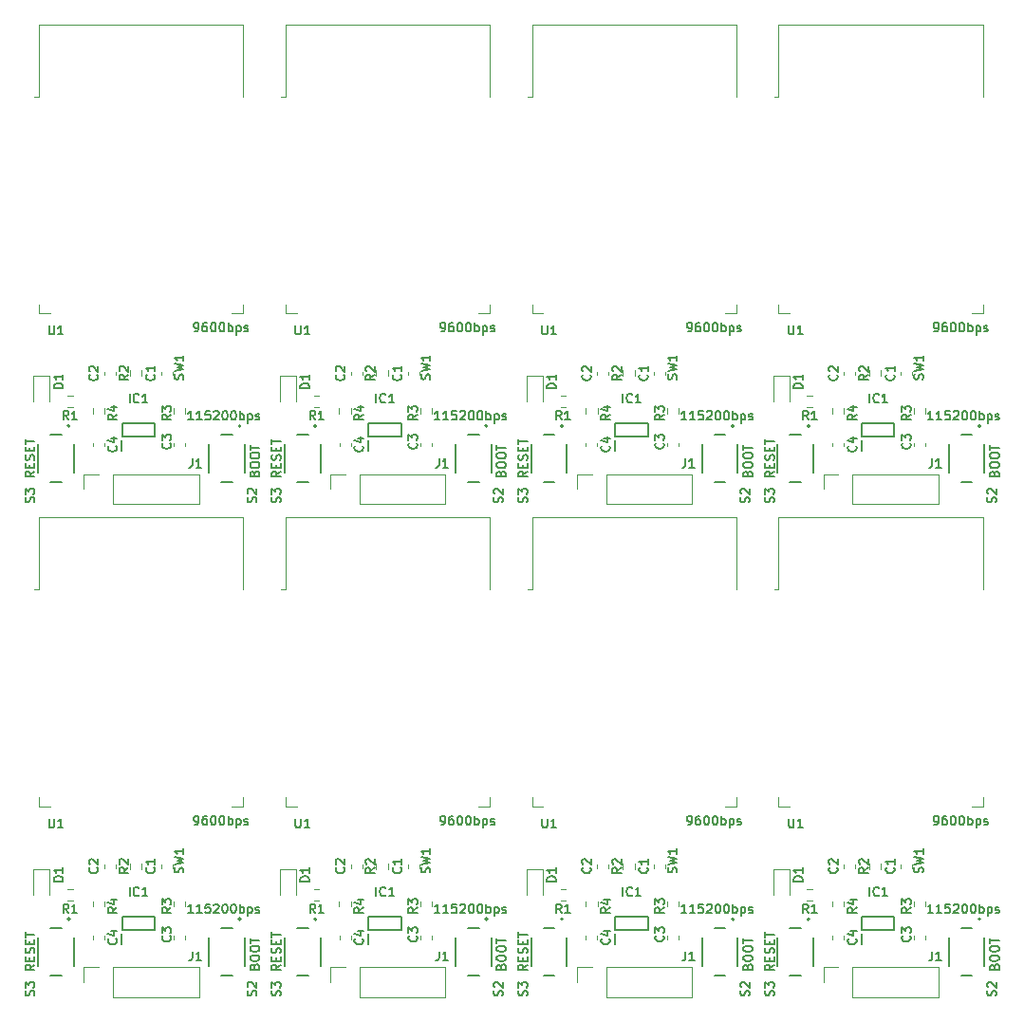
<source format=gto>
%TF.GenerationSoftware,KiCad,Pcbnew,(5.1.7)-1*%
%TF.CreationDate,2020-10-21T06:22:45+09:00*%
%TF.ProjectId,UARTtoBluetooth_array,55415254-746f-4426-9c75-65746f6f7468,rev?*%
%TF.SameCoordinates,Original*%
%TF.FileFunction,Legend,Top*%
%TF.FilePolarity,Positive*%
%FSLAX46Y46*%
G04 Gerber Fmt 4.6, Leading zero omitted, Abs format (unit mm)*
G04 Created by KiCad (PCBNEW (5.1.7)-1) date 2020-10-21 06:22:45*
%MOMM*%
%LPD*%
G01*
G04 APERTURE LIST*
%ADD10C,0.150000*%
%ADD11C,0.120000*%
%ADD12C,0.200000*%
%ADD13C,0.127000*%
G04 APERTURE END LIST*
D10*
X183877142Y-119687904D02*
X184029523Y-119687904D01*
X184105714Y-119649809D01*
X184143809Y-119611714D01*
X184220000Y-119497428D01*
X184258095Y-119345047D01*
X184258095Y-119040285D01*
X184220000Y-118964095D01*
X184181904Y-118926000D01*
X184105714Y-118887904D01*
X183953333Y-118887904D01*
X183877142Y-118926000D01*
X183839047Y-118964095D01*
X183800952Y-119040285D01*
X183800952Y-119230761D01*
X183839047Y-119306952D01*
X183877142Y-119345047D01*
X183953333Y-119383142D01*
X184105714Y-119383142D01*
X184181904Y-119345047D01*
X184220000Y-119306952D01*
X184258095Y-119230761D01*
X184943809Y-118887904D02*
X184791428Y-118887904D01*
X184715238Y-118926000D01*
X184677142Y-118964095D01*
X184600952Y-119078380D01*
X184562857Y-119230761D01*
X184562857Y-119535523D01*
X184600952Y-119611714D01*
X184639047Y-119649809D01*
X184715238Y-119687904D01*
X184867619Y-119687904D01*
X184943809Y-119649809D01*
X184981904Y-119611714D01*
X185020000Y-119535523D01*
X185020000Y-119345047D01*
X184981904Y-119268857D01*
X184943809Y-119230761D01*
X184867619Y-119192666D01*
X184715238Y-119192666D01*
X184639047Y-119230761D01*
X184600952Y-119268857D01*
X184562857Y-119345047D01*
X185515238Y-118887904D02*
X185591428Y-118887904D01*
X185667619Y-118926000D01*
X185705714Y-118964095D01*
X185743809Y-119040285D01*
X185781904Y-119192666D01*
X185781904Y-119383142D01*
X185743809Y-119535523D01*
X185705714Y-119611714D01*
X185667619Y-119649809D01*
X185591428Y-119687904D01*
X185515238Y-119687904D01*
X185439047Y-119649809D01*
X185400952Y-119611714D01*
X185362857Y-119535523D01*
X185324761Y-119383142D01*
X185324761Y-119192666D01*
X185362857Y-119040285D01*
X185400952Y-118964095D01*
X185439047Y-118926000D01*
X185515238Y-118887904D01*
X186277142Y-118887904D02*
X186353333Y-118887904D01*
X186429523Y-118926000D01*
X186467619Y-118964095D01*
X186505714Y-119040285D01*
X186543809Y-119192666D01*
X186543809Y-119383142D01*
X186505714Y-119535523D01*
X186467619Y-119611714D01*
X186429523Y-119649809D01*
X186353333Y-119687904D01*
X186277142Y-119687904D01*
X186200952Y-119649809D01*
X186162857Y-119611714D01*
X186124761Y-119535523D01*
X186086666Y-119383142D01*
X186086666Y-119192666D01*
X186124761Y-119040285D01*
X186162857Y-118964095D01*
X186200952Y-118926000D01*
X186277142Y-118887904D01*
X186886666Y-119687904D02*
X186886666Y-118887904D01*
X186886666Y-119192666D02*
X186962857Y-119154571D01*
X187115238Y-119154571D01*
X187191428Y-119192666D01*
X187229523Y-119230761D01*
X187267619Y-119306952D01*
X187267619Y-119535523D01*
X187229523Y-119611714D01*
X187191428Y-119649809D01*
X187115238Y-119687904D01*
X186962857Y-119687904D01*
X186886666Y-119649809D01*
X187610476Y-119154571D02*
X187610476Y-119954571D01*
X187610476Y-119192666D02*
X187686666Y-119154571D01*
X187839047Y-119154571D01*
X187915238Y-119192666D01*
X187953333Y-119230761D01*
X187991428Y-119306952D01*
X187991428Y-119535523D01*
X187953333Y-119611714D01*
X187915238Y-119649809D01*
X187839047Y-119687904D01*
X187686666Y-119687904D01*
X187610476Y-119649809D01*
X188296190Y-119649809D02*
X188372380Y-119687904D01*
X188524761Y-119687904D01*
X188600952Y-119649809D01*
X188639047Y-119573619D01*
X188639047Y-119535523D01*
X188600952Y-119459333D01*
X188524761Y-119421238D01*
X188410476Y-119421238D01*
X188334285Y-119383142D01*
X188296190Y-119306952D01*
X188296190Y-119268857D01*
X188334285Y-119192666D01*
X188410476Y-119154571D01*
X188524761Y-119154571D01*
X188600952Y-119192666D01*
X161877142Y-119687904D02*
X162029523Y-119687904D01*
X162105714Y-119649809D01*
X162143809Y-119611714D01*
X162220000Y-119497428D01*
X162258095Y-119345047D01*
X162258095Y-119040285D01*
X162220000Y-118964095D01*
X162181904Y-118926000D01*
X162105714Y-118887904D01*
X161953333Y-118887904D01*
X161877142Y-118926000D01*
X161839047Y-118964095D01*
X161800952Y-119040285D01*
X161800952Y-119230761D01*
X161839047Y-119306952D01*
X161877142Y-119345047D01*
X161953333Y-119383142D01*
X162105714Y-119383142D01*
X162181904Y-119345047D01*
X162220000Y-119306952D01*
X162258095Y-119230761D01*
X162943809Y-118887904D02*
X162791428Y-118887904D01*
X162715238Y-118926000D01*
X162677142Y-118964095D01*
X162600952Y-119078380D01*
X162562857Y-119230761D01*
X162562857Y-119535523D01*
X162600952Y-119611714D01*
X162639047Y-119649809D01*
X162715238Y-119687904D01*
X162867619Y-119687904D01*
X162943809Y-119649809D01*
X162981904Y-119611714D01*
X163020000Y-119535523D01*
X163020000Y-119345047D01*
X162981904Y-119268857D01*
X162943809Y-119230761D01*
X162867619Y-119192666D01*
X162715238Y-119192666D01*
X162639047Y-119230761D01*
X162600952Y-119268857D01*
X162562857Y-119345047D01*
X163515238Y-118887904D02*
X163591428Y-118887904D01*
X163667619Y-118926000D01*
X163705714Y-118964095D01*
X163743809Y-119040285D01*
X163781904Y-119192666D01*
X163781904Y-119383142D01*
X163743809Y-119535523D01*
X163705714Y-119611714D01*
X163667619Y-119649809D01*
X163591428Y-119687904D01*
X163515238Y-119687904D01*
X163439047Y-119649809D01*
X163400952Y-119611714D01*
X163362857Y-119535523D01*
X163324761Y-119383142D01*
X163324761Y-119192666D01*
X163362857Y-119040285D01*
X163400952Y-118964095D01*
X163439047Y-118926000D01*
X163515238Y-118887904D01*
X164277142Y-118887904D02*
X164353333Y-118887904D01*
X164429523Y-118926000D01*
X164467619Y-118964095D01*
X164505714Y-119040285D01*
X164543809Y-119192666D01*
X164543809Y-119383142D01*
X164505714Y-119535523D01*
X164467619Y-119611714D01*
X164429523Y-119649809D01*
X164353333Y-119687904D01*
X164277142Y-119687904D01*
X164200952Y-119649809D01*
X164162857Y-119611714D01*
X164124761Y-119535523D01*
X164086666Y-119383142D01*
X164086666Y-119192666D01*
X164124761Y-119040285D01*
X164162857Y-118964095D01*
X164200952Y-118926000D01*
X164277142Y-118887904D01*
X164886666Y-119687904D02*
X164886666Y-118887904D01*
X164886666Y-119192666D02*
X164962857Y-119154571D01*
X165115238Y-119154571D01*
X165191428Y-119192666D01*
X165229523Y-119230761D01*
X165267619Y-119306952D01*
X165267619Y-119535523D01*
X165229523Y-119611714D01*
X165191428Y-119649809D01*
X165115238Y-119687904D01*
X164962857Y-119687904D01*
X164886666Y-119649809D01*
X165610476Y-119154571D02*
X165610476Y-119954571D01*
X165610476Y-119192666D02*
X165686666Y-119154571D01*
X165839047Y-119154571D01*
X165915238Y-119192666D01*
X165953333Y-119230761D01*
X165991428Y-119306952D01*
X165991428Y-119535523D01*
X165953333Y-119611714D01*
X165915238Y-119649809D01*
X165839047Y-119687904D01*
X165686666Y-119687904D01*
X165610476Y-119649809D01*
X166296190Y-119649809D02*
X166372380Y-119687904D01*
X166524761Y-119687904D01*
X166600952Y-119649809D01*
X166639047Y-119573619D01*
X166639047Y-119535523D01*
X166600952Y-119459333D01*
X166524761Y-119421238D01*
X166410476Y-119421238D01*
X166334285Y-119383142D01*
X166296190Y-119306952D01*
X166296190Y-119268857D01*
X166334285Y-119192666D01*
X166410476Y-119154571D01*
X166524761Y-119154571D01*
X166600952Y-119192666D01*
X139877142Y-119687904D02*
X140029523Y-119687904D01*
X140105714Y-119649809D01*
X140143809Y-119611714D01*
X140220000Y-119497428D01*
X140258095Y-119345047D01*
X140258095Y-119040285D01*
X140220000Y-118964095D01*
X140181904Y-118926000D01*
X140105714Y-118887904D01*
X139953333Y-118887904D01*
X139877142Y-118926000D01*
X139839047Y-118964095D01*
X139800952Y-119040285D01*
X139800952Y-119230761D01*
X139839047Y-119306952D01*
X139877142Y-119345047D01*
X139953333Y-119383142D01*
X140105714Y-119383142D01*
X140181904Y-119345047D01*
X140220000Y-119306952D01*
X140258095Y-119230761D01*
X140943809Y-118887904D02*
X140791428Y-118887904D01*
X140715238Y-118926000D01*
X140677142Y-118964095D01*
X140600952Y-119078380D01*
X140562857Y-119230761D01*
X140562857Y-119535523D01*
X140600952Y-119611714D01*
X140639047Y-119649809D01*
X140715238Y-119687904D01*
X140867619Y-119687904D01*
X140943809Y-119649809D01*
X140981904Y-119611714D01*
X141020000Y-119535523D01*
X141020000Y-119345047D01*
X140981904Y-119268857D01*
X140943809Y-119230761D01*
X140867619Y-119192666D01*
X140715238Y-119192666D01*
X140639047Y-119230761D01*
X140600952Y-119268857D01*
X140562857Y-119345047D01*
X141515238Y-118887904D02*
X141591428Y-118887904D01*
X141667619Y-118926000D01*
X141705714Y-118964095D01*
X141743809Y-119040285D01*
X141781904Y-119192666D01*
X141781904Y-119383142D01*
X141743809Y-119535523D01*
X141705714Y-119611714D01*
X141667619Y-119649809D01*
X141591428Y-119687904D01*
X141515238Y-119687904D01*
X141439047Y-119649809D01*
X141400952Y-119611714D01*
X141362857Y-119535523D01*
X141324761Y-119383142D01*
X141324761Y-119192666D01*
X141362857Y-119040285D01*
X141400952Y-118964095D01*
X141439047Y-118926000D01*
X141515238Y-118887904D01*
X142277142Y-118887904D02*
X142353333Y-118887904D01*
X142429523Y-118926000D01*
X142467619Y-118964095D01*
X142505714Y-119040285D01*
X142543809Y-119192666D01*
X142543809Y-119383142D01*
X142505714Y-119535523D01*
X142467619Y-119611714D01*
X142429523Y-119649809D01*
X142353333Y-119687904D01*
X142277142Y-119687904D01*
X142200952Y-119649809D01*
X142162857Y-119611714D01*
X142124761Y-119535523D01*
X142086666Y-119383142D01*
X142086666Y-119192666D01*
X142124761Y-119040285D01*
X142162857Y-118964095D01*
X142200952Y-118926000D01*
X142277142Y-118887904D01*
X142886666Y-119687904D02*
X142886666Y-118887904D01*
X142886666Y-119192666D02*
X142962857Y-119154571D01*
X143115238Y-119154571D01*
X143191428Y-119192666D01*
X143229523Y-119230761D01*
X143267619Y-119306952D01*
X143267619Y-119535523D01*
X143229523Y-119611714D01*
X143191428Y-119649809D01*
X143115238Y-119687904D01*
X142962857Y-119687904D01*
X142886666Y-119649809D01*
X143610476Y-119154571D02*
X143610476Y-119954571D01*
X143610476Y-119192666D02*
X143686666Y-119154571D01*
X143839047Y-119154571D01*
X143915238Y-119192666D01*
X143953333Y-119230761D01*
X143991428Y-119306952D01*
X143991428Y-119535523D01*
X143953333Y-119611714D01*
X143915238Y-119649809D01*
X143839047Y-119687904D01*
X143686666Y-119687904D01*
X143610476Y-119649809D01*
X144296190Y-119649809D02*
X144372380Y-119687904D01*
X144524761Y-119687904D01*
X144600952Y-119649809D01*
X144639047Y-119573619D01*
X144639047Y-119535523D01*
X144600952Y-119459333D01*
X144524761Y-119421238D01*
X144410476Y-119421238D01*
X144334285Y-119383142D01*
X144296190Y-119306952D01*
X144296190Y-119268857D01*
X144334285Y-119192666D01*
X144410476Y-119154571D01*
X144524761Y-119154571D01*
X144600952Y-119192666D01*
X117877142Y-119687904D02*
X118029523Y-119687904D01*
X118105714Y-119649809D01*
X118143809Y-119611714D01*
X118220000Y-119497428D01*
X118258095Y-119345047D01*
X118258095Y-119040285D01*
X118220000Y-118964095D01*
X118181904Y-118926000D01*
X118105714Y-118887904D01*
X117953333Y-118887904D01*
X117877142Y-118926000D01*
X117839047Y-118964095D01*
X117800952Y-119040285D01*
X117800952Y-119230761D01*
X117839047Y-119306952D01*
X117877142Y-119345047D01*
X117953333Y-119383142D01*
X118105714Y-119383142D01*
X118181904Y-119345047D01*
X118220000Y-119306952D01*
X118258095Y-119230761D01*
X118943809Y-118887904D02*
X118791428Y-118887904D01*
X118715238Y-118926000D01*
X118677142Y-118964095D01*
X118600952Y-119078380D01*
X118562857Y-119230761D01*
X118562857Y-119535523D01*
X118600952Y-119611714D01*
X118639047Y-119649809D01*
X118715238Y-119687904D01*
X118867619Y-119687904D01*
X118943809Y-119649809D01*
X118981904Y-119611714D01*
X119020000Y-119535523D01*
X119020000Y-119345047D01*
X118981904Y-119268857D01*
X118943809Y-119230761D01*
X118867619Y-119192666D01*
X118715238Y-119192666D01*
X118639047Y-119230761D01*
X118600952Y-119268857D01*
X118562857Y-119345047D01*
X119515238Y-118887904D02*
X119591428Y-118887904D01*
X119667619Y-118926000D01*
X119705714Y-118964095D01*
X119743809Y-119040285D01*
X119781904Y-119192666D01*
X119781904Y-119383142D01*
X119743809Y-119535523D01*
X119705714Y-119611714D01*
X119667619Y-119649809D01*
X119591428Y-119687904D01*
X119515238Y-119687904D01*
X119439047Y-119649809D01*
X119400952Y-119611714D01*
X119362857Y-119535523D01*
X119324761Y-119383142D01*
X119324761Y-119192666D01*
X119362857Y-119040285D01*
X119400952Y-118964095D01*
X119439047Y-118926000D01*
X119515238Y-118887904D01*
X120277142Y-118887904D02*
X120353333Y-118887904D01*
X120429523Y-118926000D01*
X120467619Y-118964095D01*
X120505714Y-119040285D01*
X120543809Y-119192666D01*
X120543809Y-119383142D01*
X120505714Y-119535523D01*
X120467619Y-119611714D01*
X120429523Y-119649809D01*
X120353333Y-119687904D01*
X120277142Y-119687904D01*
X120200952Y-119649809D01*
X120162857Y-119611714D01*
X120124761Y-119535523D01*
X120086666Y-119383142D01*
X120086666Y-119192666D01*
X120124761Y-119040285D01*
X120162857Y-118964095D01*
X120200952Y-118926000D01*
X120277142Y-118887904D01*
X120886666Y-119687904D02*
X120886666Y-118887904D01*
X120886666Y-119192666D02*
X120962857Y-119154571D01*
X121115238Y-119154571D01*
X121191428Y-119192666D01*
X121229523Y-119230761D01*
X121267619Y-119306952D01*
X121267619Y-119535523D01*
X121229523Y-119611714D01*
X121191428Y-119649809D01*
X121115238Y-119687904D01*
X120962857Y-119687904D01*
X120886666Y-119649809D01*
X121610476Y-119154571D02*
X121610476Y-119954571D01*
X121610476Y-119192666D02*
X121686666Y-119154571D01*
X121839047Y-119154571D01*
X121915238Y-119192666D01*
X121953333Y-119230761D01*
X121991428Y-119306952D01*
X121991428Y-119535523D01*
X121953333Y-119611714D01*
X121915238Y-119649809D01*
X121839047Y-119687904D01*
X121686666Y-119687904D01*
X121610476Y-119649809D01*
X122296190Y-119649809D02*
X122372380Y-119687904D01*
X122524761Y-119687904D01*
X122600952Y-119649809D01*
X122639047Y-119573619D01*
X122639047Y-119535523D01*
X122600952Y-119459333D01*
X122524761Y-119421238D01*
X122410476Y-119421238D01*
X122334285Y-119383142D01*
X122296190Y-119306952D01*
X122296190Y-119268857D01*
X122334285Y-119192666D01*
X122410476Y-119154571D01*
X122524761Y-119154571D01*
X122600952Y-119192666D01*
X183877142Y-75687904D02*
X184029523Y-75687904D01*
X184105714Y-75649809D01*
X184143809Y-75611714D01*
X184220000Y-75497428D01*
X184258095Y-75345047D01*
X184258095Y-75040285D01*
X184220000Y-74964095D01*
X184181904Y-74926000D01*
X184105714Y-74887904D01*
X183953333Y-74887904D01*
X183877142Y-74926000D01*
X183839047Y-74964095D01*
X183800952Y-75040285D01*
X183800952Y-75230761D01*
X183839047Y-75306952D01*
X183877142Y-75345047D01*
X183953333Y-75383142D01*
X184105714Y-75383142D01*
X184181904Y-75345047D01*
X184220000Y-75306952D01*
X184258095Y-75230761D01*
X184943809Y-74887904D02*
X184791428Y-74887904D01*
X184715238Y-74926000D01*
X184677142Y-74964095D01*
X184600952Y-75078380D01*
X184562857Y-75230761D01*
X184562857Y-75535523D01*
X184600952Y-75611714D01*
X184639047Y-75649809D01*
X184715238Y-75687904D01*
X184867619Y-75687904D01*
X184943809Y-75649809D01*
X184981904Y-75611714D01*
X185020000Y-75535523D01*
X185020000Y-75345047D01*
X184981904Y-75268857D01*
X184943809Y-75230761D01*
X184867619Y-75192666D01*
X184715238Y-75192666D01*
X184639047Y-75230761D01*
X184600952Y-75268857D01*
X184562857Y-75345047D01*
X185515238Y-74887904D02*
X185591428Y-74887904D01*
X185667619Y-74926000D01*
X185705714Y-74964095D01*
X185743809Y-75040285D01*
X185781904Y-75192666D01*
X185781904Y-75383142D01*
X185743809Y-75535523D01*
X185705714Y-75611714D01*
X185667619Y-75649809D01*
X185591428Y-75687904D01*
X185515238Y-75687904D01*
X185439047Y-75649809D01*
X185400952Y-75611714D01*
X185362857Y-75535523D01*
X185324761Y-75383142D01*
X185324761Y-75192666D01*
X185362857Y-75040285D01*
X185400952Y-74964095D01*
X185439047Y-74926000D01*
X185515238Y-74887904D01*
X186277142Y-74887904D02*
X186353333Y-74887904D01*
X186429523Y-74926000D01*
X186467619Y-74964095D01*
X186505714Y-75040285D01*
X186543809Y-75192666D01*
X186543809Y-75383142D01*
X186505714Y-75535523D01*
X186467619Y-75611714D01*
X186429523Y-75649809D01*
X186353333Y-75687904D01*
X186277142Y-75687904D01*
X186200952Y-75649809D01*
X186162857Y-75611714D01*
X186124761Y-75535523D01*
X186086666Y-75383142D01*
X186086666Y-75192666D01*
X186124761Y-75040285D01*
X186162857Y-74964095D01*
X186200952Y-74926000D01*
X186277142Y-74887904D01*
X186886666Y-75687904D02*
X186886666Y-74887904D01*
X186886666Y-75192666D02*
X186962857Y-75154571D01*
X187115238Y-75154571D01*
X187191428Y-75192666D01*
X187229523Y-75230761D01*
X187267619Y-75306952D01*
X187267619Y-75535523D01*
X187229523Y-75611714D01*
X187191428Y-75649809D01*
X187115238Y-75687904D01*
X186962857Y-75687904D01*
X186886666Y-75649809D01*
X187610476Y-75154571D02*
X187610476Y-75954571D01*
X187610476Y-75192666D02*
X187686666Y-75154571D01*
X187839047Y-75154571D01*
X187915238Y-75192666D01*
X187953333Y-75230761D01*
X187991428Y-75306952D01*
X187991428Y-75535523D01*
X187953333Y-75611714D01*
X187915238Y-75649809D01*
X187839047Y-75687904D01*
X187686666Y-75687904D01*
X187610476Y-75649809D01*
X188296190Y-75649809D02*
X188372380Y-75687904D01*
X188524761Y-75687904D01*
X188600952Y-75649809D01*
X188639047Y-75573619D01*
X188639047Y-75535523D01*
X188600952Y-75459333D01*
X188524761Y-75421238D01*
X188410476Y-75421238D01*
X188334285Y-75383142D01*
X188296190Y-75306952D01*
X188296190Y-75268857D01*
X188334285Y-75192666D01*
X188410476Y-75154571D01*
X188524761Y-75154571D01*
X188600952Y-75192666D01*
X161877142Y-75687904D02*
X162029523Y-75687904D01*
X162105714Y-75649809D01*
X162143809Y-75611714D01*
X162220000Y-75497428D01*
X162258095Y-75345047D01*
X162258095Y-75040285D01*
X162220000Y-74964095D01*
X162181904Y-74926000D01*
X162105714Y-74887904D01*
X161953333Y-74887904D01*
X161877142Y-74926000D01*
X161839047Y-74964095D01*
X161800952Y-75040285D01*
X161800952Y-75230761D01*
X161839047Y-75306952D01*
X161877142Y-75345047D01*
X161953333Y-75383142D01*
X162105714Y-75383142D01*
X162181904Y-75345047D01*
X162220000Y-75306952D01*
X162258095Y-75230761D01*
X162943809Y-74887904D02*
X162791428Y-74887904D01*
X162715238Y-74926000D01*
X162677142Y-74964095D01*
X162600952Y-75078380D01*
X162562857Y-75230761D01*
X162562857Y-75535523D01*
X162600952Y-75611714D01*
X162639047Y-75649809D01*
X162715238Y-75687904D01*
X162867619Y-75687904D01*
X162943809Y-75649809D01*
X162981904Y-75611714D01*
X163020000Y-75535523D01*
X163020000Y-75345047D01*
X162981904Y-75268857D01*
X162943809Y-75230761D01*
X162867619Y-75192666D01*
X162715238Y-75192666D01*
X162639047Y-75230761D01*
X162600952Y-75268857D01*
X162562857Y-75345047D01*
X163515238Y-74887904D02*
X163591428Y-74887904D01*
X163667619Y-74926000D01*
X163705714Y-74964095D01*
X163743809Y-75040285D01*
X163781904Y-75192666D01*
X163781904Y-75383142D01*
X163743809Y-75535523D01*
X163705714Y-75611714D01*
X163667619Y-75649809D01*
X163591428Y-75687904D01*
X163515238Y-75687904D01*
X163439047Y-75649809D01*
X163400952Y-75611714D01*
X163362857Y-75535523D01*
X163324761Y-75383142D01*
X163324761Y-75192666D01*
X163362857Y-75040285D01*
X163400952Y-74964095D01*
X163439047Y-74926000D01*
X163515238Y-74887904D01*
X164277142Y-74887904D02*
X164353333Y-74887904D01*
X164429523Y-74926000D01*
X164467619Y-74964095D01*
X164505714Y-75040285D01*
X164543809Y-75192666D01*
X164543809Y-75383142D01*
X164505714Y-75535523D01*
X164467619Y-75611714D01*
X164429523Y-75649809D01*
X164353333Y-75687904D01*
X164277142Y-75687904D01*
X164200952Y-75649809D01*
X164162857Y-75611714D01*
X164124761Y-75535523D01*
X164086666Y-75383142D01*
X164086666Y-75192666D01*
X164124761Y-75040285D01*
X164162857Y-74964095D01*
X164200952Y-74926000D01*
X164277142Y-74887904D01*
X164886666Y-75687904D02*
X164886666Y-74887904D01*
X164886666Y-75192666D02*
X164962857Y-75154571D01*
X165115238Y-75154571D01*
X165191428Y-75192666D01*
X165229523Y-75230761D01*
X165267619Y-75306952D01*
X165267619Y-75535523D01*
X165229523Y-75611714D01*
X165191428Y-75649809D01*
X165115238Y-75687904D01*
X164962857Y-75687904D01*
X164886666Y-75649809D01*
X165610476Y-75154571D02*
X165610476Y-75954571D01*
X165610476Y-75192666D02*
X165686666Y-75154571D01*
X165839047Y-75154571D01*
X165915238Y-75192666D01*
X165953333Y-75230761D01*
X165991428Y-75306952D01*
X165991428Y-75535523D01*
X165953333Y-75611714D01*
X165915238Y-75649809D01*
X165839047Y-75687904D01*
X165686666Y-75687904D01*
X165610476Y-75649809D01*
X166296190Y-75649809D02*
X166372380Y-75687904D01*
X166524761Y-75687904D01*
X166600952Y-75649809D01*
X166639047Y-75573619D01*
X166639047Y-75535523D01*
X166600952Y-75459333D01*
X166524761Y-75421238D01*
X166410476Y-75421238D01*
X166334285Y-75383142D01*
X166296190Y-75306952D01*
X166296190Y-75268857D01*
X166334285Y-75192666D01*
X166410476Y-75154571D01*
X166524761Y-75154571D01*
X166600952Y-75192666D01*
X139877142Y-75687904D02*
X140029523Y-75687904D01*
X140105714Y-75649809D01*
X140143809Y-75611714D01*
X140220000Y-75497428D01*
X140258095Y-75345047D01*
X140258095Y-75040285D01*
X140220000Y-74964095D01*
X140181904Y-74926000D01*
X140105714Y-74887904D01*
X139953333Y-74887904D01*
X139877142Y-74926000D01*
X139839047Y-74964095D01*
X139800952Y-75040285D01*
X139800952Y-75230761D01*
X139839047Y-75306952D01*
X139877142Y-75345047D01*
X139953333Y-75383142D01*
X140105714Y-75383142D01*
X140181904Y-75345047D01*
X140220000Y-75306952D01*
X140258095Y-75230761D01*
X140943809Y-74887904D02*
X140791428Y-74887904D01*
X140715238Y-74926000D01*
X140677142Y-74964095D01*
X140600952Y-75078380D01*
X140562857Y-75230761D01*
X140562857Y-75535523D01*
X140600952Y-75611714D01*
X140639047Y-75649809D01*
X140715238Y-75687904D01*
X140867619Y-75687904D01*
X140943809Y-75649809D01*
X140981904Y-75611714D01*
X141020000Y-75535523D01*
X141020000Y-75345047D01*
X140981904Y-75268857D01*
X140943809Y-75230761D01*
X140867619Y-75192666D01*
X140715238Y-75192666D01*
X140639047Y-75230761D01*
X140600952Y-75268857D01*
X140562857Y-75345047D01*
X141515238Y-74887904D02*
X141591428Y-74887904D01*
X141667619Y-74926000D01*
X141705714Y-74964095D01*
X141743809Y-75040285D01*
X141781904Y-75192666D01*
X141781904Y-75383142D01*
X141743809Y-75535523D01*
X141705714Y-75611714D01*
X141667619Y-75649809D01*
X141591428Y-75687904D01*
X141515238Y-75687904D01*
X141439047Y-75649809D01*
X141400952Y-75611714D01*
X141362857Y-75535523D01*
X141324761Y-75383142D01*
X141324761Y-75192666D01*
X141362857Y-75040285D01*
X141400952Y-74964095D01*
X141439047Y-74926000D01*
X141515238Y-74887904D01*
X142277142Y-74887904D02*
X142353333Y-74887904D01*
X142429523Y-74926000D01*
X142467619Y-74964095D01*
X142505714Y-75040285D01*
X142543809Y-75192666D01*
X142543809Y-75383142D01*
X142505714Y-75535523D01*
X142467619Y-75611714D01*
X142429523Y-75649809D01*
X142353333Y-75687904D01*
X142277142Y-75687904D01*
X142200952Y-75649809D01*
X142162857Y-75611714D01*
X142124761Y-75535523D01*
X142086666Y-75383142D01*
X142086666Y-75192666D01*
X142124761Y-75040285D01*
X142162857Y-74964095D01*
X142200952Y-74926000D01*
X142277142Y-74887904D01*
X142886666Y-75687904D02*
X142886666Y-74887904D01*
X142886666Y-75192666D02*
X142962857Y-75154571D01*
X143115238Y-75154571D01*
X143191428Y-75192666D01*
X143229523Y-75230761D01*
X143267619Y-75306952D01*
X143267619Y-75535523D01*
X143229523Y-75611714D01*
X143191428Y-75649809D01*
X143115238Y-75687904D01*
X142962857Y-75687904D01*
X142886666Y-75649809D01*
X143610476Y-75154571D02*
X143610476Y-75954571D01*
X143610476Y-75192666D02*
X143686666Y-75154571D01*
X143839047Y-75154571D01*
X143915238Y-75192666D01*
X143953333Y-75230761D01*
X143991428Y-75306952D01*
X143991428Y-75535523D01*
X143953333Y-75611714D01*
X143915238Y-75649809D01*
X143839047Y-75687904D01*
X143686666Y-75687904D01*
X143610476Y-75649809D01*
X144296190Y-75649809D02*
X144372380Y-75687904D01*
X144524761Y-75687904D01*
X144600952Y-75649809D01*
X144639047Y-75573619D01*
X144639047Y-75535523D01*
X144600952Y-75459333D01*
X144524761Y-75421238D01*
X144410476Y-75421238D01*
X144334285Y-75383142D01*
X144296190Y-75306952D01*
X144296190Y-75268857D01*
X144334285Y-75192666D01*
X144410476Y-75154571D01*
X144524761Y-75154571D01*
X144600952Y-75192666D01*
X183762190Y-127561904D02*
X183305047Y-127561904D01*
X183533619Y-127561904D02*
X183533619Y-126761904D01*
X183457428Y-126876190D01*
X183381238Y-126952380D01*
X183305047Y-126990476D01*
X184524095Y-127561904D02*
X184066952Y-127561904D01*
X184295523Y-127561904D02*
X184295523Y-126761904D01*
X184219333Y-126876190D01*
X184143142Y-126952380D01*
X184066952Y-126990476D01*
X185247904Y-126761904D02*
X184866952Y-126761904D01*
X184828857Y-127142857D01*
X184866952Y-127104761D01*
X184943142Y-127066666D01*
X185133619Y-127066666D01*
X185209809Y-127104761D01*
X185247904Y-127142857D01*
X185286000Y-127219047D01*
X185286000Y-127409523D01*
X185247904Y-127485714D01*
X185209809Y-127523809D01*
X185133619Y-127561904D01*
X184943142Y-127561904D01*
X184866952Y-127523809D01*
X184828857Y-127485714D01*
X185590761Y-126838095D02*
X185628857Y-126800000D01*
X185705047Y-126761904D01*
X185895523Y-126761904D01*
X185971714Y-126800000D01*
X186009809Y-126838095D01*
X186047904Y-126914285D01*
X186047904Y-126990476D01*
X186009809Y-127104761D01*
X185552666Y-127561904D01*
X186047904Y-127561904D01*
X186543142Y-126761904D02*
X186619333Y-126761904D01*
X186695523Y-126800000D01*
X186733619Y-126838095D01*
X186771714Y-126914285D01*
X186809809Y-127066666D01*
X186809809Y-127257142D01*
X186771714Y-127409523D01*
X186733619Y-127485714D01*
X186695523Y-127523809D01*
X186619333Y-127561904D01*
X186543142Y-127561904D01*
X186466952Y-127523809D01*
X186428857Y-127485714D01*
X186390761Y-127409523D01*
X186352666Y-127257142D01*
X186352666Y-127066666D01*
X186390761Y-126914285D01*
X186428857Y-126838095D01*
X186466952Y-126800000D01*
X186543142Y-126761904D01*
X187305047Y-126761904D02*
X187381238Y-126761904D01*
X187457428Y-126800000D01*
X187495523Y-126838095D01*
X187533619Y-126914285D01*
X187571714Y-127066666D01*
X187571714Y-127257142D01*
X187533619Y-127409523D01*
X187495523Y-127485714D01*
X187457428Y-127523809D01*
X187381238Y-127561904D01*
X187305047Y-127561904D01*
X187228857Y-127523809D01*
X187190761Y-127485714D01*
X187152666Y-127409523D01*
X187114571Y-127257142D01*
X187114571Y-127066666D01*
X187152666Y-126914285D01*
X187190761Y-126838095D01*
X187228857Y-126800000D01*
X187305047Y-126761904D01*
X187914571Y-127561904D02*
X187914571Y-126761904D01*
X187914571Y-127066666D02*
X187990761Y-127028571D01*
X188143142Y-127028571D01*
X188219333Y-127066666D01*
X188257428Y-127104761D01*
X188295523Y-127180952D01*
X188295523Y-127409523D01*
X188257428Y-127485714D01*
X188219333Y-127523809D01*
X188143142Y-127561904D01*
X187990761Y-127561904D01*
X187914571Y-127523809D01*
X188638380Y-127028571D02*
X188638380Y-127828571D01*
X188638380Y-127066666D02*
X188714571Y-127028571D01*
X188866952Y-127028571D01*
X188943142Y-127066666D01*
X188981238Y-127104761D01*
X189019333Y-127180952D01*
X189019333Y-127409523D01*
X188981238Y-127485714D01*
X188943142Y-127523809D01*
X188866952Y-127561904D01*
X188714571Y-127561904D01*
X188638380Y-127523809D01*
X189324095Y-127523809D02*
X189400285Y-127561904D01*
X189552666Y-127561904D01*
X189628857Y-127523809D01*
X189666952Y-127447619D01*
X189666952Y-127409523D01*
X189628857Y-127333333D01*
X189552666Y-127295238D01*
X189438380Y-127295238D01*
X189362190Y-127257142D01*
X189324095Y-127180952D01*
X189324095Y-127142857D01*
X189362190Y-127066666D01*
X189438380Y-127028571D01*
X189552666Y-127028571D01*
X189628857Y-127066666D01*
X161762190Y-127561904D02*
X161305047Y-127561904D01*
X161533619Y-127561904D02*
X161533619Y-126761904D01*
X161457428Y-126876190D01*
X161381238Y-126952380D01*
X161305047Y-126990476D01*
X162524095Y-127561904D02*
X162066952Y-127561904D01*
X162295523Y-127561904D02*
X162295523Y-126761904D01*
X162219333Y-126876190D01*
X162143142Y-126952380D01*
X162066952Y-126990476D01*
X163247904Y-126761904D02*
X162866952Y-126761904D01*
X162828857Y-127142857D01*
X162866952Y-127104761D01*
X162943142Y-127066666D01*
X163133619Y-127066666D01*
X163209809Y-127104761D01*
X163247904Y-127142857D01*
X163286000Y-127219047D01*
X163286000Y-127409523D01*
X163247904Y-127485714D01*
X163209809Y-127523809D01*
X163133619Y-127561904D01*
X162943142Y-127561904D01*
X162866952Y-127523809D01*
X162828857Y-127485714D01*
X163590761Y-126838095D02*
X163628857Y-126800000D01*
X163705047Y-126761904D01*
X163895523Y-126761904D01*
X163971714Y-126800000D01*
X164009809Y-126838095D01*
X164047904Y-126914285D01*
X164047904Y-126990476D01*
X164009809Y-127104761D01*
X163552666Y-127561904D01*
X164047904Y-127561904D01*
X164543142Y-126761904D02*
X164619333Y-126761904D01*
X164695523Y-126800000D01*
X164733619Y-126838095D01*
X164771714Y-126914285D01*
X164809809Y-127066666D01*
X164809809Y-127257142D01*
X164771714Y-127409523D01*
X164733619Y-127485714D01*
X164695523Y-127523809D01*
X164619333Y-127561904D01*
X164543142Y-127561904D01*
X164466952Y-127523809D01*
X164428857Y-127485714D01*
X164390761Y-127409523D01*
X164352666Y-127257142D01*
X164352666Y-127066666D01*
X164390761Y-126914285D01*
X164428857Y-126838095D01*
X164466952Y-126800000D01*
X164543142Y-126761904D01*
X165305047Y-126761904D02*
X165381238Y-126761904D01*
X165457428Y-126800000D01*
X165495523Y-126838095D01*
X165533619Y-126914285D01*
X165571714Y-127066666D01*
X165571714Y-127257142D01*
X165533619Y-127409523D01*
X165495523Y-127485714D01*
X165457428Y-127523809D01*
X165381238Y-127561904D01*
X165305047Y-127561904D01*
X165228857Y-127523809D01*
X165190761Y-127485714D01*
X165152666Y-127409523D01*
X165114571Y-127257142D01*
X165114571Y-127066666D01*
X165152666Y-126914285D01*
X165190761Y-126838095D01*
X165228857Y-126800000D01*
X165305047Y-126761904D01*
X165914571Y-127561904D02*
X165914571Y-126761904D01*
X165914571Y-127066666D02*
X165990761Y-127028571D01*
X166143142Y-127028571D01*
X166219333Y-127066666D01*
X166257428Y-127104761D01*
X166295523Y-127180952D01*
X166295523Y-127409523D01*
X166257428Y-127485714D01*
X166219333Y-127523809D01*
X166143142Y-127561904D01*
X165990761Y-127561904D01*
X165914571Y-127523809D01*
X166638380Y-127028571D02*
X166638380Y-127828571D01*
X166638380Y-127066666D02*
X166714571Y-127028571D01*
X166866952Y-127028571D01*
X166943142Y-127066666D01*
X166981238Y-127104761D01*
X167019333Y-127180952D01*
X167019333Y-127409523D01*
X166981238Y-127485714D01*
X166943142Y-127523809D01*
X166866952Y-127561904D01*
X166714571Y-127561904D01*
X166638380Y-127523809D01*
X167324095Y-127523809D02*
X167400285Y-127561904D01*
X167552666Y-127561904D01*
X167628857Y-127523809D01*
X167666952Y-127447619D01*
X167666952Y-127409523D01*
X167628857Y-127333333D01*
X167552666Y-127295238D01*
X167438380Y-127295238D01*
X167362190Y-127257142D01*
X167324095Y-127180952D01*
X167324095Y-127142857D01*
X167362190Y-127066666D01*
X167438380Y-127028571D01*
X167552666Y-127028571D01*
X167628857Y-127066666D01*
X139762190Y-127561904D02*
X139305047Y-127561904D01*
X139533619Y-127561904D02*
X139533619Y-126761904D01*
X139457428Y-126876190D01*
X139381238Y-126952380D01*
X139305047Y-126990476D01*
X140524095Y-127561904D02*
X140066952Y-127561904D01*
X140295523Y-127561904D02*
X140295523Y-126761904D01*
X140219333Y-126876190D01*
X140143142Y-126952380D01*
X140066952Y-126990476D01*
X141247904Y-126761904D02*
X140866952Y-126761904D01*
X140828857Y-127142857D01*
X140866952Y-127104761D01*
X140943142Y-127066666D01*
X141133619Y-127066666D01*
X141209809Y-127104761D01*
X141247904Y-127142857D01*
X141286000Y-127219047D01*
X141286000Y-127409523D01*
X141247904Y-127485714D01*
X141209809Y-127523809D01*
X141133619Y-127561904D01*
X140943142Y-127561904D01*
X140866952Y-127523809D01*
X140828857Y-127485714D01*
X141590761Y-126838095D02*
X141628857Y-126800000D01*
X141705047Y-126761904D01*
X141895523Y-126761904D01*
X141971714Y-126800000D01*
X142009809Y-126838095D01*
X142047904Y-126914285D01*
X142047904Y-126990476D01*
X142009809Y-127104761D01*
X141552666Y-127561904D01*
X142047904Y-127561904D01*
X142543142Y-126761904D02*
X142619333Y-126761904D01*
X142695523Y-126800000D01*
X142733619Y-126838095D01*
X142771714Y-126914285D01*
X142809809Y-127066666D01*
X142809809Y-127257142D01*
X142771714Y-127409523D01*
X142733619Y-127485714D01*
X142695523Y-127523809D01*
X142619333Y-127561904D01*
X142543142Y-127561904D01*
X142466952Y-127523809D01*
X142428857Y-127485714D01*
X142390761Y-127409523D01*
X142352666Y-127257142D01*
X142352666Y-127066666D01*
X142390761Y-126914285D01*
X142428857Y-126838095D01*
X142466952Y-126800000D01*
X142543142Y-126761904D01*
X143305047Y-126761904D02*
X143381238Y-126761904D01*
X143457428Y-126800000D01*
X143495523Y-126838095D01*
X143533619Y-126914285D01*
X143571714Y-127066666D01*
X143571714Y-127257142D01*
X143533619Y-127409523D01*
X143495523Y-127485714D01*
X143457428Y-127523809D01*
X143381238Y-127561904D01*
X143305047Y-127561904D01*
X143228857Y-127523809D01*
X143190761Y-127485714D01*
X143152666Y-127409523D01*
X143114571Y-127257142D01*
X143114571Y-127066666D01*
X143152666Y-126914285D01*
X143190761Y-126838095D01*
X143228857Y-126800000D01*
X143305047Y-126761904D01*
X143914571Y-127561904D02*
X143914571Y-126761904D01*
X143914571Y-127066666D02*
X143990761Y-127028571D01*
X144143142Y-127028571D01*
X144219333Y-127066666D01*
X144257428Y-127104761D01*
X144295523Y-127180952D01*
X144295523Y-127409523D01*
X144257428Y-127485714D01*
X144219333Y-127523809D01*
X144143142Y-127561904D01*
X143990761Y-127561904D01*
X143914571Y-127523809D01*
X144638380Y-127028571D02*
X144638380Y-127828571D01*
X144638380Y-127066666D02*
X144714571Y-127028571D01*
X144866952Y-127028571D01*
X144943142Y-127066666D01*
X144981238Y-127104761D01*
X145019333Y-127180952D01*
X145019333Y-127409523D01*
X144981238Y-127485714D01*
X144943142Y-127523809D01*
X144866952Y-127561904D01*
X144714571Y-127561904D01*
X144638380Y-127523809D01*
X145324095Y-127523809D02*
X145400285Y-127561904D01*
X145552666Y-127561904D01*
X145628857Y-127523809D01*
X145666952Y-127447619D01*
X145666952Y-127409523D01*
X145628857Y-127333333D01*
X145552666Y-127295238D01*
X145438380Y-127295238D01*
X145362190Y-127257142D01*
X145324095Y-127180952D01*
X145324095Y-127142857D01*
X145362190Y-127066666D01*
X145438380Y-127028571D01*
X145552666Y-127028571D01*
X145628857Y-127066666D01*
X117762190Y-127561904D02*
X117305047Y-127561904D01*
X117533619Y-127561904D02*
X117533619Y-126761904D01*
X117457428Y-126876190D01*
X117381238Y-126952380D01*
X117305047Y-126990476D01*
X118524095Y-127561904D02*
X118066952Y-127561904D01*
X118295523Y-127561904D02*
X118295523Y-126761904D01*
X118219333Y-126876190D01*
X118143142Y-126952380D01*
X118066952Y-126990476D01*
X119247904Y-126761904D02*
X118866952Y-126761904D01*
X118828857Y-127142857D01*
X118866952Y-127104761D01*
X118943142Y-127066666D01*
X119133619Y-127066666D01*
X119209809Y-127104761D01*
X119247904Y-127142857D01*
X119286000Y-127219047D01*
X119286000Y-127409523D01*
X119247904Y-127485714D01*
X119209809Y-127523809D01*
X119133619Y-127561904D01*
X118943142Y-127561904D01*
X118866952Y-127523809D01*
X118828857Y-127485714D01*
X119590761Y-126838095D02*
X119628857Y-126800000D01*
X119705047Y-126761904D01*
X119895523Y-126761904D01*
X119971714Y-126800000D01*
X120009809Y-126838095D01*
X120047904Y-126914285D01*
X120047904Y-126990476D01*
X120009809Y-127104761D01*
X119552666Y-127561904D01*
X120047904Y-127561904D01*
X120543142Y-126761904D02*
X120619333Y-126761904D01*
X120695523Y-126800000D01*
X120733619Y-126838095D01*
X120771714Y-126914285D01*
X120809809Y-127066666D01*
X120809809Y-127257142D01*
X120771714Y-127409523D01*
X120733619Y-127485714D01*
X120695523Y-127523809D01*
X120619333Y-127561904D01*
X120543142Y-127561904D01*
X120466952Y-127523809D01*
X120428857Y-127485714D01*
X120390761Y-127409523D01*
X120352666Y-127257142D01*
X120352666Y-127066666D01*
X120390761Y-126914285D01*
X120428857Y-126838095D01*
X120466952Y-126800000D01*
X120543142Y-126761904D01*
X121305047Y-126761904D02*
X121381238Y-126761904D01*
X121457428Y-126800000D01*
X121495523Y-126838095D01*
X121533619Y-126914285D01*
X121571714Y-127066666D01*
X121571714Y-127257142D01*
X121533619Y-127409523D01*
X121495523Y-127485714D01*
X121457428Y-127523809D01*
X121381238Y-127561904D01*
X121305047Y-127561904D01*
X121228857Y-127523809D01*
X121190761Y-127485714D01*
X121152666Y-127409523D01*
X121114571Y-127257142D01*
X121114571Y-127066666D01*
X121152666Y-126914285D01*
X121190761Y-126838095D01*
X121228857Y-126800000D01*
X121305047Y-126761904D01*
X121914571Y-127561904D02*
X121914571Y-126761904D01*
X121914571Y-127066666D02*
X121990761Y-127028571D01*
X122143142Y-127028571D01*
X122219333Y-127066666D01*
X122257428Y-127104761D01*
X122295523Y-127180952D01*
X122295523Y-127409523D01*
X122257428Y-127485714D01*
X122219333Y-127523809D01*
X122143142Y-127561904D01*
X121990761Y-127561904D01*
X121914571Y-127523809D01*
X122638380Y-127028571D02*
X122638380Y-127828571D01*
X122638380Y-127066666D02*
X122714571Y-127028571D01*
X122866952Y-127028571D01*
X122943142Y-127066666D01*
X122981238Y-127104761D01*
X123019333Y-127180952D01*
X123019333Y-127409523D01*
X122981238Y-127485714D01*
X122943142Y-127523809D01*
X122866952Y-127561904D01*
X122714571Y-127561904D01*
X122638380Y-127523809D01*
X123324095Y-127523809D02*
X123400285Y-127561904D01*
X123552666Y-127561904D01*
X123628857Y-127523809D01*
X123666952Y-127447619D01*
X123666952Y-127409523D01*
X123628857Y-127333333D01*
X123552666Y-127295238D01*
X123438380Y-127295238D01*
X123362190Y-127257142D01*
X123324095Y-127180952D01*
X123324095Y-127142857D01*
X123362190Y-127066666D01*
X123438380Y-127028571D01*
X123552666Y-127028571D01*
X123628857Y-127066666D01*
X183762190Y-83561904D02*
X183305047Y-83561904D01*
X183533619Y-83561904D02*
X183533619Y-82761904D01*
X183457428Y-82876190D01*
X183381238Y-82952380D01*
X183305047Y-82990476D01*
X184524095Y-83561904D02*
X184066952Y-83561904D01*
X184295523Y-83561904D02*
X184295523Y-82761904D01*
X184219333Y-82876190D01*
X184143142Y-82952380D01*
X184066952Y-82990476D01*
X185247904Y-82761904D02*
X184866952Y-82761904D01*
X184828857Y-83142857D01*
X184866952Y-83104761D01*
X184943142Y-83066666D01*
X185133619Y-83066666D01*
X185209809Y-83104761D01*
X185247904Y-83142857D01*
X185286000Y-83219047D01*
X185286000Y-83409523D01*
X185247904Y-83485714D01*
X185209809Y-83523809D01*
X185133619Y-83561904D01*
X184943142Y-83561904D01*
X184866952Y-83523809D01*
X184828857Y-83485714D01*
X185590761Y-82838095D02*
X185628857Y-82800000D01*
X185705047Y-82761904D01*
X185895523Y-82761904D01*
X185971714Y-82800000D01*
X186009809Y-82838095D01*
X186047904Y-82914285D01*
X186047904Y-82990476D01*
X186009809Y-83104761D01*
X185552666Y-83561904D01*
X186047904Y-83561904D01*
X186543142Y-82761904D02*
X186619333Y-82761904D01*
X186695523Y-82800000D01*
X186733619Y-82838095D01*
X186771714Y-82914285D01*
X186809809Y-83066666D01*
X186809809Y-83257142D01*
X186771714Y-83409523D01*
X186733619Y-83485714D01*
X186695523Y-83523809D01*
X186619333Y-83561904D01*
X186543142Y-83561904D01*
X186466952Y-83523809D01*
X186428857Y-83485714D01*
X186390761Y-83409523D01*
X186352666Y-83257142D01*
X186352666Y-83066666D01*
X186390761Y-82914285D01*
X186428857Y-82838095D01*
X186466952Y-82800000D01*
X186543142Y-82761904D01*
X187305047Y-82761904D02*
X187381238Y-82761904D01*
X187457428Y-82800000D01*
X187495523Y-82838095D01*
X187533619Y-82914285D01*
X187571714Y-83066666D01*
X187571714Y-83257142D01*
X187533619Y-83409523D01*
X187495523Y-83485714D01*
X187457428Y-83523809D01*
X187381238Y-83561904D01*
X187305047Y-83561904D01*
X187228857Y-83523809D01*
X187190761Y-83485714D01*
X187152666Y-83409523D01*
X187114571Y-83257142D01*
X187114571Y-83066666D01*
X187152666Y-82914285D01*
X187190761Y-82838095D01*
X187228857Y-82800000D01*
X187305047Y-82761904D01*
X187914571Y-83561904D02*
X187914571Y-82761904D01*
X187914571Y-83066666D02*
X187990761Y-83028571D01*
X188143142Y-83028571D01*
X188219333Y-83066666D01*
X188257428Y-83104761D01*
X188295523Y-83180952D01*
X188295523Y-83409523D01*
X188257428Y-83485714D01*
X188219333Y-83523809D01*
X188143142Y-83561904D01*
X187990761Y-83561904D01*
X187914571Y-83523809D01*
X188638380Y-83028571D02*
X188638380Y-83828571D01*
X188638380Y-83066666D02*
X188714571Y-83028571D01*
X188866952Y-83028571D01*
X188943142Y-83066666D01*
X188981238Y-83104761D01*
X189019333Y-83180952D01*
X189019333Y-83409523D01*
X188981238Y-83485714D01*
X188943142Y-83523809D01*
X188866952Y-83561904D01*
X188714571Y-83561904D01*
X188638380Y-83523809D01*
X189324095Y-83523809D02*
X189400285Y-83561904D01*
X189552666Y-83561904D01*
X189628857Y-83523809D01*
X189666952Y-83447619D01*
X189666952Y-83409523D01*
X189628857Y-83333333D01*
X189552666Y-83295238D01*
X189438380Y-83295238D01*
X189362190Y-83257142D01*
X189324095Y-83180952D01*
X189324095Y-83142857D01*
X189362190Y-83066666D01*
X189438380Y-83028571D01*
X189552666Y-83028571D01*
X189628857Y-83066666D01*
X161762190Y-83561904D02*
X161305047Y-83561904D01*
X161533619Y-83561904D02*
X161533619Y-82761904D01*
X161457428Y-82876190D01*
X161381238Y-82952380D01*
X161305047Y-82990476D01*
X162524095Y-83561904D02*
X162066952Y-83561904D01*
X162295523Y-83561904D02*
X162295523Y-82761904D01*
X162219333Y-82876190D01*
X162143142Y-82952380D01*
X162066952Y-82990476D01*
X163247904Y-82761904D02*
X162866952Y-82761904D01*
X162828857Y-83142857D01*
X162866952Y-83104761D01*
X162943142Y-83066666D01*
X163133619Y-83066666D01*
X163209809Y-83104761D01*
X163247904Y-83142857D01*
X163286000Y-83219047D01*
X163286000Y-83409523D01*
X163247904Y-83485714D01*
X163209809Y-83523809D01*
X163133619Y-83561904D01*
X162943142Y-83561904D01*
X162866952Y-83523809D01*
X162828857Y-83485714D01*
X163590761Y-82838095D02*
X163628857Y-82800000D01*
X163705047Y-82761904D01*
X163895523Y-82761904D01*
X163971714Y-82800000D01*
X164009809Y-82838095D01*
X164047904Y-82914285D01*
X164047904Y-82990476D01*
X164009809Y-83104761D01*
X163552666Y-83561904D01*
X164047904Y-83561904D01*
X164543142Y-82761904D02*
X164619333Y-82761904D01*
X164695523Y-82800000D01*
X164733619Y-82838095D01*
X164771714Y-82914285D01*
X164809809Y-83066666D01*
X164809809Y-83257142D01*
X164771714Y-83409523D01*
X164733619Y-83485714D01*
X164695523Y-83523809D01*
X164619333Y-83561904D01*
X164543142Y-83561904D01*
X164466952Y-83523809D01*
X164428857Y-83485714D01*
X164390761Y-83409523D01*
X164352666Y-83257142D01*
X164352666Y-83066666D01*
X164390761Y-82914285D01*
X164428857Y-82838095D01*
X164466952Y-82800000D01*
X164543142Y-82761904D01*
X165305047Y-82761904D02*
X165381238Y-82761904D01*
X165457428Y-82800000D01*
X165495523Y-82838095D01*
X165533619Y-82914285D01*
X165571714Y-83066666D01*
X165571714Y-83257142D01*
X165533619Y-83409523D01*
X165495523Y-83485714D01*
X165457428Y-83523809D01*
X165381238Y-83561904D01*
X165305047Y-83561904D01*
X165228857Y-83523809D01*
X165190761Y-83485714D01*
X165152666Y-83409523D01*
X165114571Y-83257142D01*
X165114571Y-83066666D01*
X165152666Y-82914285D01*
X165190761Y-82838095D01*
X165228857Y-82800000D01*
X165305047Y-82761904D01*
X165914571Y-83561904D02*
X165914571Y-82761904D01*
X165914571Y-83066666D02*
X165990761Y-83028571D01*
X166143142Y-83028571D01*
X166219333Y-83066666D01*
X166257428Y-83104761D01*
X166295523Y-83180952D01*
X166295523Y-83409523D01*
X166257428Y-83485714D01*
X166219333Y-83523809D01*
X166143142Y-83561904D01*
X165990761Y-83561904D01*
X165914571Y-83523809D01*
X166638380Y-83028571D02*
X166638380Y-83828571D01*
X166638380Y-83066666D02*
X166714571Y-83028571D01*
X166866952Y-83028571D01*
X166943142Y-83066666D01*
X166981238Y-83104761D01*
X167019333Y-83180952D01*
X167019333Y-83409523D01*
X166981238Y-83485714D01*
X166943142Y-83523809D01*
X166866952Y-83561904D01*
X166714571Y-83561904D01*
X166638380Y-83523809D01*
X167324095Y-83523809D02*
X167400285Y-83561904D01*
X167552666Y-83561904D01*
X167628857Y-83523809D01*
X167666952Y-83447619D01*
X167666952Y-83409523D01*
X167628857Y-83333333D01*
X167552666Y-83295238D01*
X167438380Y-83295238D01*
X167362190Y-83257142D01*
X167324095Y-83180952D01*
X167324095Y-83142857D01*
X167362190Y-83066666D01*
X167438380Y-83028571D01*
X167552666Y-83028571D01*
X167628857Y-83066666D01*
X139762190Y-83561904D02*
X139305047Y-83561904D01*
X139533619Y-83561904D02*
X139533619Y-82761904D01*
X139457428Y-82876190D01*
X139381238Y-82952380D01*
X139305047Y-82990476D01*
X140524095Y-83561904D02*
X140066952Y-83561904D01*
X140295523Y-83561904D02*
X140295523Y-82761904D01*
X140219333Y-82876190D01*
X140143142Y-82952380D01*
X140066952Y-82990476D01*
X141247904Y-82761904D02*
X140866952Y-82761904D01*
X140828857Y-83142857D01*
X140866952Y-83104761D01*
X140943142Y-83066666D01*
X141133619Y-83066666D01*
X141209809Y-83104761D01*
X141247904Y-83142857D01*
X141286000Y-83219047D01*
X141286000Y-83409523D01*
X141247904Y-83485714D01*
X141209809Y-83523809D01*
X141133619Y-83561904D01*
X140943142Y-83561904D01*
X140866952Y-83523809D01*
X140828857Y-83485714D01*
X141590761Y-82838095D02*
X141628857Y-82800000D01*
X141705047Y-82761904D01*
X141895523Y-82761904D01*
X141971714Y-82800000D01*
X142009809Y-82838095D01*
X142047904Y-82914285D01*
X142047904Y-82990476D01*
X142009809Y-83104761D01*
X141552666Y-83561904D01*
X142047904Y-83561904D01*
X142543142Y-82761904D02*
X142619333Y-82761904D01*
X142695523Y-82800000D01*
X142733619Y-82838095D01*
X142771714Y-82914285D01*
X142809809Y-83066666D01*
X142809809Y-83257142D01*
X142771714Y-83409523D01*
X142733619Y-83485714D01*
X142695523Y-83523809D01*
X142619333Y-83561904D01*
X142543142Y-83561904D01*
X142466952Y-83523809D01*
X142428857Y-83485714D01*
X142390761Y-83409523D01*
X142352666Y-83257142D01*
X142352666Y-83066666D01*
X142390761Y-82914285D01*
X142428857Y-82838095D01*
X142466952Y-82800000D01*
X142543142Y-82761904D01*
X143305047Y-82761904D02*
X143381238Y-82761904D01*
X143457428Y-82800000D01*
X143495523Y-82838095D01*
X143533619Y-82914285D01*
X143571714Y-83066666D01*
X143571714Y-83257142D01*
X143533619Y-83409523D01*
X143495523Y-83485714D01*
X143457428Y-83523809D01*
X143381238Y-83561904D01*
X143305047Y-83561904D01*
X143228857Y-83523809D01*
X143190761Y-83485714D01*
X143152666Y-83409523D01*
X143114571Y-83257142D01*
X143114571Y-83066666D01*
X143152666Y-82914285D01*
X143190761Y-82838095D01*
X143228857Y-82800000D01*
X143305047Y-82761904D01*
X143914571Y-83561904D02*
X143914571Y-82761904D01*
X143914571Y-83066666D02*
X143990761Y-83028571D01*
X144143142Y-83028571D01*
X144219333Y-83066666D01*
X144257428Y-83104761D01*
X144295523Y-83180952D01*
X144295523Y-83409523D01*
X144257428Y-83485714D01*
X144219333Y-83523809D01*
X144143142Y-83561904D01*
X143990761Y-83561904D01*
X143914571Y-83523809D01*
X144638380Y-83028571D02*
X144638380Y-83828571D01*
X144638380Y-83066666D02*
X144714571Y-83028571D01*
X144866952Y-83028571D01*
X144943142Y-83066666D01*
X144981238Y-83104761D01*
X145019333Y-83180952D01*
X145019333Y-83409523D01*
X144981238Y-83485714D01*
X144943142Y-83523809D01*
X144866952Y-83561904D01*
X144714571Y-83561904D01*
X144638380Y-83523809D01*
X145324095Y-83523809D02*
X145400285Y-83561904D01*
X145552666Y-83561904D01*
X145628857Y-83523809D01*
X145666952Y-83447619D01*
X145666952Y-83409523D01*
X145628857Y-83333333D01*
X145552666Y-83295238D01*
X145438380Y-83295238D01*
X145362190Y-83257142D01*
X145324095Y-83180952D01*
X145324095Y-83142857D01*
X145362190Y-83066666D01*
X145438380Y-83028571D01*
X145552666Y-83028571D01*
X145628857Y-83066666D01*
X169575904Y-132171904D02*
X169194952Y-132438571D01*
X169575904Y-132629047D02*
X168775904Y-132629047D01*
X168775904Y-132324285D01*
X168814000Y-132248095D01*
X168852095Y-132210000D01*
X168928285Y-132171904D01*
X169042571Y-132171904D01*
X169118761Y-132210000D01*
X169156857Y-132248095D01*
X169194952Y-132324285D01*
X169194952Y-132629047D01*
X169156857Y-131829047D02*
X169156857Y-131562380D01*
X169575904Y-131448095D02*
X169575904Y-131829047D01*
X168775904Y-131829047D01*
X168775904Y-131448095D01*
X169537809Y-131143333D02*
X169575904Y-131029047D01*
X169575904Y-130838571D01*
X169537809Y-130762380D01*
X169499714Y-130724285D01*
X169423523Y-130686190D01*
X169347333Y-130686190D01*
X169271142Y-130724285D01*
X169233047Y-130762380D01*
X169194952Y-130838571D01*
X169156857Y-130990952D01*
X169118761Y-131067142D01*
X169080666Y-131105238D01*
X169004476Y-131143333D01*
X168928285Y-131143333D01*
X168852095Y-131105238D01*
X168814000Y-131067142D01*
X168775904Y-130990952D01*
X168775904Y-130800476D01*
X168814000Y-130686190D01*
X169156857Y-130343333D02*
X169156857Y-130076666D01*
X169575904Y-129962380D02*
X169575904Y-130343333D01*
X168775904Y-130343333D01*
X168775904Y-129962380D01*
X168775904Y-129733809D02*
X168775904Y-129276666D01*
X169575904Y-129505238D02*
X168775904Y-129505238D01*
X147575904Y-132171904D02*
X147194952Y-132438571D01*
X147575904Y-132629047D02*
X146775904Y-132629047D01*
X146775904Y-132324285D01*
X146814000Y-132248095D01*
X146852095Y-132210000D01*
X146928285Y-132171904D01*
X147042571Y-132171904D01*
X147118761Y-132210000D01*
X147156857Y-132248095D01*
X147194952Y-132324285D01*
X147194952Y-132629047D01*
X147156857Y-131829047D02*
X147156857Y-131562380D01*
X147575904Y-131448095D02*
X147575904Y-131829047D01*
X146775904Y-131829047D01*
X146775904Y-131448095D01*
X147537809Y-131143333D02*
X147575904Y-131029047D01*
X147575904Y-130838571D01*
X147537809Y-130762380D01*
X147499714Y-130724285D01*
X147423523Y-130686190D01*
X147347333Y-130686190D01*
X147271142Y-130724285D01*
X147233047Y-130762380D01*
X147194952Y-130838571D01*
X147156857Y-130990952D01*
X147118761Y-131067142D01*
X147080666Y-131105238D01*
X147004476Y-131143333D01*
X146928285Y-131143333D01*
X146852095Y-131105238D01*
X146814000Y-131067142D01*
X146775904Y-130990952D01*
X146775904Y-130800476D01*
X146814000Y-130686190D01*
X147156857Y-130343333D02*
X147156857Y-130076666D01*
X147575904Y-129962380D02*
X147575904Y-130343333D01*
X146775904Y-130343333D01*
X146775904Y-129962380D01*
X146775904Y-129733809D02*
X146775904Y-129276666D01*
X147575904Y-129505238D02*
X146775904Y-129505238D01*
X125575904Y-132171904D02*
X125194952Y-132438571D01*
X125575904Y-132629047D02*
X124775904Y-132629047D01*
X124775904Y-132324285D01*
X124814000Y-132248095D01*
X124852095Y-132210000D01*
X124928285Y-132171904D01*
X125042571Y-132171904D01*
X125118761Y-132210000D01*
X125156857Y-132248095D01*
X125194952Y-132324285D01*
X125194952Y-132629047D01*
X125156857Y-131829047D02*
X125156857Y-131562380D01*
X125575904Y-131448095D02*
X125575904Y-131829047D01*
X124775904Y-131829047D01*
X124775904Y-131448095D01*
X125537809Y-131143333D02*
X125575904Y-131029047D01*
X125575904Y-130838571D01*
X125537809Y-130762380D01*
X125499714Y-130724285D01*
X125423523Y-130686190D01*
X125347333Y-130686190D01*
X125271142Y-130724285D01*
X125233047Y-130762380D01*
X125194952Y-130838571D01*
X125156857Y-130990952D01*
X125118761Y-131067142D01*
X125080666Y-131105238D01*
X125004476Y-131143333D01*
X124928285Y-131143333D01*
X124852095Y-131105238D01*
X124814000Y-131067142D01*
X124775904Y-130990952D01*
X124775904Y-130800476D01*
X124814000Y-130686190D01*
X125156857Y-130343333D02*
X125156857Y-130076666D01*
X125575904Y-129962380D02*
X125575904Y-130343333D01*
X124775904Y-130343333D01*
X124775904Y-129962380D01*
X124775904Y-129733809D02*
X124775904Y-129276666D01*
X125575904Y-129505238D02*
X124775904Y-129505238D01*
X103575904Y-132171904D02*
X103194952Y-132438571D01*
X103575904Y-132629047D02*
X102775904Y-132629047D01*
X102775904Y-132324285D01*
X102814000Y-132248095D01*
X102852095Y-132210000D01*
X102928285Y-132171904D01*
X103042571Y-132171904D01*
X103118761Y-132210000D01*
X103156857Y-132248095D01*
X103194952Y-132324285D01*
X103194952Y-132629047D01*
X103156857Y-131829047D02*
X103156857Y-131562380D01*
X103575904Y-131448095D02*
X103575904Y-131829047D01*
X102775904Y-131829047D01*
X102775904Y-131448095D01*
X103537809Y-131143333D02*
X103575904Y-131029047D01*
X103575904Y-130838571D01*
X103537809Y-130762380D01*
X103499714Y-130724285D01*
X103423523Y-130686190D01*
X103347333Y-130686190D01*
X103271142Y-130724285D01*
X103233047Y-130762380D01*
X103194952Y-130838571D01*
X103156857Y-130990952D01*
X103118761Y-131067142D01*
X103080666Y-131105238D01*
X103004476Y-131143333D01*
X102928285Y-131143333D01*
X102852095Y-131105238D01*
X102814000Y-131067142D01*
X102775904Y-130990952D01*
X102775904Y-130800476D01*
X102814000Y-130686190D01*
X103156857Y-130343333D02*
X103156857Y-130076666D01*
X103575904Y-129962380D02*
X103575904Y-130343333D01*
X102775904Y-130343333D01*
X102775904Y-129962380D01*
X102775904Y-129733809D02*
X102775904Y-129276666D01*
X103575904Y-129505238D02*
X102775904Y-129505238D01*
X169575904Y-88171904D02*
X169194952Y-88438571D01*
X169575904Y-88629047D02*
X168775904Y-88629047D01*
X168775904Y-88324285D01*
X168814000Y-88248095D01*
X168852095Y-88210000D01*
X168928285Y-88171904D01*
X169042571Y-88171904D01*
X169118761Y-88210000D01*
X169156857Y-88248095D01*
X169194952Y-88324285D01*
X169194952Y-88629047D01*
X169156857Y-87829047D02*
X169156857Y-87562380D01*
X169575904Y-87448095D02*
X169575904Y-87829047D01*
X168775904Y-87829047D01*
X168775904Y-87448095D01*
X169537809Y-87143333D02*
X169575904Y-87029047D01*
X169575904Y-86838571D01*
X169537809Y-86762380D01*
X169499714Y-86724285D01*
X169423523Y-86686190D01*
X169347333Y-86686190D01*
X169271142Y-86724285D01*
X169233047Y-86762380D01*
X169194952Y-86838571D01*
X169156857Y-86990952D01*
X169118761Y-87067142D01*
X169080666Y-87105238D01*
X169004476Y-87143333D01*
X168928285Y-87143333D01*
X168852095Y-87105238D01*
X168814000Y-87067142D01*
X168775904Y-86990952D01*
X168775904Y-86800476D01*
X168814000Y-86686190D01*
X169156857Y-86343333D02*
X169156857Y-86076666D01*
X169575904Y-85962380D02*
X169575904Y-86343333D01*
X168775904Y-86343333D01*
X168775904Y-85962380D01*
X168775904Y-85733809D02*
X168775904Y-85276666D01*
X169575904Y-85505238D02*
X168775904Y-85505238D01*
X147575904Y-88171904D02*
X147194952Y-88438571D01*
X147575904Y-88629047D02*
X146775904Y-88629047D01*
X146775904Y-88324285D01*
X146814000Y-88248095D01*
X146852095Y-88210000D01*
X146928285Y-88171904D01*
X147042571Y-88171904D01*
X147118761Y-88210000D01*
X147156857Y-88248095D01*
X147194952Y-88324285D01*
X147194952Y-88629047D01*
X147156857Y-87829047D02*
X147156857Y-87562380D01*
X147575904Y-87448095D02*
X147575904Y-87829047D01*
X146775904Y-87829047D01*
X146775904Y-87448095D01*
X147537809Y-87143333D02*
X147575904Y-87029047D01*
X147575904Y-86838571D01*
X147537809Y-86762380D01*
X147499714Y-86724285D01*
X147423523Y-86686190D01*
X147347333Y-86686190D01*
X147271142Y-86724285D01*
X147233047Y-86762380D01*
X147194952Y-86838571D01*
X147156857Y-86990952D01*
X147118761Y-87067142D01*
X147080666Y-87105238D01*
X147004476Y-87143333D01*
X146928285Y-87143333D01*
X146852095Y-87105238D01*
X146814000Y-87067142D01*
X146775904Y-86990952D01*
X146775904Y-86800476D01*
X146814000Y-86686190D01*
X147156857Y-86343333D02*
X147156857Y-86076666D01*
X147575904Y-85962380D02*
X147575904Y-86343333D01*
X146775904Y-86343333D01*
X146775904Y-85962380D01*
X146775904Y-85733809D02*
X146775904Y-85276666D01*
X147575904Y-85505238D02*
X146775904Y-85505238D01*
X125575904Y-88171904D02*
X125194952Y-88438571D01*
X125575904Y-88629047D02*
X124775904Y-88629047D01*
X124775904Y-88324285D01*
X124814000Y-88248095D01*
X124852095Y-88210000D01*
X124928285Y-88171904D01*
X125042571Y-88171904D01*
X125118761Y-88210000D01*
X125156857Y-88248095D01*
X125194952Y-88324285D01*
X125194952Y-88629047D01*
X125156857Y-87829047D02*
X125156857Y-87562380D01*
X125575904Y-87448095D02*
X125575904Y-87829047D01*
X124775904Y-87829047D01*
X124775904Y-87448095D01*
X125537809Y-87143333D02*
X125575904Y-87029047D01*
X125575904Y-86838571D01*
X125537809Y-86762380D01*
X125499714Y-86724285D01*
X125423523Y-86686190D01*
X125347333Y-86686190D01*
X125271142Y-86724285D01*
X125233047Y-86762380D01*
X125194952Y-86838571D01*
X125156857Y-86990952D01*
X125118761Y-87067142D01*
X125080666Y-87105238D01*
X125004476Y-87143333D01*
X124928285Y-87143333D01*
X124852095Y-87105238D01*
X124814000Y-87067142D01*
X124775904Y-86990952D01*
X124775904Y-86800476D01*
X124814000Y-86686190D01*
X125156857Y-86343333D02*
X125156857Y-86076666D01*
X125575904Y-85962380D02*
X125575904Y-86343333D01*
X124775904Y-86343333D01*
X124775904Y-85962380D01*
X124775904Y-85733809D02*
X124775904Y-85276666D01*
X125575904Y-85505238D02*
X124775904Y-85505238D01*
X189222857Y-132349714D02*
X189260952Y-132235428D01*
X189299047Y-132197333D01*
X189375238Y-132159238D01*
X189489523Y-132159238D01*
X189565714Y-132197333D01*
X189603809Y-132235428D01*
X189641904Y-132311619D01*
X189641904Y-132616380D01*
X188841904Y-132616380D01*
X188841904Y-132349714D01*
X188880000Y-132273523D01*
X188918095Y-132235428D01*
X188994285Y-132197333D01*
X189070476Y-132197333D01*
X189146666Y-132235428D01*
X189184761Y-132273523D01*
X189222857Y-132349714D01*
X189222857Y-132616380D01*
X188841904Y-131664000D02*
X188841904Y-131511619D01*
X188880000Y-131435428D01*
X188956190Y-131359238D01*
X189108571Y-131321142D01*
X189375238Y-131321142D01*
X189527619Y-131359238D01*
X189603809Y-131435428D01*
X189641904Y-131511619D01*
X189641904Y-131664000D01*
X189603809Y-131740190D01*
X189527619Y-131816380D01*
X189375238Y-131854476D01*
X189108571Y-131854476D01*
X188956190Y-131816380D01*
X188880000Y-131740190D01*
X188841904Y-131664000D01*
X188841904Y-130825904D02*
X188841904Y-130673523D01*
X188880000Y-130597333D01*
X188956190Y-130521142D01*
X189108571Y-130483047D01*
X189375238Y-130483047D01*
X189527619Y-130521142D01*
X189603809Y-130597333D01*
X189641904Y-130673523D01*
X189641904Y-130825904D01*
X189603809Y-130902095D01*
X189527619Y-130978285D01*
X189375238Y-131016380D01*
X189108571Y-131016380D01*
X188956190Y-130978285D01*
X188880000Y-130902095D01*
X188841904Y-130825904D01*
X188841904Y-130254476D02*
X188841904Y-129797333D01*
X189641904Y-130025904D02*
X188841904Y-130025904D01*
X167222857Y-132349714D02*
X167260952Y-132235428D01*
X167299047Y-132197333D01*
X167375238Y-132159238D01*
X167489523Y-132159238D01*
X167565714Y-132197333D01*
X167603809Y-132235428D01*
X167641904Y-132311619D01*
X167641904Y-132616380D01*
X166841904Y-132616380D01*
X166841904Y-132349714D01*
X166880000Y-132273523D01*
X166918095Y-132235428D01*
X166994285Y-132197333D01*
X167070476Y-132197333D01*
X167146666Y-132235428D01*
X167184761Y-132273523D01*
X167222857Y-132349714D01*
X167222857Y-132616380D01*
X166841904Y-131664000D02*
X166841904Y-131511619D01*
X166880000Y-131435428D01*
X166956190Y-131359238D01*
X167108571Y-131321142D01*
X167375238Y-131321142D01*
X167527619Y-131359238D01*
X167603809Y-131435428D01*
X167641904Y-131511619D01*
X167641904Y-131664000D01*
X167603809Y-131740190D01*
X167527619Y-131816380D01*
X167375238Y-131854476D01*
X167108571Y-131854476D01*
X166956190Y-131816380D01*
X166880000Y-131740190D01*
X166841904Y-131664000D01*
X166841904Y-130825904D02*
X166841904Y-130673523D01*
X166880000Y-130597333D01*
X166956190Y-130521142D01*
X167108571Y-130483047D01*
X167375238Y-130483047D01*
X167527619Y-130521142D01*
X167603809Y-130597333D01*
X167641904Y-130673523D01*
X167641904Y-130825904D01*
X167603809Y-130902095D01*
X167527619Y-130978285D01*
X167375238Y-131016380D01*
X167108571Y-131016380D01*
X166956190Y-130978285D01*
X166880000Y-130902095D01*
X166841904Y-130825904D01*
X166841904Y-130254476D02*
X166841904Y-129797333D01*
X167641904Y-130025904D02*
X166841904Y-130025904D01*
X145222857Y-132349714D02*
X145260952Y-132235428D01*
X145299047Y-132197333D01*
X145375238Y-132159238D01*
X145489523Y-132159238D01*
X145565714Y-132197333D01*
X145603809Y-132235428D01*
X145641904Y-132311619D01*
X145641904Y-132616380D01*
X144841904Y-132616380D01*
X144841904Y-132349714D01*
X144880000Y-132273523D01*
X144918095Y-132235428D01*
X144994285Y-132197333D01*
X145070476Y-132197333D01*
X145146666Y-132235428D01*
X145184761Y-132273523D01*
X145222857Y-132349714D01*
X145222857Y-132616380D01*
X144841904Y-131664000D02*
X144841904Y-131511619D01*
X144880000Y-131435428D01*
X144956190Y-131359238D01*
X145108571Y-131321142D01*
X145375238Y-131321142D01*
X145527619Y-131359238D01*
X145603809Y-131435428D01*
X145641904Y-131511619D01*
X145641904Y-131664000D01*
X145603809Y-131740190D01*
X145527619Y-131816380D01*
X145375238Y-131854476D01*
X145108571Y-131854476D01*
X144956190Y-131816380D01*
X144880000Y-131740190D01*
X144841904Y-131664000D01*
X144841904Y-130825904D02*
X144841904Y-130673523D01*
X144880000Y-130597333D01*
X144956190Y-130521142D01*
X145108571Y-130483047D01*
X145375238Y-130483047D01*
X145527619Y-130521142D01*
X145603809Y-130597333D01*
X145641904Y-130673523D01*
X145641904Y-130825904D01*
X145603809Y-130902095D01*
X145527619Y-130978285D01*
X145375238Y-131016380D01*
X145108571Y-131016380D01*
X144956190Y-130978285D01*
X144880000Y-130902095D01*
X144841904Y-130825904D01*
X144841904Y-130254476D02*
X144841904Y-129797333D01*
X145641904Y-130025904D02*
X144841904Y-130025904D01*
X123222857Y-132349714D02*
X123260952Y-132235428D01*
X123299047Y-132197333D01*
X123375238Y-132159238D01*
X123489523Y-132159238D01*
X123565714Y-132197333D01*
X123603809Y-132235428D01*
X123641904Y-132311619D01*
X123641904Y-132616380D01*
X122841904Y-132616380D01*
X122841904Y-132349714D01*
X122880000Y-132273523D01*
X122918095Y-132235428D01*
X122994285Y-132197333D01*
X123070476Y-132197333D01*
X123146666Y-132235428D01*
X123184761Y-132273523D01*
X123222857Y-132349714D01*
X123222857Y-132616380D01*
X122841904Y-131664000D02*
X122841904Y-131511619D01*
X122880000Y-131435428D01*
X122956190Y-131359238D01*
X123108571Y-131321142D01*
X123375238Y-131321142D01*
X123527619Y-131359238D01*
X123603809Y-131435428D01*
X123641904Y-131511619D01*
X123641904Y-131664000D01*
X123603809Y-131740190D01*
X123527619Y-131816380D01*
X123375238Y-131854476D01*
X123108571Y-131854476D01*
X122956190Y-131816380D01*
X122880000Y-131740190D01*
X122841904Y-131664000D01*
X122841904Y-130825904D02*
X122841904Y-130673523D01*
X122880000Y-130597333D01*
X122956190Y-130521142D01*
X123108571Y-130483047D01*
X123375238Y-130483047D01*
X123527619Y-130521142D01*
X123603809Y-130597333D01*
X123641904Y-130673523D01*
X123641904Y-130825904D01*
X123603809Y-130902095D01*
X123527619Y-130978285D01*
X123375238Y-131016380D01*
X123108571Y-131016380D01*
X122956190Y-130978285D01*
X122880000Y-130902095D01*
X122841904Y-130825904D01*
X122841904Y-130254476D02*
X122841904Y-129797333D01*
X123641904Y-130025904D02*
X122841904Y-130025904D01*
X189222857Y-88349714D02*
X189260952Y-88235428D01*
X189299047Y-88197333D01*
X189375238Y-88159238D01*
X189489523Y-88159238D01*
X189565714Y-88197333D01*
X189603809Y-88235428D01*
X189641904Y-88311619D01*
X189641904Y-88616380D01*
X188841904Y-88616380D01*
X188841904Y-88349714D01*
X188880000Y-88273523D01*
X188918095Y-88235428D01*
X188994285Y-88197333D01*
X189070476Y-88197333D01*
X189146666Y-88235428D01*
X189184761Y-88273523D01*
X189222857Y-88349714D01*
X189222857Y-88616380D01*
X188841904Y-87664000D02*
X188841904Y-87511619D01*
X188880000Y-87435428D01*
X188956190Y-87359238D01*
X189108571Y-87321142D01*
X189375238Y-87321142D01*
X189527619Y-87359238D01*
X189603809Y-87435428D01*
X189641904Y-87511619D01*
X189641904Y-87664000D01*
X189603809Y-87740190D01*
X189527619Y-87816380D01*
X189375238Y-87854476D01*
X189108571Y-87854476D01*
X188956190Y-87816380D01*
X188880000Y-87740190D01*
X188841904Y-87664000D01*
X188841904Y-86825904D02*
X188841904Y-86673523D01*
X188880000Y-86597333D01*
X188956190Y-86521142D01*
X189108571Y-86483047D01*
X189375238Y-86483047D01*
X189527619Y-86521142D01*
X189603809Y-86597333D01*
X189641904Y-86673523D01*
X189641904Y-86825904D01*
X189603809Y-86902095D01*
X189527619Y-86978285D01*
X189375238Y-87016380D01*
X189108571Y-87016380D01*
X188956190Y-86978285D01*
X188880000Y-86902095D01*
X188841904Y-86825904D01*
X188841904Y-86254476D02*
X188841904Y-85797333D01*
X189641904Y-86025904D02*
X188841904Y-86025904D01*
X167222857Y-88349714D02*
X167260952Y-88235428D01*
X167299047Y-88197333D01*
X167375238Y-88159238D01*
X167489523Y-88159238D01*
X167565714Y-88197333D01*
X167603809Y-88235428D01*
X167641904Y-88311619D01*
X167641904Y-88616380D01*
X166841904Y-88616380D01*
X166841904Y-88349714D01*
X166880000Y-88273523D01*
X166918095Y-88235428D01*
X166994285Y-88197333D01*
X167070476Y-88197333D01*
X167146666Y-88235428D01*
X167184761Y-88273523D01*
X167222857Y-88349714D01*
X167222857Y-88616380D01*
X166841904Y-87664000D02*
X166841904Y-87511619D01*
X166880000Y-87435428D01*
X166956190Y-87359238D01*
X167108571Y-87321142D01*
X167375238Y-87321142D01*
X167527619Y-87359238D01*
X167603809Y-87435428D01*
X167641904Y-87511619D01*
X167641904Y-87664000D01*
X167603809Y-87740190D01*
X167527619Y-87816380D01*
X167375238Y-87854476D01*
X167108571Y-87854476D01*
X166956190Y-87816380D01*
X166880000Y-87740190D01*
X166841904Y-87664000D01*
X166841904Y-86825904D02*
X166841904Y-86673523D01*
X166880000Y-86597333D01*
X166956190Y-86521142D01*
X167108571Y-86483047D01*
X167375238Y-86483047D01*
X167527619Y-86521142D01*
X167603809Y-86597333D01*
X167641904Y-86673523D01*
X167641904Y-86825904D01*
X167603809Y-86902095D01*
X167527619Y-86978285D01*
X167375238Y-87016380D01*
X167108571Y-87016380D01*
X166956190Y-86978285D01*
X166880000Y-86902095D01*
X166841904Y-86825904D01*
X166841904Y-86254476D02*
X166841904Y-85797333D01*
X167641904Y-86025904D02*
X166841904Y-86025904D01*
X145222857Y-88349714D02*
X145260952Y-88235428D01*
X145299047Y-88197333D01*
X145375238Y-88159238D01*
X145489523Y-88159238D01*
X145565714Y-88197333D01*
X145603809Y-88235428D01*
X145641904Y-88311619D01*
X145641904Y-88616380D01*
X144841904Y-88616380D01*
X144841904Y-88349714D01*
X144880000Y-88273523D01*
X144918095Y-88235428D01*
X144994285Y-88197333D01*
X145070476Y-88197333D01*
X145146666Y-88235428D01*
X145184761Y-88273523D01*
X145222857Y-88349714D01*
X145222857Y-88616380D01*
X144841904Y-87664000D02*
X144841904Y-87511619D01*
X144880000Y-87435428D01*
X144956190Y-87359238D01*
X145108571Y-87321142D01*
X145375238Y-87321142D01*
X145527619Y-87359238D01*
X145603809Y-87435428D01*
X145641904Y-87511619D01*
X145641904Y-87664000D01*
X145603809Y-87740190D01*
X145527619Y-87816380D01*
X145375238Y-87854476D01*
X145108571Y-87854476D01*
X144956190Y-87816380D01*
X144880000Y-87740190D01*
X144841904Y-87664000D01*
X144841904Y-86825904D02*
X144841904Y-86673523D01*
X144880000Y-86597333D01*
X144956190Y-86521142D01*
X145108571Y-86483047D01*
X145375238Y-86483047D01*
X145527619Y-86521142D01*
X145603809Y-86597333D01*
X145641904Y-86673523D01*
X145641904Y-86825904D01*
X145603809Y-86902095D01*
X145527619Y-86978285D01*
X145375238Y-87016380D01*
X145108571Y-87016380D01*
X144956190Y-86978285D01*
X144880000Y-86902095D01*
X144841904Y-86825904D01*
X144841904Y-86254476D02*
X144841904Y-85797333D01*
X145641904Y-86025904D02*
X144841904Y-86025904D01*
X117762190Y-83561904D02*
X117305047Y-83561904D01*
X117533619Y-83561904D02*
X117533619Y-82761904D01*
X117457428Y-82876190D01*
X117381238Y-82952380D01*
X117305047Y-82990476D01*
X118524095Y-83561904D02*
X118066952Y-83561904D01*
X118295523Y-83561904D02*
X118295523Y-82761904D01*
X118219333Y-82876190D01*
X118143142Y-82952380D01*
X118066952Y-82990476D01*
X119247904Y-82761904D02*
X118866952Y-82761904D01*
X118828857Y-83142857D01*
X118866952Y-83104761D01*
X118943142Y-83066666D01*
X119133619Y-83066666D01*
X119209809Y-83104761D01*
X119247904Y-83142857D01*
X119286000Y-83219047D01*
X119286000Y-83409523D01*
X119247904Y-83485714D01*
X119209809Y-83523809D01*
X119133619Y-83561904D01*
X118943142Y-83561904D01*
X118866952Y-83523809D01*
X118828857Y-83485714D01*
X119590761Y-82838095D02*
X119628857Y-82800000D01*
X119705047Y-82761904D01*
X119895523Y-82761904D01*
X119971714Y-82800000D01*
X120009809Y-82838095D01*
X120047904Y-82914285D01*
X120047904Y-82990476D01*
X120009809Y-83104761D01*
X119552666Y-83561904D01*
X120047904Y-83561904D01*
X120543142Y-82761904D02*
X120619333Y-82761904D01*
X120695523Y-82800000D01*
X120733619Y-82838095D01*
X120771714Y-82914285D01*
X120809809Y-83066666D01*
X120809809Y-83257142D01*
X120771714Y-83409523D01*
X120733619Y-83485714D01*
X120695523Y-83523809D01*
X120619333Y-83561904D01*
X120543142Y-83561904D01*
X120466952Y-83523809D01*
X120428857Y-83485714D01*
X120390761Y-83409523D01*
X120352666Y-83257142D01*
X120352666Y-83066666D01*
X120390761Y-82914285D01*
X120428857Y-82838095D01*
X120466952Y-82800000D01*
X120543142Y-82761904D01*
X121305047Y-82761904D02*
X121381238Y-82761904D01*
X121457428Y-82800000D01*
X121495523Y-82838095D01*
X121533619Y-82914285D01*
X121571714Y-83066666D01*
X121571714Y-83257142D01*
X121533619Y-83409523D01*
X121495523Y-83485714D01*
X121457428Y-83523809D01*
X121381238Y-83561904D01*
X121305047Y-83561904D01*
X121228857Y-83523809D01*
X121190761Y-83485714D01*
X121152666Y-83409523D01*
X121114571Y-83257142D01*
X121114571Y-83066666D01*
X121152666Y-82914285D01*
X121190761Y-82838095D01*
X121228857Y-82800000D01*
X121305047Y-82761904D01*
X121914571Y-83561904D02*
X121914571Y-82761904D01*
X121914571Y-83066666D02*
X121990761Y-83028571D01*
X122143142Y-83028571D01*
X122219333Y-83066666D01*
X122257428Y-83104761D01*
X122295523Y-83180952D01*
X122295523Y-83409523D01*
X122257428Y-83485714D01*
X122219333Y-83523809D01*
X122143142Y-83561904D01*
X121990761Y-83561904D01*
X121914571Y-83523809D01*
X122638380Y-83028571D02*
X122638380Y-83828571D01*
X122638380Y-83066666D02*
X122714571Y-83028571D01*
X122866952Y-83028571D01*
X122943142Y-83066666D01*
X122981238Y-83104761D01*
X123019333Y-83180952D01*
X123019333Y-83409523D01*
X122981238Y-83485714D01*
X122943142Y-83523809D01*
X122866952Y-83561904D01*
X122714571Y-83561904D01*
X122638380Y-83523809D01*
X123324095Y-83523809D02*
X123400285Y-83561904D01*
X123552666Y-83561904D01*
X123628857Y-83523809D01*
X123666952Y-83447619D01*
X123666952Y-83409523D01*
X123628857Y-83333333D01*
X123552666Y-83295238D01*
X123438380Y-83295238D01*
X123362190Y-83257142D01*
X123324095Y-83180952D01*
X123324095Y-83142857D01*
X123362190Y-83066666D01*
X123438380Y-83028571D01*
X123552666Y-83028571D01*
X123628857Y-83066666D01*
X117877142Y-75687904D02*
X118029523Y-75687904D01*
X118105714Y-75649809D01*
X118143809Y-75611714D01*
X118220000Y-75497428D01*
X118258095Y-75345047D01*
X118258095Y-75040285D01*
X118220000Y-74964095D01*
X118181904Y-74926000D01*
X118105714Y-74887904D01*
X117953333Y-74887904D01*
X117877142Y-74926000D01*
X117839047Y-74964095D01*
X117800952Y-75040285D01*
X117800952Y-75230761D01*
X117839047Y-75306952D01*
X117877142Y-75345047D01*
X117953333Y-75383142D01*
X118105714Y-75383142D01*
X118181904Y-75345047D01*
X118220000Y-75306952D01*
X118258095Y-75230761D01*
X118943809Y-74887904D02*
X118791428Y-74887904D01*
X118715238Y-74926000D01*
X118677142Y-74964095D01*
X118600952Y-75078380D01*
X118562857Y-75230761D01*
X118562857Y-75535523D01*
X118600952Y-75611714D01*
X118639047Y-75649809D01*
X118715238Y-75687904D01*
X118867619Y-75687904D01*
X118943809Y-75649809D01*
X118981904Y-75611714D01*
X119020000Y-75535523D01*
X119020000Y-75345047D01*
X118981904Y-75268857D01*
X118943809Y-75230761D01*
X118867619Y-75192666D01*
X118715238Y-75192666D01*
X118639047Y-75230761D01*
X118600952Y-75268857D01*
X118562857Y-75345047D01*
X119515238Y-74887904D02*
X119591428Y-74887904D01*
X119667619Y-74926000D01*
X119705714Y-74964095D01*
X119743809Y-75040285D01*
X119781904Y-75192666D01*
X119781904Y-75383142D01*
X119743809Y-75535523D01*
X119705714Y-75611714D01*
X119667619Y-75649809D01*
X119591428Y-75687904D01*
X119515238Y-75687904D01*
X119439047Y-75649809D01*
X119400952Y-75611714D01*
X119362857Y-75535523D01*
X119324761Y-75383142D01*
X119324761Y-75192666D01*
X119362857Y-75040285D01*
X119400952Y-74964095D01*
X119439047Y-74926000D01*
X119515238Y-74887904D01*
X120277142Y-74887904D02*
X120353333Y-74887904D01*
X120429523Y-74926000D01*
X120467619Y-74964095D01*
X120505714Y-75040285D01*
X120543809Y-75192666D01*
X120543809Y-75383142D01*
X120505714Y-75535523D01*
X120467619Y-75611714D01*
X120429523Y-75649809D01*
X120353333Y-75687904D01*
X120277142Y-75687904D01*
X120200952Y-75649809D01*
X120162857Y-75611714D01*
X120124761Y-75535523D01*
X120086666Y-75383142D01*
X120086666Y-75192666D01*
X120124761Y-75040285D01*
X120162857Y-74964095D01*
X120200952Y-74926000D01*
X120277142Y-74887904D01*
X120886666Y-75687904D02*
X120886666Y-74887904D01*
X120886666Y-75192666D02*
X120962857Y-75154571D01*
X121115238Y-75154571D01*
X121191428Y-75192666D01*
X121229523Y-75230761D01*
X121267619Y-75306952D01*
X121267619Y-75535523D01*
X121229523Y-75611714D01*
X121191428Y-75649809D01*
X121115238Y-75687904D01*
X120962857Y-75687904D01*
X120886666Y-75649809D01*
X121610476Y-75154571D02*
X121610476Y-75954571D01*
X121610476Y-75192666D02*
X121686666Y-75154571D01*
X121839047Y-75154571D01*
X121915238Y-75192666D01*
X121953333Y-75230761D01*
X121991428Y-75306952D01*
X121991428Y-75535523D01*
X121953333Y-75611714D01*
X121915238Y-75649809D01*
X121839047Y-75687904D01*
X121686666Y-75687904D01*
X121610476Y-75649809D01*
X122296190Y-75649809D02*
X122372380Y-75687904D01*
X122524761Y-75687904D01*
X122600952Y-75649809D01*
X122639047Y-75573619D01*
X122639047Y-75535523D01*
X122600952Y-75459333D01*
X122524761Y-75421238D01*
X122410476Y-75421238D01*
X122334285Y-75383142D01*
X122296190Y-75306952D01*
X122296190Y-75268857D01*
X122334285Y-75192666D01*
X122410476Y-75154571D01*
X122524761Y-75154571D01*
X122600952Y-75192666D01*
X123222857Y-88349714D02*
X123260952Y-88235428D01*
X123299047Y-88197333D01*
X123375238Y-88159238D01*
X123489523Y-88159238D01*
X123565714Y-88197333D01*
X123603809Y-88235428D01*
X123641904Y-88311619D01*
X123641904Y-88616380D01*
X122841904Y-88616380D01*
X122841904Y-88349714D01*
X122880000Y-88273523D01*
X122918095Y-88235428D01*
X122994285Y-88197333D01*
X123070476Y-88197333D01*
X123146666Y-88235428D01*
X123184761Y-88273523D01*
X123222857Y-88349714D01*
X123222857Y-88616380D01*
X122841904Y-87664000D02*
X122841904Y-87511619D01*
X122880000Y-87435428D01*
X122956190Y-87359238D01*
X123108571Y-87321142D01*
X123375238Y-87321142D01*
X123527619Y-87359238D01*
X123603809Y-87435428D01*
X123641904Y-87511619D01*
X123641904Y-87664000D01*
X123603809Y-87740190D01*
X123527619Y-87816380D01*
X123375238Y-87854476D01*
X123108571Y-87854476D01*
X122956190Y-87816380D01*
X122880000Y-87740190D01*
X122841904Y-87664000D01*
X122841904Y-86825904D02*
X122841904Y-86673523D01*
X122880000Y-86597333D01*
X122956190Y-86521142D01*
X123108571Y-86483047D01*
X123375238Y-86483047D01*
X123527619Y-86521142D01*
X123603809Y-86597333D01*
X123641904Y-86673523D01*
X123641904Y-86825904D01*
X123603809Y-86902095D01*
X123527619Y-86978285D01*
X123375238Y-87016380D01*
X123108571Y-87016380D01*
X122956190Y-86978285D01*
X122880000Y-86902095D01*
X122841904Y-86825904D01*
X122841904Y-86254476D02*
X122841904Y-85797333D01*
X123641904Y-86025904D02*
X122841904Y-86025904D01*
X103575904Y-88171904D02*
X103194952Y-88438571D01*
X103575904Y-88629047D02*
X102775904Y-88629047D01*
X102775904Y-88324285D01*
X102814000Y-88248095D01*
X102852095Y-88210000D01*
X102928285Y-88171904D01*
X103042571Y-88171904D01*
X103118761Y-88210000D01*
X103156857Y-88248095D01*
X103194952Y-88324285D01*
X103194952Y-88629047D01*
X103156857Y-87829047D02*
X103156857Y-87562380D01*
X103575904Y-87448095D02*
X103575904Y-87829047D01*
X102775904Y-87829047D01*
X102775904Y-87448095D01*
X103537809Y-87143333D02*
X103575904Y-87029047D01*
X103575904Y-86838571D01*
X103537809Y-86762380D01*
X103499714Y-86724285D01*
X103423523Y-86686190D01*
X103347333Y-86686190D01*
X103271142Y-86724285D01*
X103233047Y-86762380D01*
X103194952Y-86838571D01*
X103156857Y-86990952D01*
X103118761Y-87067142D01*
X103080666Y-87105238D01*
X103004476Y-87143333D01*
X102928285Y-87143333D01*
X102852095Y-87105238D01*
X102814000Y-87067142D01*
X102775904Y-86990952D01*
X102775904Y-86800476D01*
X102814000Y-86686190D01*
X103156857Y-86343333D02*
X103156857Y-86076666D01*
X103575904Y-85962380D02*
X103575904Y-86343333D01*
X102775904Y-86343333D01*
X102775904Y-85962380D01*
X102775904Y-85733809D02*
X102775904Y-85276666D01*
X103575904Y-85505238D02*
X102775904Y-85505238D01*
D11*
%TO.C,U1*%
X103984000Y-117250000D02*
X103984000Y-118030000D01*
X103984000Y-118030000D02*
X104984000Y-118030000D01*
X122224000Y-117250000D02*
X122224000Y-118030000D01*
X122224000Y-118030000D02*
X121224000Y-118030000D01*
X103984000Y-92285000D02*
X122224000Y-92285000D01*
X122224000Y-92285000D02*
X122224000Y-98705000D01*
X103984000Y-92285000D02*
X103984000Y-98705000D01*
X103984000Y-98705000D02*
X103604000Y-98705000D01*
%TO.C,R1*%
X172532742Y-125407500D02*
X173007258Y-125407500D01*
X172532742Y-126452500D02*
X173007258Y-126452500D01*
X150532742Y-125407500D02*
X151007258Y-125407500D01*
X150532742Y-126452500D02*
X151007258Y-126452500D01*
X128532742Y-125407500D02*
X129007258Y-125407500D01*
X128532742Y-126452500D02*
X129007258Y-126452500D01*
X106532742Y-125407500D02*
X107007258Y-125407500D01*
X106532742Y-126452500D02*
X107007258Y-126452500D01*
X172532742Y-81407500D02*
X173007258Y-81407500D01*
X172532742Y-82452500D02*
X173007258Y-82452500D01*
X150532742Y-81407500D02*
X151007258Y-81407500D01*
X150532742Y-82452500D02*
X151007258Y-82452500D01*
X128532742Y-81407500D02*
X129007258Y-81407500D01*
X128532742Y-82452500D02*
X129007258Y-82452500D01*
%TO.C,D1*%
X170965000Y-125942500D02*
X170965000Y-123657500D01*
X170965000Y-123657500D02*
X169495000Y-123657500D01*
X169495000Y-123657500D02*
X169495000Y-125942500D01*
X148965000Y-125942500D02*
X148965000Y-123657500D01*
X148965000Y-123657500D02*
X147495000Y-123657500D01*
X147495000Y-123657500D02*
X147495000Y-125942500D01*
X126965000Y-125942500D02*
X126965000Y-123657500D01*
X126965000Y-123657500D02*
X125495000Y-123657500D01*
X125495000Y-123657500D02*
X125495000Y-125942500D01*
X104965000Y-125942500D02*
X104965000Y-123657500D01*
X104965000Y-123657500D02*
X103495000Y-123657500D01*
X103495000Y-123657500D02*
X103495000Y-125942500D01*
X170965000Y-81942500D02*
X170965000Y-79657500D01*
X170965000Y-79657500D02*
X169495000Y-79657500D01*
X169495000Y-79657500D02*
X169495000Y-81942500D01*
X148965000Y-81942500D02*
X148965000Y-79657500D01*
X148965000Y-79657500D02*
X147495000Y-79657500D01*
X147495000Y-79657500D02*
X147495000Y-81942500D01*
X126965000Y-81942500D02*
X126965000Y-79657500D01*
X126965000Y-79657500D02*
X125495000Y-79657500D01*
X125495000Y-79657500D02*
X125495000Y-81942500D01*
%TO.C,C1*%
X181916000Y-123530580D02*
X181916000Y-123249420D01*
X180896000Y-123530580D02*
X180896000Y-123249420D01*
X159916000Y-123530580D02*
X159916000Y-123249420D01*
X158896000Y-123530580D02*
X158896000Y-123249420D01*
X137916000Y-123530580D02*
X137916000Y-123249420D01*
X136896000Y-123530580D02*
X136896000Y-123249420D01*
X115916000Y-123530580D02*
X115916000Y-123249420D01*
X114896000Y-123530580D02*
X114896000Y-123249420D01*
X181916000Y-79530580D02*
X181916000Y-79249420D01*
X180896000Y-79530580D02*
X180896000Y-79249420D01*
X159916000Y-79530580D02*
X159916000Y-79249420D01*
X158896000Y-79530580D02*
X158896000Y-79249420D01*
X137916000Y-79530580D02*
X137916000Y-79249420D01*
X136896000Y-79530580D02*
X136896000Y-79249420D01*
%TO.C,C3*%
X183060000Y-129599420D02*
X183060000Y-129880580D01*
X182040000Y-129599420D02*
X182040000Y-129880580D01*
X161060000Y-129599420D02*
X161060000Y-129880580D01*
X160040000Y-129599420D02*
X160040000Y-129880580D01*
X139060000Y-129599420D02*
X139060000Y-129880580D01*
X138040000Y-129599420D02*
X138040000Y-129880580D01*
X117060000Y-129599420D02*
X117060000Y-129880580D01*
X116040000Y-129599420D02*
X116040000Y-129880580D01*
X183060000Y-85599420D02*
X183060000Y-85880580D01*
X182040000Y-85599420D02*
X182040000Y-85880580D01*
X161060000Y-85599420D02*
X161060000Y-85880580D01*
X160040000Y-85599420D02*
X160040000Y-85880580D01*
X139060000Y-85599420D02*
X139060000Y-85880580D01*
X138040000Y-85599420D02*
X138040000Y-85880580D01*
%TO.C,C4*%
X175820000Y-129599420D02*
X175820000Y-129880580D01*
X174800000Y-129599420D02*
X174800000Y-129880580D01*
X153820000Y-129599420D02*
X153820000Y-129880580D01*
X152800000Y-129599420D02*
X152800000Y-129880580D01*
X131820000Y-129599420D02*
X131820000Y-129880580D01*
X130800000Y-129599420D02*
X130800000Y-129880580D01*
X109820000Y-129599420D02*
X109820000Y-129880580D01*
X108800000Y-129599420D02*
X108800000Y-129880580D01*
X175820000Y-85599420D02*
X175820000Y-85880580D01*
X174800000Y-85599420D02*
X174800000Y-85880580D01*
X153820000Y-85599420D02*
X153820000Y-85880580D01*
X152800000Y-85599420D02*
X152800000Y-85880580D01*
X131820000Y-85599420D02*
X131820000Y-85880580D01*
X130800000Y-85599420D02*
X130800000Y-85880580D01*
%TO.C,R2*%
X178089500Y-123627258D02*
X178089500Y-123152742D01*
X179134500Y-123627258D02*
X179134500Y-123152742D01*
X156089500Y-123627258D02*
X156089500Y-123152742D01*
X157134500Y-123627258D02*
X157134500Y-123152742D01*
X134089500Y-123627258D02*
X134089500Y-123152742D01*
X135134500Y-123627258D02*
X135134500Y-123152742D01*
X112089500Y-123627258D02*
X112089500Y-123152742D01*
X113134500Y-123627258D02*
X113134500Y-123152742D01*
X178089500Y-79627258D02*
X178089500Y-79152742D01*
X179134500Y-79627258D02*
X179134500Y-79152742D01*
X156089500Y-79627258D02*
X156089500Y-79152742D01*
X157134500Y-79627258D02*
X157134500Y-79152742D01*
X134089500Y-79627258D02*
X134089500Y-79152742D01*
X135134500Y-79627258D02*
X135134500Y-79152742D01*
%TO.C,C2*%
X175816000Y-123530580D02*
X175816000Y-123249420D01*
X176836000Y-123530580D02*
X176836000Y-123249420D01*
X153816000Y-123530580D02*
X153816000Y-123249420D01*
X154836000Y-123530580D02*
X154836000Y-123249420D01*
X131816000Y-123530580D02*
X131816000Y-123249420D01*
X132836000Y-123530580D02*
X132836000Y-123249420D01*
X109816000Y-123530580D02*
X109816000Y-123249420D01*
X110836000Y-123530580D02*
X110836000Y-123249420D01*
X175816000Y-79530580D02*
X175816000Y-79249420D01*
X176836000Y-79530580D02*
X176836000Y-79249420D01*
X153816000Y-79530580D02*
X153816000Y-79249420D01*
X154836000Y-79530580D02*
X154836000Y-79249420D01*
X131816000Y-79530580D02*
X131816000Y-79249420D01*
X132836000Y-79530580D02*
X132836000Y-79249420D01*
D12*
%TO.C,IC1*%
X177416000Y-129070000D02*
X177416000Y-127870000D01*
X177416000Y-127870000D02*
X180316000Y-127870000D01*
X180316000Y-127870000D02*
X180316000Y-129070000D01*
X180316000Y-129070000D02*
X177416000Y-129070000D01*
X177366000Y-130320000D02*
X177366000Y-129420000D01*
X155416000Y-129070000D02*
X155416000Y-127870000D01*
X155416000Y-127870000D02*
X158316000Y-127870000D01*
X158316000Y-127870000D02*
X158316000Y-129070000D01*
X158316000Y-129070000D02*
X155416000Y-129070000D01*
X155366000Y-130320000D02*
X155366000Y-129420000D01*
X133416000Y-129070000D02*
X133416000Y-127870000D01*
X133416000Y-127870000D02*
X136316000Y-127870000D01*
X136316000Y-127870000D02*
X136316000Y-129070000D01*
X136316000Y-129070000D02*
X133416000Y-129070000D01*
X133366000Y-130320000D02*
X133366000Y-129420000D01*
X111416000Y-129070000D02*
X111416000Y-127870000D01*
X111416000Y-127870000D02*
X114316000Y-127870000D01*
X114316000Y-127870000D02*
X114316000Y-129070000D01*
X114316000Y-129070000D02*
X111416000Y-129070000D01*
X111366000Y-130320000D02*
X111366000Y-129420000D01*
X177416000Y-85070000D02*
X177416000Y-83870000D01*
X177416000Y-83870000D02*
X180316000Y-83870000D01*
X180316000Y-83870000D02*
X180316000Y-85070000D01*
X180316000Y-85070000D02*
X177416000Y-85070000D01*
X177366000Y-86320000D02*
X177366000Y-85420000D01*
X155416000Y-85070000D02*
X155416000Y-83870000D01*
X155416000Y-83870000D02*
X158316000Y-83870000D01*
X158316000Y-83870000D02*
X158316000Y-85070000D01*
X158316000Y-85070000D02*
X155416000Y-85070000D01*
X155366000Y-86320000D02*
X155366000Y-85420000D01*
X133416000Y-85070000D02*
X133416000Y-83870000D01*
X133416000Y-83870000D02*
X136316000Y-83870000D01*
X136316000Y-83870000D02*
X136316000Y-85070000D01*
X136316000Y-85070000D02*
X133416000Y-85070000D01*
X133366000Y-86320000D02*
X133366000Y-85420000D01*
D11*
%TO.C,R3*%
X183072500Y-126517742D02*
X183072500Y-126992258D01*
X182027500Y-126517742D02*
X182027500Y-126992258D01*
X161072500Y-126517742D02*
X161072500Y-126992258D01*
X160027500Y-126517742D02*
X160027500Y-126992258D01*
X139072500Y-126517742D02*
X139072500Y-126992258D01*
X138027500Y-126517742D02*
X138027500Y-126992258D01*
X117072500Y-126517742D02*
X117072500Y-126992258D01*
X116027500Y-126517742D02*
X116027500Y-126992258D01*
X183072500Y-82517742D02*
X183072500Y-82992258D01*
X182027500Y-82517742D02*
X182027500Y-82992258D01*
X161072500Y-82517742D02*
X161072500Y-82992258D01*
X160027500Y-82517742D02*
X160027500Y-82992258D01*
X139072500Y-82517742D02*
X139072500Y-82992258D01*
X138027500Y-82517742D02*
X138027500Y-82992258D01*
%TO.C,R4*%
X175832500Y-126517742D02*
X175832500Y-126992258D01*
X174787500Y-126517742D02*
X174787500Y-126992258D01*
X153832500Y-126517742D02*
X153832500Y-126992258D01*
X152787500Y-126517742D02*
X152787500Y-126992258D01*
X131832500Y-126517742D02*
X131832500Y-126992258D01*
X130787500Y-126517742D02*
X130787500Y-126992258D01*
X109832500Y-126517742D02*
X109832500Y-126992258D01*
X108787500Y-126517742D02*
X108787500Y-126992258D01*
X175832500Y-82517742D02*
X175832500Y-82992258D01*
X174787500Y-82517742D02*
X174787500Y-82992258D01*
X153832500Y-82517742D02*
X153832500Y-82992258D01*
X152787500Y-82517742D02*
X152787500Y-82992258D01*
X131832500Y-82517742D02*
X131832500Y-82992258D01*
X130787500Y-82517742D02*
X130787500Y-82992258D01*
%TO.C,U1*%
X169984000Y-117250000D02*
X169984000Y-118030000D01*
X169984000Y-118030000D02*
X170984000Y-118030000D01*
X188224000Y-117250000D02*
X188224000Y-118030000D01*
X188224000Y-118030000D02*
X187224000Y-118030000D01*
X169984000Y-92285000D02*
X188224000Y-92285000D01*
X188224000Y-92285000D02*
X188224000Y-98705000D01*
X169984000Y-92285000D02*
X169984000Y-98705000D01*
X169984000Y-98705000D02*
X169604000Y-98705000D01*
X147984000Y-117250000D02*
X147984000Y-118030000D01*
X147984000Y-118030000D02*
X148984000Y-118030000D01*
X166224000Y-117250000D02*
X166224000Y-118030000D01*
X166224000Y-118030000D02*
X165224000Y-118030000D01*
X147984000Y-92285000D02*
X166224000Y-92285000D01*
X166224000Y-92285000D02*
X166224000Y-98705000D01*
X147984000Y-92285000D02*
X147984000Y-98705000D01*
X147984000Y-98705000D02*
X147604000Y-98705000D01*
X125984000Y-117250000D02*
X125984000Y-118030000D01*
X125984000Y-118030000D02*
X126984000Y-118030000D01*
X144224000Y-117250000D02*
X144224000Y-118030000D01*
X144224000Y-118030000D02*
X143224000Y-118030000D01*
X125984000Y-92285000D02*
X144224000Y-92285000D01*
X144224000Y-92285000D02*
X144224000Y-98705000D01*
X125984000Y-92285000D02*
X125984000Y-98705000D01*
X125984000Y-98705000D02*
X125604000Y-98705000D01*
X169984000Y-73250000D02*
X169984000Y-74030000D01*
X169984000Y-74030000D02*
X170984000Y-74030000D01*
X188224000Y-73250000D02*
X188224000Y-74030000D01*
X188224000Y-74030000D02*
X187224000Y-74030000D01*
X169984000Y-48285000D02*
X188224000Y-48285000D01*
X188224000Y-48285000D02*
X188224000Y-54705000D01*
X169984000Y-48285000D02*
X169984000Y-54705000D01*
X169984000Y-54705000D02*
X169604000Y-54705000D01*
X147984000Y-73250000D02*
X147984000Y-74030000D01*
X147984000Y-74030000D02*
X148984000Y-74030000D01*
X166224000Y-73250000D02*
X166224000Y-74030000D01*
X166224000Y-74030000D02*
X165224000Y-74030000D01*
X147984000Y-48285000D02*
X166224000Y-48285000D01*
X166224000Y-48285000D02*
X166224000Y-54705000D01*
X147984000Y-48285000D02*
X147984000Y-54705000D01*
X147984000Y-54705000D02*
X147604000Y-54705000D01*
X125984000Y-73250000D02*
X125984000Y-74030000D01*
X125984000Y-74030000D02*
X126984000Y-74030000D01*
X144224000Y-73250000D02*
X144224000Y-74030000D01*
X144224000Y-74030000D02*
X143224000Y-74030000D01*
X125984000Y-48285000D02*
X144224000Y-48285000D01*
X144224000Y-48285000D02*
X144224000Y-54705000D01*
X125984000Y-48285000D02*
X125984000Y-54705000D01*
X125984000Y-54705000D02*
X125604000Y-54705000D01*
D13*
%TO.C,S3*%
X173100000Y-129760000D02*
X173100000Y-132260000D01*
X172000000Y-133110000D02*
X171000000Y-133110000D01*
X169900000Y-129760000D02*
X169900000Y-132260000D01*
X172000000Y-128910000D02*
X171000000Y-128910000D01*
X172761803Y-128110000D02*
G75*
G03*
X172761803Y-128110000I-111803J0D01*
G01*
X172700000Y-128160000D02*
G75*
G03*
X172700000Y-128160000I-50000J0D01*
G01*
X151100000Y-129760000D02*
X151100000Y-132260000D01*
X150000000Y-133110000D02*
X149000000Y-133110000D01*
X147900000Y-129760000D02*
X147900000Y-132260000D01*
X150000000Y-128910000D02*
X149000000Y-128910000D01*
X150761803Y-128110000D02*
G75*
G03*
X150761803Y-128110000I-111803J0D01*
G01*
X150700000Y-128160000D02*
G75*
G03*
X150700000Y-128160000I-50000J0D01*
G01*
X129100000Y-129760000D02*
X129100000Y-132260000D01*
X128000000Y-133110000D02*
X127000000Y-133110000D01*
X125900000Y-129760000D02*
X125900000Y-132260000D01*
X128000000Y-128910000D02*
X127000000Y-128910000D01*
X128761803Y-128110000D02*
G75*
G03*
X128761803Y-128110000I-111803J0D01*
G01*
X128700000Y-128160000D02*
G75*
G03*
X128700000Y-128160000I-50000J0D01*
G01*
X107100000Y-129760000D02*
X107100000Y-132260000D01*
X106000000Y-133110000D02*
X105000000Y-133110000D01*
X103900000Y-129760000D02*
X103900000Y-132260000D01*
X106000000Y-128910000D02*
X105000000Y-128910000D01*
X106761803Y-128110000D02*
G75*
G03*
X106761803Y-128110000I-111803J0D01*
G01*
X106700000Y-128160000D02*
G75*
G03*
X106700000Y-128160000I-50000J0D01*
G01*
X173100000Y-85760000D02*
X173100000Y-88260000D01*
X172000000Y-89110000D02*
X171000000Y-89110000D01*
X169900000Y-85760000D02*
X169900000Y-88260000D01*
X172000000Y-84910000D02*
X171000000Y-84910000D01*
X172761803Y-84110000D02*
G75*
G03*
X172761803Y-84110000I-111803J0D01*
G01*
X172700000Y-84160000D02*
G75*
G03*
X172700000Y-84160000I-50000J0D01*
G01*
X151100000Y-85760000D02*
X151100000Y-88260000D01*
X150000000Y-89110000D02*
X149000000Y-89110000D01*
X147900000Y-85760000D02*
X147900000Y-88260000D01*
X150000000Y-84910000D02*
X149000000Y-84910000D01*
X150761803Y-84110000D02*
G75*
G03*
X150761803Y-84110000I-111803J0D01*
G01*
X150700000Y-84160000D02*
G75*
G03*
X150700000Y-84160000I-50000J0D01*
G01*
X129100000Y-85760000D02*
X129100000Y-88260000D01*
X128000000Y-89110000D02*
X127000000Y-89110000D01*
X125900000Y-85760000D02*
X125900000Y-88260000D01*
X128000000Y-84910000D02*
X127000000Y-84910000D01*
X128761803Y-84110000D02*
G75*
G03*
X128761803Y-84110000I-111803J0D01*
G01*
X128700000Y-84160000D02*
G75*
G03*
X128700000Y-84160000I-50000J0D01*
G01*
%TO.C,S2*%
X188350000Y-129760000D02*
X188350000Y-132260000D01*
X187250000Y-133110000D02*
X186250000Y-133110000D01*
X185150000Y-129760000D02*
X185150000Y-132260000D01*
X187250000Y-128910000D02*
X186250000Y-128910000D01*
X188011803Y-128110000D02*
G75*
G03*
X188011803Y-128110000I-111803J0D01*
G01*
X187950000Y-128160000D02*
G75*
G03*
X187950000Y-128160000I-50000J0D01*
G01*
X166350000Y-129760000D02*
X166350000Y-132260000D01*
X165250000Y-133110000D02*
X164250000Y-133110000D01*
X163150000Y-129760000D02*
X163150000Y-132260000D01*
X165250000Y-128910000D02*
X164250000Y-128910000D01*
X166011803Y-128110000D02*
G75*
G03*
X166011803Y-128110000I-111803J0D01*
G01*
X165950000Y-128160000D02*
G75*
G03*
X165950000Y-128160000I-50000J0D01*
G01*
X144350000Y-129760000D02*
X144350000Y-132260000D01*
X143250000Y-133110000D02*
X142250000Y-133110000D01*
X141150000Y-129760000D02*
X141150000Y-132260000D01*
X143250000Y-128910000D02*
X142250000Y-128910000D01*
X144011803Y-128110000D02*
G75*
G03*
X144011803Y-128110000I-111803J0D01*
G01*
X143950000Y-128160000D02*
G75*
G03*
X143950000Y-128160000I-50000J0D01*
G01*
X122350000Y-129760000D02*
X122350000Y-132260000D01*
X121250000Y-133110000D02*
X120250000Y-133110000D01*
X119150000Y-129760000D02*
X119150000Y-132260000D01*
X121250000Y-128910000D02*
X120250000Y-128910000D01*
X122011803Y-128110000D02*
G75*
G03*
X122011803Y-128110000I-111803J0D01*
G01*
X121950000Y-128160000D02*
G75*
G03*
X121950000Y-128160000I-50000J0D01*
G01*
X188350000Y-85760000D02*
X188350000Y-88260000D01*
X187250000Y-89110000D02*
X186250000Y-89110000D01*
X185150000Y-85760000D02*
X185150000Y-88260000D01*
X187250000Y-84910000D02*
X186250000Y-84910000D01*
X188011803Y-84110000D02*
G75*
G03*
X188011803Y-84110000I-111803J0D01*
G01*
X187950000Y-84160000D02*
G75*
G03*
X187950000Y-84160000I-50000J0D01*
G01*
X166350000Y-85760000D02*
X166350000Y-88260000D01*
X165250000Y-89110000D02*
X164250000Y-89110000D01*
X163150000Y-85760000D02*
X163150000Y-88260000D01*
X165250000Y-84910000D02*
X164250000Y-84910000D01*
X166011803Y-84110000D02*
G75*
G03*
X166011803Y-84110000I-111803J0D01*
G01*
X165950000Y-84160000D02*
G75*
G03*
X165950000Y-84160000I-50000J0D01*
G01*
X144350000Y-85760000D02*
X144350000Y-88260000D01*
X143250000Y-89110000D02*
X142250000Y-89110000D01*
X141150000Y-85760000D02*
X141150000Y-88260000D01*
X143250000Y-84910000D02*
X142250000Y-84910000D01*
X144011803Y-84110000D02*
G75*
G03*
X144011803Y-84110000I-111803J0D01*
G01*
X143950000Y-84160000D02*
G75*
G03*
X143950000Y-84160000I-50000J0D01*
G01*
D11*
%TO.C,J1*%
X176590000Y-135055000D02*
X176590000Y-132395000D01*
X176590000Y-135055000D02*
X184270000Y-135055000D01*
X184270000Y-135055000D02*
X184270000Y-132395000D01*
X176590000Y-132395000D02*
X184270000Y-132395000D01*
X173990000Y-132395000D02*
X175320000Y-132395000D01*
X173990000Y-133725000D02*
X173990000Y-132395000D01*
X154590000Y-135055000D02*
X154590000Y-132395000D01*
X154590000Y-135055000D02*
X162270000Y-135055000D01*
X162270000Y-135055000D02*
X162270000Y-132395000D01*
X154590000Y-132395000D02*
X162270000Y-132395000D01*
X151990000Y-132395000D02*
X153320000Y-132395000D01*
X151990000Y-133725000D02*
X151990000Y-132395000D01*
X132590000Y-135055000D02*
X132590000Y-132395000D01*
X132590000Y-135055000D02*
X140270000Y-135055000D01*
X140270000Y-135055000D02*
X140270000Y-132395000D01*
X132590000Y-132395000D02*
X140270000Y-132395000D01*
X129990000Y-132395000D02*
X131320000Y-132395000D01*
X129990000Y-133725000D02*
X129990000Y-132395000D01*
X110590000Y-135055000D02*
X110590000Y-132395000D01*
X110590000Y-135055000D02*
X118270000Y-135055000D01*
X118270000Y-135055000D02*
X118270000Y-132395000D01*
X110590000Y-132395000D02*
X118270000Y-132395000D01*
X107990000Y-132395000D02*
X109320000Y-132395000D01*
X107990000Y-133725000D02*
X107990000Y-132395000D01*
X176590000Y-91055000D02*
X176590000Y-88395000D01*
X176590000Y-91055000D02*
X184270000Y-91055000D01*
X184270000Y-91055000D02*
X184270000Y-88395000D01*
X176590000Y-88395000D02*
X184270000Y-88395000D01*
X173990000Y-88395000D02*
X175320000Y-88395000D01*
X173990000Y-89725000D02*
X173990000Y-88395000D01*
X154590000Y-91055000D02*
X154590000Y-88395000D01*
X154590000Y-91055000D02*
X162270000Y-91055000D01*
X162270000Y-91055000D02*
X162270000Y-88395000D01*
X154590000Y-88395000D02*
X162270000Y-88395000D01*
X151990000Y-88395000D02*
X153320000Y-88395000D01*
X151990000Y-89725000D02*
X151990000Y-88395000D01*
X132590000Y-91055000D02*
X132590000Y-88395000D01*
X132590000Y-91055000D02*
X140270000Y-91055000D01*
X140270000Y-91055000D02*
X140270000Y-88395000D01*
X132590000Y-88395000D02*
X140270000Y-88395000D01*
X129990000Y-88395000D02*
X131320000Y-88395000D01*
X129990000Y-89725000D02*
X129990000Y-88395000D01*
X107990000Y-89725000D02*
X107990000Y-88395000D01*
X107990000Y-88395000D02*
X109320000Y-88395000D01*
X110590000Y-88395000D02*
X118270000Y-88395000D01*
X118270000Y-91055000D02*
X118270000Y-88395000D01*
X110590000Y-91055000D02*
X118270000Y-91055000D01*
X110590000Y-91055000D02*
X110590000Y-88395000D01*
%TO.C,U1*%
X103984000Y-54705000D02*
X103604000Y-54705000D01*
X103984000Y-48285000D02*
X103984000Y-54705000D01*
X122224000Y-48285000D02*
X122224000Y-54705000D01*
X103984000Y-48285000D02*
X122224000Y-48285000D01*
X122224000Y-74030000D02*
X121224000Y-74030000D01*
X122224000Y-73250000D02*
X122224000Y-74030000D01*
X103984000Y-74030000D02*
X104984000Y-74030000D01*
X103984000Y-73250000D02*
X103984000Y-74030000D01*
%TO.C,D1*%
X103495000Y-79657500D02*
X103495000Y-81942500D01*
X104965000Y-79657500D02*
X103495000Y-79657500D01*
X104965000Y-81942500D02*
X104965000Y-79657500D01*
D13*
%TO.C,S3*%
X106700000Y-84160000D02*
G75*
G03*
X106700000Y-84160000I-50000J0D01*
G01*
X106761803Y-84110000D02*
G75*
G03*
X106761803Y-84110000I-111803J0D01*
G01*
X106000000Y-84910000D02*
X105000000Y-84910000D01*
X103900000Y-85760000D02*
X103900000Y-88260000D01*
X106000000Y-89110000D02*
X105000000Y-89110000D01*
X107100000Y-85760000D02*
X107100000Y-88260000D01*
%TO.C,S2*%
X121950000Y-84160000D02*
G75*
G03*
X121950000Y-84160000I-50000J0D01*
G01*
X122011803Y-84110000D02*
G75*
G03*
X122011803Y-84110000I-111803J0D01*
G01*
X121250000Y-84910000D02*
X120250000Y-84910000D01*
X119150000Y-85760000D02*
X119150000Y-88260000D01*
X121250000Y-89110000D02*
X120250000Y-89110000D01*
X122350000Y-85760000D02*
X122350000Y-88260000D01*
D11*
%TO.C,R4*%
X108787500Y-82517742D02*
X108787500Y-82992258D01*
X109832500Y-82517742D02*
X109832500Y-82992258D01*
%TO.C,R3*%
X116027500Y-82517742D02*
X116027500Y-82992258D01*
X117072500Y-82517742D02*
X117072500Y-82992258D01*
%TO.C,R2*%
X113134500Y-79627258D02*
X113134500Y-79152742D01*
X112089500Y-79627258D02*
X112089500Y-79152742D01*
%TO.C,R1*%
X106532742Y-82452500D02*
X107007258Y-82452500D01*
X106532742Y-81407500D02*
X107007258Y-81407500D01*
D12*
%TO.C,IC1*%
X111366000Y-86320000D02*
X111366000Y-85420000D01*
X114316000Y-85070000D02*
X111416000Y-85070000D01*
X114316000Y-83870000D02*
X114316000Y-85070000D01*
X111416000Y-83870000D02*
X114316000Y-83870000D01*
X111416000Y-85070000D02*
X111416000Y-83870000D01*
D11*
%TO.C,C4*%
X108800000Y-85599420D02*
X108800000Y-85880580D01*
X109820000Y-85599420D02*
X109820000Y-85880580D01*
%TO.C,C3*%
X116040000Y-85599420D02*
X116040000Y-85880580D01*
X117060000Y-85599420D02*
X117060000Y-85880580D01*
%TO.C,C2*%
X110836000Y-79530580D02*
X110836000Y-79249420D01*
X109816000Y-79530580D02*
X109816000Y-79249420D01*
%TO.C,C1*%
X114896000Y-79530580D02*
X114896000Y-79249420D01*
X115916000Y-79530580D02*
X115916000Y-79249420D01*
%TO.C,U1*%
D10*
X104890476Y-119141904D02*
X104890476Y-119789523D01*
X104928571Y-119865714D01*
X104966666Y-119903809D01*
X105042857Y-119941904D01*
X105195238Y-119941904D01*
X105271428Y-119903809D01*
X105309523Y-119865714D01*
X105347619Y-119789523D01*
X105347619Y-119141904D01*
X106147619Y-119941904D02*
X105690476Y-119941904D01*
X105919047Y-119941904D02*
X105919047Y-119141904D01*
X105842857Y-119256190D01*
X105766666Y-119332380D01*
X105690476Y-119370476D01*
%TO.C,SW1*%
X182853809Y-123948666D02*
X182891904Y-123834380D01*
X182891904Y-123643904D01*
X182853809Y-123567714D01*
X182815714Y-123529619D01*
X182739523Y-123491523D01*
X182663333Y-123491523D01*
X182587142Y-123529619D01*
X182549047Y-123567714D01*
X182510952Y-123643904D01*
X182472857Y-123796285D01*
X182434761Y-123872476D01*
X182396666Y-123910571D01*
X182320476Y-123948666D01*
X182244285Y-123948666D01*
X182168095Y-123910571D01*
X182130000Y-123872476D01*
X182091904Y-123796285D01*
X182091904Y-123605809D01*
X182130000Y-123491523D01*
X182091904Y-123224857D02*
X182891904Y-123034380D01*
X182320476Y-122882000D01*
X182891904Y-122729619D01*
X182091904Y-122539142D01*
X182891904Y-121815333D02*
X182891904Y-122272476D01*
X182891904Y-122043904D02*
X182091904Y-122043904D01*
X182206190Y-122120095D01*
X182282380Y-122196285D01*
X182320476Y-122272476D01*
X160853809Y-123948666D02*
X160891904Y-123834380D01*
X160891904Y-123643904D01*
X160853809Y-123567714D01*
X160815714Y-123529619D01*
X160739523Y-123491523D01*
X160663333Y-123491523D01*
X160587142Y-123529619D01*
X160549047Y-123567714D01*
X160510952Y-123643904D01*
X160472857Y-123796285D01*
X160434761Y-123872476D01*
X160396666Y-123910571D01*
X160320476Y-123948666D01*
X160244285Y-123948666D01*
X160168095Y-123910571D01*
X160130000Y-123872476D01*
X160091904Y-123796285D01*
X160091904Y-123605809D01*
X160130000Y-123491523D01*
X160091904Y-123224857D02*
X160891904Y-123034380D01*
X160320476Y-122882000D01*
X160891904Y-122729619D01*
X160091904Y-122539142D01*
X160891904Y-121815333D02*
X160891904Y-122272476D01*
X160891904Y-122043904D02*
X160091904Y-122043904D01*
X160206190Y-122120095D01*
X160282380Y-122196285D01*
X160320476Y-122272476D01*
X138853809Y-123948666D02*
X138891904Y-123834380D01*
X138891904Y-123643904D01*
X138853809Y-123567714D01*
X138815714Y-123529619D01*
X138739523Y-123491523D01*
X138663333Y-123491523D01*
X138587142Y-123529619D01*
X138549047Y-123567714D01*
X138510952Y-123643904D01*
X138472857Y-123796285D01*
X138434761Y-123872476D01*
X138396666Y-123910571D01*
X138320476Y-123948666D01*
X138244285Y-123948666D01*
X138168095Y-123910571D01*
X138130000Y-123872476D01*
X138091904Y-123796285D01*
X138091904Y-123605809D01*
X138130000Y-123491523D01*
X138091904Y-123224857D02*
X138891904Y-123034380D01*
X138320476Y-122882000D01*
X138891904Y-122729619D01*
X138091904Y-122539142D01*
X138891904Y-121815333D02*
X138891904Y-122272476D01*
X138891904Y-122043904D02*
X138091904Y-122043904D01*
X138206190Y-122120095D01*
X138282380Y-122196285D01*
X138320476Y-122272476D01*
X116853809Y-123948666D02*
X116891904Y-123834380D01*
X116891904Y-123643904D01*
X116853809Y-123567714D01*
X116815714Y-123529619D01*
X116739523Y-123491523D01*
X116663333Y-123491523D01*
X116587142Y-123529619D01*
X116549047Y-123567714D01*
X116510952Y-123643904D01*
X116472857Y-123796285D01*
X116434761Y-123872476D01*
X116396666Y-123910571D01*
X116320476Y-123948666D01*
X116244285Y-123948666D01*
X116168095Y-123910571D01*
X116130000Y-123872476D01*
X116091904Y-123796285D01*
X116091904Y-123605809D01*
X116130000Y-123491523D01*
X116091904Y-123224857D02*
X116891904Y-123034380D01*
X116320476Y-122882000D01*
X116891904Y-122729619D01*
X116091904Y-122539142D01*
X116891904Y-121815333D02*
X116891904Y-122272476D01*
X116891904Y-122043904D02*
X116091904Y-122043904D01*
X116206190Y-122120095D01*
X116282380Y-122196285D01*
X116320476Y-122272476D01*
X182853809Y-79948666D02*
X182891904Y-79834380D01*
X182891904Y-79643904D01*
X182853809Y-79567714D01*
X182815714Y-79529619D01*
X182739523Y-79491523D01*
X182663333Y-79491523D01*
X182587142Y-79529619D01*
X182549047Y-79567714D01*
X182510952Y-79643904D01*
X182472857Y-79796285D01*
X182434761Y-79872476D01*
X182396666Y-79910571D01*
X182320476Y-79948666D01*
X182244285Y-79948666D01*
X182168095Y-79910571D01*
X182130000Y-79872476D01*
X182091904Y-79796285D01*
X182091904Y-79605809D01*
X182130000Y-79491523D01*
X182091904Y-79224857D02*
X182891904Y-79034380D01*
X182320476Y-78882000D01*
X182891904Y-78729619D01*
X182091904Y-78539142D01*
X182891904Y-77815333D02*
X182891904Y-78272476D01*
X182891904Y-78043904D02*
X182091904Y-78043904D01*
X182206190Y-78120095D01*
X182282380Y-78196285D01*
X182320476Y-78272476D01*
X160853809Y-79948666D02*
X160891904Y-79834380D01*
X160891904Y-79643904D01*
X160853809Y-79567714D01*
X160815714Y-79529619D01*
X160739523Y-79491523D01*
X160663333Y-79491523D01*
X160587142Y-79529619D01*
X160549047Y-79567714D01*
X160510952Y-79643904D01*
X160472857Y-79796285D01*
X160434761Y-79872476D01*
X160396666Y-79910571D01*
X160320476Y-79948666D01*
X160244285Y-79948666D01*
X160168095Y-79910571D01*
X160130000Y-79872476D01*
X160091904Y-79796285D01*
X160091904Y-79605809D01*
X160130000Y-79491523D01*
X160091904Y-79224857D02*
X160891904Y-79034380D01*
X160320476Y-78882000D01*
X160891904Y-78729619D01*
X160091904Y-78539142D01*
X160891904Y-77815333D02*
X160891904Y-78272476D01*
X160891904Y-78043904D02*
X160091904Y-78043904D01*
X160206190Y-78120095D01*
X160282380Y-78196285D01*
X160320476Y-78272476D01*
X138853809Y-79948666D02*
X138891904Y-79834380D01*
X138891904Y-79643904D01*
X138853809Y-79567714D01*
X138815714Y-79529619D01*
X138739523Y-79491523D01*
X138663333Y-79491523D01*
X138587142Y-79529619D01*
X138549047Y-79567714D01*
X138510952Y-79643904D01*
X138472857Y-79796285D01*
X138434761Y-79872476D01*
X138396666Y-79910571D01*
X138320476Y-79948666D01*
X138244285Y-79948666D01*
X138168095Y-79910571D01*
X138130000Y-79872476D01*
X138091904Y-79796285D01*
X138091904Y-79605809D01*
X138130000Y-79491523D01*
X138091904Y-79224857D02*
X138891904Y-79034380D01*
X138320476Y-78882000D01*
X138891904Y-78729619D01*
X138091904Y-78539142D01*
X138891904Y-77815333D02*
X138891904Y-78272476D01*
X138891904Y-78043904D02*
X138091904Y-78043904D01*
X138206190Y-78120095D01*
X138282380Y-78196285D01*
X138320476Y-78272476D01*
%TO.C,R1*%
X172636666Y-127561904D02*
X172370000Y-127180952D01*
X172179523Y-127561904D02*
X172179523Y-126761904D01*
X172484285Y-126761904D01*
X172560476Y-126800000D01*
X172598571Y-126838095D01*
X172636666Y-126914285D01*
X172636666Y-127028571D01*
X172598571Y-127104761D01*
X172560476Y-127142857D01*
X172484285Y-127180952D01*
X172179523Y-127180952D01*
X173398571Y-127561904D02*
X172941428Y-127561904D01*
X173170000Y-127561904D02*
X173170000Y-126761904D01*
X173093809Y-126876190D01*
X173017619Y-126952380D01*
X172941428Y-126990476D01*
X150636666Y-127561904D02*
X150370000Y-127180952D01*
X150179523Y-127561904D02*
X150179523Y-126761904D01*
X150484285Y-126761904D01*
X150560476Y-126800000D01*
X150598571Y-126838095D01*
X150636666Y-126914285D01*
X150636666Y-127028571D01*
X150598571Y-127104761D01*
X150560476Y-127142857D01*
X150484285Y-127180952D01*
X150179523Y-127180952D01*
X151398571Y-127561904D02*
X150941428Y-127561904D01*
X151170000Y-127561904D02*
X151170000Y-126761904D01*
X151093809Y-126876190D01*
X151017619Y-126952380D01*
X150941428Y-126990476D01*
X128636666Y-127561904D02*
X128370000Y-127180952D01*
X128179523Y-127561904D02*
X128179523Y-126761904D01*
X128484285Y-126761904D01*
X128560476Y-126800000D01*
X128598571Y-126838095D01*
X128636666Y-126914285D01*
X128636666Y-127028571D01*
X128598571Y-127104761D01*
X128560476Y-127142857D01*
X128484285Y-127180952D01*
X128179523Y-127180952D01*
X129398571Y-127561904D02*
X128941428Y-127561904D01*
X129170000Y-127561904D02*
X129170000Y-126761904D01*
X129093809Y-126876190D01*
X129017619Y-126952380D01*
X128941428Y-126990476D01*
X106636666Y-127561904D02*
X106370000Y-127180952D01*
X106179523Y-127561904D02*
X106179523Y-126761904D01*
X106484285Y-126761904D01*
X106560476Y-126800000D01*
X106598571Y-126838095D01*
X106636666Y-126914285D01*
X106636666Y-127028571D01*
X106598571Y-127104761D01*
X106560476Y-127142857D01*
X106484285Y-127180952D01*
X106179523Y-127180952D01*
X107398571Y-127561904D02*
X106941428Y-127561904D01*
X107170000Y-127561904D02*
X107170000Y-126761904D01*
X107093809Y-126876190D01*
X107017619Y-126952380D01*
X106941428Y-126990476D01*
X172636666Y-83561904D02*
X172370000Y-83180952D01*
X172179523Y-83561904D02*
X172179523Y-82761904D01*
X172484285Y-82761904D01*
X172560476Y-82800000D01*
X172598571Y-82838095D01*
X172636666Y-82914285D01*
X172636666Y-83028571D01*
X172598571Y-83104761D01*
X172560476Y-83142857D01*
X172484285Y-83180952D01*
X172179523Y-83180952D01*
X173398571Y-83561904D02*
X172941428Y-83561904D01*
X173170000Y-83561904D02*
X173170000Y-82761904D01*
X173093809Y-82876190D01*
X173017619Y-82952380D01*
X172941428Y-82990476D01*
X150636666Y-83561904D02*
X150370000Y-83180952D01*
X150179523Y-83561904D02*
X150179523Y-82761904D01*
X150484285Y-82761904D01*
X150560476Y-82800000D01*
X150598571Y-82838095D01*
X150636666Y-82914285D01*
X150636666Y-83028571D01*
X150598571Y-83104761D01*
X150560476Y-83142857D01*
X150484285Y-83180952D01*
X150179523Y-83180952D01*
X151398571Y-83561904D02*
X150941428Y-83561904D01*
X151170000Y-83561904D02*
X151170000Y-82761904D01*
X151093809Y-82876190D01*
X151017619Y-82952380D01*
X150941428Y-82990476D01*
X128636666Y-83561904D02*
X128370000Y-83180952D01*
X128179523Y-83561904D02*
X128179523Y-82761904D01*
X128484285Y-82761904D01*
X128560476Y-82800000D01*
X128598571Y-82838095D01*
X128636666Y-82914285D01*
X128636666Y-83028571D01*
X128598571Y-83104761D01*
X128560476Y-83142857D01*
X128484285Y-83180952D01*
X128179523Y-83180952D01*
X129398571Y-83561904D02*
X128941428Y-83561904D01*
X129170000Y-83561904D02*
X129170000Y-82761904D01*
X129093809Y-82876190D01*
X129017619Y-82952380D01*
X128941428Y-82990476D01*
%TO.C,D1*%
X172115904Y-124742476D02*
X171315904Y-124742476D01*
X171315904Y-124552000D01*
X171354000Y-124437714D01*
X171430190Y-124361523D01*
X171506380Y-124323428D01*
X171658761Y-124285333D01*
X171773047Y-124285333D01*
X171925428Y-124323428D01*
X172001619Y-124361523D01*
X172077809Y-124437714D01*
X172115904Y-124552000D01*
X172115904Y-124742476D01*
X172115904Y-123523428D02*
X172115904Y-123980571D01*
X172115904Y-123752000D02*
X171315904Y-123752000D01*
X171430190Y-123828190D01*
X171506380Y-123904380D01*
X171544476Y-123980571D01*
X150115904Y-124742476D02*
X149315904Y-124742476D01*
X149315904Y-124552000D01*
X149354000Y-124437714D01*
X149430190Y-124361523D01*
X149506380Y-124323428D01*
X149658761Y-124285333D01*
X149773047Y-124285333D01*
X149925428Y-124323428D01*
X150001619Y-124361523D01*
X150077809Y-124437714D01*
X150115904Y-124552000D01*
X150115904Y-124742476D01*
X150115904Y-123523428D02*
X150115904Y-123980571D01*
X150115904Y-123752000D02*
X149315904Y-123752000D01*
X149430190Y-123828190D01*
X149506380Y-123904380D01*
X149544476Y-123980571D01*
X128115904Y-124742476D02*
X127315904Y-124742476D01*
X127315904Y-124552000D01*
X127354000Y-124437714D01*
X127430190Y-124361523D01*
X127506380Y-124323428D01*
X127658761Y-124285333D01*
X127773047Y-124285333D01*
X127925428Y-124323428D01*
X128001619Y-124361523D01*
X128077809Y-124437714D01*
X128115904Y-124552000D01*
X128115904Y-124742476D01*
X128115904Y-123523428D02*
X128115904Y-123980571D01*
X128115904Y-123752000D02*
X127315904Y-123752000D01*
X127430190Y-123828190D01*
X127506380Y-123904380D01*
X127544476Y-123980571D01*
X106115904Y-124742476D02*
X105315904Y-124742476D01*
X105315904Y-124552000D01*
X105354000Y-124437714D01*
X105430190Y-124361523D01*
X105506380Y-124323428D01*
X105658761Y-124285333D01*
X105773047Y-124285333D01*
X105925428Y-124323428D01*
X106001619Y-124361523D01*
X106077809Y-124437714D01*
X106115904Y-124552000D01*
X106115904Y-124742476D01*
X106115904Y-123523428D02*
X106115904Y-123980571D01*
X106115904Y-123752000D02*
X105315904Y-123752000D01*
X105430190Y-123828190D01*
X105506380Y-123904380D01*
X105544476Y-123980571D01*
X172115904Y-80742476D02*
X171315904Y-80742476D01*
X171315904Y-80552000D01*
X171354000Y-80437714D01*
X171430190Y-80361523D01*
X171506380Y-80323428D01*
X171658761Y-80285333D01*
X171773047Y-80285333D01*
X171925428Y-80323428D01*
X172001619Y-80361523D01*
X172077809Y-80437714D01*
X172115904Y-80552000D01*
X172115904Y-80742476D01*
X172115904Y-79523428D02*
X172115904Y-79980571D01*
X172115904Y-79752000D02*
X171315904Y-79752000D01*
X171430190Y-79828190D01*
X171506380Y-79904380D01*
X171544476Y-79980571D01*
X150115904Y-80742476D02*
X149315904Y-80742476D01*
X149315904Y-80552000D01*
X149354000Y-80437714D01*
X149430190Y-80361523D01*
X149506380Y-80323428D01*
X149658761Y-80285333D01*
X149773047Y-80285333D01*
X149925428Y-80323428D01*
X150001619Y-80361523D01*
X150077809Y-80437714D01*
X150115904Y-80552000D01*
X150115904Y-80742476D01*
X150115904Y-79523428D02*
X150115904Y-79980571D01*
X150115904Y-79752000D02*
X149315904Y-79752000D01*
X149430190Y-79828190D01*
X149506380Y-79904380D01*
X149544476Y-79980571D01*
X128115904Y-80742476D02*
X127315904Y-80742476D01*
X127315904Y-80552000D01*
X127354000Y-80437714D01*
X127430190Y-80361523D01*
X127506380Y-80323428D01*
X127658761Y-80285333D01*
X127773047Y-80285333D01*
X127925428Y-80323428D01*
X128001619Y-80361523D01*
X128077809Y-80437714D01*
X128115904Y-80552000D01*
X128115904Y-80742476D01*
X128115904Y-79523428D02*
X128115904Y-79980571D01*
X128115904Y-79752000D02*
X127315904Y-79752000D01*
X127430190Y-79828190D01*
X127506380Y-79904380D01*
X127544476Y-79980571D01*
%TO.C,C1*%
X180261714Y-123523333D02*
X180299809Y-123561428D01*
X180337904Y-123675714D01*
X180337904Y-123751904D01*
X180299809Y-123866190D01*
X180223619Y-123942380D01*
X180147428Y-123980476D01*
X179995047Y-124018571D01*
X179880761Y-124018571D01*
X179728380Y-123980476D01*
X179652190Y-123942380D01*
X179576000Y-123866190D01*
X179537904Y-123751904D01*
X179537904Y-123675714D01*
X179576000Y-123561428D01*
X179614095Y-123523333D01*
X180337904Y-122761428D02*
X180337904Y-123218571D01*
X180337904Y-122990000D02*
X179537904Y-122990000D01*
X179652190Y-123066190D01*
X179728380Y-123142380D01*
X179766476Y-123218571D01*
X158261714Y-123523333D02*
X158299809Y-123561428D01*
X158337904Y-123675714D01*
X158337904Y-123751904D01*
X158299809Y-123866190D01*
X158223619Y-123942380D01*
X158147428Y-123980476D01*
X157995047Y-124018571D01*
X157880761Y-124018571D01*
X157728380Y-123980476D01*
X157652190Y-123942380D01*
X157576000Y-123866190D01*
X157537904Y-123751904D01*
X157537904Y-123675714D01*
X157576000Y-123561428D01*
X157614095Y-123523333D01*
X158337904Y-122761428D02*
X158337904Y-123218571D01*
X158337904Y-122990000D02*
X157537904Y-122990000D01*
X157652190Y-123066190D01*
X157728380Y-123142380D01*
X157766476Y-123218571D01*
X136261714Y-123523333D02*
X136299809Y-123561428D01*
X136337904Y-123675714D01*
X136337904Y-123751904D01*
X136299809Y-123866190D01*
X136223619Y-123942380D01*
X136147428Y-123980476D01*
X135995047Y-124018571D01*
X135880761Y-124018571D01*
X135728380Y-123980476D01*
X135652190Y-123942380D01*
X135576000Y-123866190D01*
X135537904Y-123751904D01*
X135537904Y-123675714D01*
X135576000Y-123561428D01*
X135614095Y-123523333D01*
X136337904Y-122761428D02*
X136337904Y-123218571D01*
X136337904Y-122990000D02*
X135537904Y-122990000D01*
X135652190Y-123066190D01*
X135728380Y-123142380D01*
X135766476Y-123218571D01*
X114261714Y-123523333D02*
X114299809Y-123561428D01*
X114337904Y-123675714D01*
X114337904Y-123751904D01*
X114299809Y-123866190D01*
X114223619Y-123942380D01*
X114147428Y-123980476D01*
X113995047Y-124018571D01*
X113880761Y-124018571D01*
X113728380Y-123980476D01*
X113652190Y-123942380D01*
X113576000Y-123866190D01*
X113537904Y-123751904D01*
X113537904Y-123675714D01*
X113576000Y-123561428D01*
X113614095Y-123523333D01*
X114337904Y-122761428D02*
X114337904Y-123218571D01*
X114337904Y-122990000D02*
X113537904Y-122990000D01*
X113652190Y-123066190D01*
X113728380Y-123142380D01*
X113766476Y-123218571D01*
X180261714Y-79523333D02*
X180299809Y-79561428D01*
X180337904Y-79675714D01*
X180337904Y-79751904D01*
X180299809Y-79866190D01*
X180223619Y-79942380D01*
X180147428Y-79980476D01*
X179995047Y-80018571D01*
X179880761Y-80018571D01*
X179728380Y-79980476D01*
X179652190Y-79942380D01*
X179576000Y-79866190D01*
X179537904Y-79751904D01*
X179537904Y-79675714D01*
X179576000Y-79561428D01*
X179614095Y-79523333D01*
X180337904Y-78761428D02*
X180337904Y-79218571D01*
X180337904Y-78990000D02*
X179537904Y-78990000D01*
X179652190Y-79066190D01*
X179728380Y-79142380D01*
X179766476Y-79218571D01*
X158261714Y-79523333D02*
X158299809Y-79561428D01*
X158337904Y-79675714D01*
X158337904Y-79751904D01*
X158299809Y-79866190D01*
X158223619Y-79942380D01*
X158147428Y-79980476D01*
X157995047Y-80018571D01*
X157880761Y-80018571D01*
X157728380Y-79980476D01*
X157652190Y-79942380D01*
X157576000Y-79866190D01*
X157537904Y-79751904D01*
X157537904Y-79675714D01*
X157576000Y-79561428D01*
X157614095Y-79523333D01*
X158337904Y-78761428D02*
X158337904Y-79218571D01*
X158337904Y-78990000D02*
X157537904Y-78990000D01*
X157652190Y-79066190D01*
X157728380Y-79142380D01*
X157766476Y-79218571D01*
X136261714Y-79523333D02*
X136299809Y-79561428D01*
X136337904Y-79675714D01*
X136337904Y-79751904D01*
X136299809Y-79866190D01*
X136223619Y-79942380D01*
X136147428Y-79980476D01*
X135995047Y-80018571D01*
X135880761Y-80018571D01*
X135728380Y-79980476D01*
X135652190Y-79942380D01*
X135576000Y-79866190D01*
X135537904Y-79751904D01*
X135537904Y-79675714D01*
X135576000Y-79561428D01*
X135614095Y-79523333D01*
X136337904Y-78761428D02*
X136337904Y-79218571D01*
X136337904Y-78990000D02*
X135537904Y-78990000D01*
X135652190Y-79066190D01*
X135728380Y-79142380D01*
X135766476Y-79218571D01*
%TO.C,C3*%
X181691714Y-129619333D02*
X181729809Y-129657428D01*
X181767904Y-129771714D01*
X181767904Y-129847904D01*
X181729809Y-129962190D01*
X181653619Y-130038380D01*
X181577428Y-130076476D01*
X181425047Y-130114571D01*
X181310761Y-130114571D01*
X181158380Y-130076476D01*
X181082190Y-130038380D01*
X181006000Y-129962190D01*
X180967904Y-129847904D01*
X180967904Y-129771714D01*
X181006000Y-129657428D01*
X181044095Y-129619333D01*
X180967904Y-129352666D02*
X180967904Y-128857428D01*
X181272666Y-129124095D01*
X181272666Y-129009809D01*
X181310761Y-128933619D01*
X181348857Y-128895523D01*
X181425047Y-128857428D01*
X181615523Y-128857428D01*
X181691714Y-128895523D01*
X181729809Y-128933619D01*
X181767904Y-129009809D01*
X181767904Y-129238380D01*
X181729809Y-129314571D01*
X181691714Y-129352666D01*
X159691714Y-129619333D02*
X159729809Y-129657428D01*
X159767904Y-129771714D01*
X159767904Y-129847904D01*
X159729809Y-129962190D01*
X159653619Y-130038380D01*
X159577428Y-130076476D01*
X159425047Y-130114571D01*
X159310761Y-130114571D01*
X159158380Y-130076476D01*
X159082190Y-130038380D01*
X159006000Y-129962190D01*
X158967904Y-129847904D01*
X158967904Y-129771714D01*
X159006000Y-129657428D01*
X159044095Y-129619333D01*
X158967904Y-129352666D02*
X158967904Y-128857428D01*
X159272666Y-129124095D01*
X159272666Y-129009809D01*
X159310761Y-128933619D01*
X159348857Y-128895523D01*
X159425047Y-128857428D01*
X159615523Y-128857428D01*
X159691714Y-128895523D01*
X159729809Y-128933619D01*
X159767904Y-129009809D01*
X159767904Y-129238380D01*
X159729809Y-129314571D01*
X159691714Y-129352666D01*
X137691714Y-129619333D02*
X137729809Y-129657428D01*
X137767904Y-129771714D01*
X137767904Y-129847904D01*
X137729809Y-129962190D01*
X137653619Y-130038380D01*
X137577428Y-130076476D01*
X137425047Y-130114571D01*
X137310761Y-130114571D01*
X137158380Y-130076476D01*
X137082190Y-130038380D01*
X137006000Y-129962190D01*
X136967904Y-129847904D01*
X136967904Y-129771714D01*
X137006000Y-129657428D01*
X137044095Y-129619333D01*
X136967904Y-129352666D02*
X136967904Y-128857428D01*
X137272666Y-129124095D01*
X137272666Y-129009809D01*
X137310761Y-128933619D01*
X137348857Y-128895523D01*
X137425047Y-128857428D01*
X137615523Y-128857428D01*
X137691714Y-128895523D01*
X137729809Y-128933619D01*
X137767904Y-129009809D01*
X137767904Y-129238380D01*
X137729809Y-129314571D01*
X137691714Y-129352666D01*
X115691714Y-129619333D02*
X115729809Y-129657428D01*
X115767904Y-129771714D01*
X115767904Y-129847904D01*
X115729809Y-129962190D01*
X115653619Y-130038380D01*
X115577428Y-130076476D01*
X115425047Y-130114571D01*
X115310761Y-130114571D01*
X115158380Y-130076476D01*
X115082190Y-130038380D01*
X115006000Y-129962190D01*
X114967904Y-129847904D01*
X114967904Y-129771714D01*
X115006000Y-129657428D01*
X115044095Y-129619333D01*
X114967904Y-129352666D02*
X114967904Y-128857428D01*
X115272666Y-129124095D01*
X115272666Y-129009809D01*
X115310761Y-128933619D01*
X115348857Y-128895523D01*
X115425047Y-128857428D01*
X115615523Y-128857428D01*
X115691714Y-128895523D01*
X115729809Y-128933619D01*
X115767904Y-129009809D01*
X115767904Y-129238380D01*
X115729809Y-129314571D01*
X115691714Y-129352666D01*
X181691714Y-85619333D02*
X181729809Y-85657428D01*
X181767904Y-85771714D01*
X181767904Y-85847904D01*
X181729809Y-85962190D01*
X181653619Y-86038380D01*
X181577428Y-86076476D01*
X181425047Y-86114571D01*
X181310761Y-86114571D01*
X181158380Y-86076476D01*
X181082190Y-86038380D01*
X181006000Y-85962190D01*
X180967904Y-85847904D01*
X180967904Y-85771714D01*
X181006000Y-85657428D01*
X181044095Y-85619333D01*
X180967904Y-85352666D02*
X180967904Y-84857428D01*
X181272666Y-85124095D01*
X181272666Y-85009809D01*
X181310761Y-84933619D01*
X181348857Y-84895523D01*
X181425047Y-84857428D01*
X181615523Y-84857428D01*
X181691714Y-84895523D01*
X181729809Y-84933619D01*
X181767904Y-85009809D01*
X181767904Y-85238380D01*
X181729809Y-85314571D01*
X181691714Y-85352666D01*
X159691714Y-85619333D02*
X159729809Y-85657428D01*
X159767904Y-85771714D01*
X159767904Y-85847904D01*
X159729809Y-85962190D01*
X159653619Y-86038380D01*
X159577428Y-86076476D01*
X159425047Y-86114571D01*
X159310761Y-86114571D01*
X159158380Y-86076476D01*
X159082190Y-86038380D01*
X159006000Y-85962190D01*
X158967904Y-85847904D01*
X158967904Y-85771714D01*
X159006000Y-85657428D01*
X159044095Y-85619333D01*
X158967904Y-85352666D02*
X158967904Y-84857428D01*
X159272666Y-85124095D01*
X159272666Y-85009809D01*
X159310761Y-84933619D01*
X159348857Y-84895523D01*
X159425047Y-84857428D01*
X159615523Y-84857428D01*
X159691714Y-84895523D01*
X159729809Y-84933619D01*
X159767904Y-85009809D01*
X159767904Y-85238380D01*
X159729809Y-85314571D01*
X159691714Y-85352666D01*
X137691714Y-85619333D02*
X137729809Y-85657428D01*
X137767904Y-85771714D01*
X137767904Y-85847904D01*
X137729809Y-85962190D01*
X137653619Y-86038380D01*
X137577428Y-86076476D01*
X137425047Y-86114571D01*
X137310761Y-86114571D01*
X137158380Y-86076476D01*
X137082190Y-86038380D01*
X137006000Y-85962190D01*
X136967904Y-85847904D01*
X136967904Y-85771714D01*
X137006000Y-85657428D01*
X137044095Y-85619333D01*
X136967904Y-85352666D02*
X136967904Y-84857428D01*
X137272666Y-85124095D01*
X137272666Y-85009809D01*
X137310761Y-84933619D01*
X137348857Y-84895523D01*
X137425047Y-84857428D01*
X137615523Y-84857428D01*
X137691714Y-84895523D01*
X137729809Y-84933619D01*
X137767904Y-85009809D01*
X137767904Y-85238380D01*
X137729809Y-85314571D01*
X137691714Y-85352666D01*
%TO.C,C4*%
X176865714Y-129873333D02*
X176903809Y-129911428D01*
X176941904Y-130025714D01*
X176941904Y-130101904D01*
X176903809Y-130216190D01*
X176827619Y-130292380D01*
X176751428Y-130330476D01*
X176599047Y-130368571D01*
X176484761Y-130368571D01*
X176332380Y-130330476D01*
X176256190Y-130292380D01*
X176180000Y-130216190D01*
X176141904Y-130101904D01*
X176141904Y-130025714D01*
X176180000Y-129911428D01*
X176218095Y-129873333D01*
X176408571Y-129187619D02*
X176941904Y-129187619D01*
X176103809Y-129378095D02*
X176675238Y-129568571D01*
X176675238Y-129073333D01*
X154865714Y-129873333D02*
X154903809Y-129911428D01*
X154941904Y-130025714D01*
X154941904Y-130101904D01*
X154903809Y-130216190D01*
X154827619Y-130292380D01*
X154751428Y-130330476D01*
X154599047Y-130368571D01*
X154484761Y-130368571D01*
X154332380Y-130330476D01*
X154256190Y-130292380D01*
X154180000Y-130216190D01*
X154141904Y-130101904D01*
X154141904Y-130025714D01*
X154180000Y-129911428D01*
X154218095Y-129873333D01*
X154408571Y-129187619D02*
X154941904Y-129187619D01*
X154103809Y-129378095D02*
X154675238Y-129568571D01*
X154675238Y-129073333D01*
X132865714Y-129873333D02*
X132903809Y-129911428D01*
X132941904Y-130025714D01*
X132941904Y-130101904D01*
X132903809Y-130216190D01*
X132827619Y-130292380D01*
X132751428Y-130330476D01*
X132599047Y-130368571D01*
X132484761Y-130368571D01*
X132332380Y-130330476D01*
X132256190Y-130292380D01*
X132180000Y-130216190D01*
X132141904Y-130101904D01*
X132141904Y-130025714D01*
X132180000Y-129911428D01*
X132218095Y-129873333D01*
X132408571Y-129187619D02*
X132941904Y-129187619D01*
X132103809Y-129378095D02*
X132675238Y-129568571D01*
X132675238Y-129073333D01*
X110865714Y-129873333D02*
X110903809Y-129911428D01*
X110941904Y-130025714D01*
X110941904Y-130101904D01*
X110903809Y-130216190D01*
X110827619Y-130292380D01*
X110751428Y-130330476D01*
X110599047Y-130368571D01*
X110484761Y-130368571D01*
X110332380Y-130330476D01*
X110256190Y-130292380D01*
X110180000Y-130216190D01*
X110141904Y-130101904D01*
X110141904Y-130025714D01*
X110180000Y-129911428D01*
X110218095Y-129873333D01*
X110408571Y-129187619D02*
X110941904Y-129187619D01*
X110103809Y-129378095D02*
X110675238Y-129568571D01*
X110675238Y-129073333D01*
X176865714Y-85873333D02*
X176903809Y-85911428D01*
X176941904Y-86025714D01*
X176941904Y-86101904D01*
X176903809Y-86216190D01*
X176827619Y-86292380D01*
X176751428Y-86330476D01*
X176599047Y-86368571D01*
X176484761Y-86368571D01*
X176332380Y-86330476D01*
X176256190Y-86292380D01*
X176180000Y-86216190D01*
X176141904Y-86101904D01*
X176141904Y-86025714D01*
X176180000Y-85911428D01*
X176218095Y-85873333D01*
X176408571Y-85187619D02*
X176941904Y-85187619D01*
X176103809Y-85378095D02*
X176675238Y-85568571D01*
X176675238Y-85073333D01*
X154865714Y-85873333D02*
X154903809Y-85911428D01*
X154941904Y-86025714D01*
X154941904Y-86101904D01*
X154903809Y-86216190D01*
X154827619Y-86292380D01*
X154751428Y-86330476D01*
X154599047Y-86368571D01*
X154484761Y-86368571D01*
X154332380Y-86330476D01*
X154256190Y-86292380D01*
X154180000Y-86216190D01*
X154141904Y-86101904D01*
X154141904Y-86025714D01*
X154180000Y-85911428D01*
X154218095Y-85873333D01*
X154408571Y-85187619D02*
X154941904Y-85187619D01*
X154103809Y-85378095D02*
X154675238Y-85568571D01*
X154675238Y-85073333D01*
X132865714Y-85873333D02*
X132903809Y-85911428D01*
X132941904Y-86025714D01*
X132941904Y-86101904D01*
X132903809Y-86216190D01*
X132827619Y-86292380D01*
X132751428Y-86330476D01*
X132599047Y-86368571D01*
X132484761Y-86368571D01*
X132332380Y-86330476D01*
X132256190Y-86292380D01*
X132180000Y-86216190D01*
X132141904Y-86101904D01*
X132141904Y-86025714D01*
X132180000Y-85911428D01*
X132218095Y-85873333D01*
X132408571Y-85187619D02*
X132941904Y-85187619D01*
X132103809Y-85378095D02*
X132675238Y-85568571D01*
X132675238Y-85073333D01*
%TO.C,R2*%
X177957904Y-123523333D02*
X177576952Y-123790000D01*
X177957904Y-123980476D02*
X177157904Y-123980476D01*
X177157904Y-123675714D01*
X177196000Y-123599523D01*
X177234095Y-123561428D01*
X177310285Y-123523333D01*
X177424571Y-123523333D01*
X177500761Y-123561428D01*
X177538857Y-123599523D01*
X177576952Y-123675714D01*
X177576952Y-123980476D01*
X177234095Y-123218571D02*
X177196000Y-123180476D01*
X177157904Y-123104285D01*
X177157904Y-122913809D01*
X177196000Y-122837619D01*
X177234095Y-122799523D01*
X177310285Y-122761428D01*
X177386476Y-122761428D01*
X177500761Y-122799523D01*
X177957904Y-123256666D01*
X177957904Y-122761428D01*
X155957904Y-123523333D02*
X155576952Y-123790000D01*
X155957904Y-123980476D02*
X155157904Y-123980476D01*
X155157904Y-123675714D01*
X155196000Y-123599523D01*
X155234095Y-123561428D01*
X155310285Y-123523333D01*
X155424571Y-123523333D01*
X155500761Y-123561428D01*
X155538857Y-123599523D01*
X155576952Y-123675714D01*
X155576952Y-123980476D01*
X155234095Y-123218571D02*
X155196000Y-123180476D01*
X155157904Y-123104285D01*
X155157904Y-122913809D01*
X155196000Y-122837619D01*
X155234095Y-122799523D01*
X155310285Y-122761428D01*
X155386476Y-122761428D01*
X155500761Y-122799523D01*
X155957904Y-123256666D01*
X155957904Y-122761428D01*
X133957904Y-123523333D02*
X133576952Y-123790000D01*
X133957904Y-123980476D02*
X133157904Y-123980476D01*
X133157904Y-123675714D01*
X133196000Y-123599523D01*
X133234095Y-123561428D01*
X133310285Y-123523333D01*
X133424571Y-123523333D01*
X133500761Y-123561428D01*
X133538857Y-123599523D01*
X133576952Y-123675714D01*
X133576952Y-123980476D01*
X133234095Y-123218571D02*
X133196000Y-123180476D01*
X133157904Y-123104285D01*
X133157904Y-122913809D01*
X133196000Y-122837619D01*
X133234095Y-122799523D01*
X133310285Y-122761428D01*
X133386476Y-122761428D01*
X133500761Y-122799523D01*
X133957904Y-123256666D01*
X133957904Y-122761428D01*
X111957904Y-123523333D02*
X111576952Y-123790000D01*
X111957904Y-123980476D02*
X111157904Y-123980476D01*
X111157904Y-123675714D01*
X111196000Y-123599523D01*
X111234095Y-123561428D01*
X111310285Y-123523333D01*
X111424571Y-123523333D01*
X111500761Y-123561428D01*
X111538857Y-123599523D01*
X111576952Y-123675714D01*
X111576952Y-123980476D01*
X111234095Y-123218571D02*
X111196000Y-123180476D01*
X111157904Y-123104285D01*
X111157904Y-122913809D01*
X111196000Y-122837619D01*
X111234095Y-122799523D01*
X111310285Y-122761428D01*
X111386476Y-122761428D01*
X111500761Y-122799523D01*
X111957904Y-123256666D01*
X111957904Y-122761428D01*
X177957904Y-79523333D02*
X177576952Y-79790000D01*
X177957904Y-79980476D02*
X177157904Y-79980476D01*
X177157904Y-79675714D01*
X177196000Y-79599523D01*
X177234095Y-79561428D01*
X177310285Y-79523333D01*
X177424571Y-79523333D01*
X177500761Y-79561428D01*
X177538857Y-79599523D01*
X177576952Y-79675714D01*
X177576952Y-79980476D01*
X177234095Y-79218571D02*
X177196000Y-79180476D01*
X177157904Y-79104285D01*
X177157904Y-78913809D01*
X177196000Y-78837619D01*
X177234095Y-78799523D01*
X177310285Y-78761428D01*
X177386476Y-78761428D01*
X177500761Y-78799523D01*
X177957904Y-79256666D01*
X177957904Y-78761428D01*
X155957904Y-79523333D02*
X155576952Y-79790000D01*
X155957904Y-79980476D02*
X155157904Y-79980476D01*
X155157904Y-79675714D01*
X155196000Y-79599523D01*
X155234095Y-79561428D01*
X155310285Y-79523333D01*
X155424571Y-79523333D01*
X155500761Y-79561428D01*
X155538857Y-79599523D01*
X155576952Y-79675714D01*
X155576952Y-79980476D01*
X155234095Y-79218571D02*
X155196000Y-79180476D01*
X155157904Y-79104285D01*
X155157904Y-78913809D01*
X155196000Y-78837619D01*
X155234095Y-78799523D01*
X155310285Y-78761428D01*
X155386476Y-78761428D01*
X155500761Y-78799523D01*
X155957904Y-79256666D01*
X155957904Y-78761428D01*
X133957904Y-79523333D02*
X133576952Y-79790000D01*
X133957904Y-79980476D02*
X133157904Y-79980476D01*
X133157904Y-79675714D01*
X133196000Y-79599523D01*
X133234095Y-79561428D01*
X133310285Y-79523333D01*
X133424571Y-79523333D01*
X133500761Y-79561428D01*
X133538857Y-79599523D01*
X133576952Y-79675714D01*
X133576952Y-79980476D01*
X133234095Y-79218571D02*
X133196000Y-79180476D01*
X133157904Y-79104285D01*
X133157904Y-78913809D01*
X133196000Y-78837619D01*
X133234095Y-78799523D01*
X133310285Y-78761428D01*
X133386476Y-78761428D01*
X133500761Y-78799523D01*
X133957904Y-79256666D01*
X133957904Y-78761428D01*
%TO.C,C2*%
X175181714Y-123523333D02*
X175219809Y-123561428D01*
X175257904Y-123675714D01*
X175257904Y-123751904D01*
X175219809Y-123866190D01*
X175143619Y-123942380D01*
X175067428Y-123980476D01*
X174915047Y-124018571D01*
X174800761Y-124018571D01*
X174648380Y-123980476D01*
X174572190Y-123942380D01*
X174496000Y-123866190D01*
X174457904Y-123751904D01*
X174457904Y-123675714D01*
X174496000Y-123561428D01*
X174534095Y-123523333D01*
X174534095Y-123218571D02*
X174496000Y-123180476D01*
X174457904Y-123104285D01*
X174457904Y-122913809D01*
X174496000Y-122837619D01*
X174534095Y-122799523D01*
X174610285Y-122761428D01*
X174686476Y-122761428D01*
X174800761Y-122799523D01*
X175257904Y-123256666D01*
X175257904Y-122761428D01*
X153181714Y-123523333D02*
X153219809Y-123561428D01*
X153257904Y-123675714D01*
X153257904Y-123751904D01*
X153219809Y-123866190D01*
X153143619Y-123942380D01*
X153067428Y-123980476D01*
X152915047Y-124018571D01*
X152800761Y-124018571D01*
X152648380Y-123980476D01*
X152572190Y-123942380D01*
X152496000Y-123866190D01*
X152457904Y-123751904D01*
X152457904Y-123675714D01*
X152496000Y-123561428D01*
X152534095Y-123523333D01*
X152534095Y-123218571D02*
X152496000Y-123180476D01*
X152457904Y-123104285D01*
X152457904Y-122913809D01*
X152496000Y-122837619D01*
X152534095Y-122799523D01*
X152610285Y-122761428D01*
X152686476Y-122761428D01*
X152800761Y-122799523D01*
X153257904Y-123256666D01*
X153257904Y-122761428D01*
X131181714Y-123523333D02*
X131219809Y-123561428D01*
X131257904Y-123675714D01*
X131257904Y-123751904D01*
X131219809Y-123866190D01*
X131143619Y-123942380D01*
X131067428Y-123980476D01*
X130915047Y-124018571D01*
X130800761Y-124018571D01*
X130648380Y-123980476D01*
X130572190Y-123942380D01*
X130496000Y-123866190D01*
X130457904Y-123751904D01*
X130457904Y-123675714D01*
X130496000Y-123561428D01*
X130534095Y-123523333D01*
X130534095Y-123218571D02*
X130496000Y-123180476D01*
X130457904Y-123104285D01*
X130457904Y-122913809D01*
X130496000Y-122837619D01*
X130534095Y-122799523D01*
X130610285Y-122761428D01*
X130686476Y-122761428D01*
X130800761Y-122799523D01*
X131257904Y-123256666D01*
X131257904Y-122761428D01*
X109181714Y-123523333D02*
X109219809Y-123561428D01*
X109257904Y-123675714D01*
X109257904Y-123751904D01*
X109219809Y-123866190D01*
X109143619Y-123942380D01*
X109067428Y-123980476D01*
X108915047Y-124018571D01*
X108800761Y-124018571D01*
X108648380Y-123980476D01*
X108572190Y-123942380D01*
X108496000Y-123866190D01*
X108457904Y-123751904D01*
X108457904Y-123675714D01*
X108496000Y-123561428D01*
X108534095Y-123523333D01*
X108534095Y-123218571D02*
X108496000Y-123180476D01*
X108457904Y-123104285D01*
X108457904Y-122913809D01*
X108496000Y-122837619D01*
X108534095Y-122799523D01*
X108610285Y-122761428D01*
X108686476Y-122761428D01*
X108800761Y-122799523D01*
X109257904Y-123256666D01*
X109257904Y-122761428D01*
X175181714Y-79523333D02*
X175219809Y-79561428D01*
X175257904Y-79675714D01*
X175257904Y-79751904D01*
X175219809Y-79866190D01*
X175143619Y-79942380D01*
X175067428Y-79980476D01*
X174915047Y-80018571D01*
X174800761Y-80018571D01*
X174648380Y-79980476D01*
X174572190Y-79942380D01*
X174496000Y-79866190D01*
X174457904Y-79751904D01*
X174457904Y-79675714D01*
X174496000Y-79561428D01*
X174534095Y-79523333D01*
X174534095Y-79218571D02*
X174496000Y-79180476D01*
X174457904Y-79104285D01*
X174457904Y-78913809D01*
X174496000Y-78837619D01*
X174534095Y-78799523D01*
X174610285Y-78761428D01*
X174686476Y-78761428D01*
X174800761Y-78799523D01*
X175257904Y-79256666D01*
X175257904Y-78761428D01*
X153181714Y-79523333D02*
X153219809Y-79561428D01*
X153257904Y-79675714D01*
X153257904Y-79751904D01*
X153219809Y-79866190D01*
X153143619Y-79942380D01*
X153067428Y-79980476D01*
X152915047Y-80018571D01*
X152800761Y-80018571D01*
X152648380Y-79980476D01*
X152572190Y-79942380D01*
X152496000Y-79866190D01*
X152457904Y-79751904D01*
X152457904Y-79675714D01*
X152496000Y-79561428D01*
X152534095Y-79523333D01*
X152534095Y-79218571D02*
X152496000Y-79180476D01*
X152457904Y-79104285D01*
X152457904Y-78913809D01*
X152496000Y-78837619D01*
X152534095Y-78799523D01*
X152610285Y-78761428D01*
X152686476Y-78761428D01*
X152800761Y-78799523D01*
X153257904Y-79256666D01*
X153257904Y-78761428D01*
X131181714Y-79523333D02*
X131219809Y-79561428D01*
X131257904Y-79675714D01*
X131257904Y-79751904D01*
X131219809Y-79866190D01*
X131143619Y-79942380D01*
X131067428Y-79980476D01*
X130915047Y-80018571D01*
X130800761Y-80018571D01*
X130648380Y-79980476D01*
X130572190Y-79942380D01*
X130496000Y-79866190D01*
X130457904Y-79751904D01*
X130457904Y-79675714D01*
X130496000Y-79561428D01*
X130534095Y-79523333D01*
X130534095Y-79218571D02*
X130496000Y-79180476D01*
X130457904Y-79104285D01*
X130457904Y-78913809D01*
X130496000Y-78837619D01*
X130534095Y-78799523D01*
X130610285Y-78761428D01*
X130686476Y-78761428D01*
X130800761Y-78799523D01*
X131257904Y-79256666D01*
X131257904Y-78761428D01*
%TO.C,IC1*%
X178085047Y-126037904D02*
X178085047Y-125237904D01*
X178923142Y-125961714D02*
X178885047Y-125999809D01*
X178770761Y-126037904D01*
X178694571Y-126037904D01*
X178580285Y-125999809D01*
X178504095Y-125923619D01*
X178466000Y-125847428D01*
X178427904Y-125695047D01*
X178427904Y-125580761D01*
X178466000Y-125428380D01*
X178504095Y-125352190D01*
X178580285Y-125276000D01*
X178694571Y-125237904D01*
X178770761Y-125237904D01*
X178885047Y-125276000D01*
X178923142Y-125314095D01*
X179685047Y-126037904D02*
X179227904Y-126037904D01*
X179456476Y-126037904D02*
X179456476Y-125237904D01*
X179380285Y-125352190D01*
X179304095Y-125428380D01*
X179227904Y-125466476D01*
X156085047Y-126037904D02*
X156085047Y-125237904D01*
X156923142Y-125961714D02*
X156885047Y-125999809D01*
X156770761Y-126037904D01*
X156694571Y-126037904D01*
X156580285Y-125999809D01*
X156504095Y-125923619D01*
X156466000Y-125847428D01*
X156427904Y-125695047D01*
X156427904Y-125580761D01*
X156466000Y-125428380D01*
X156504095Y-125352190D01*
X156580285Y-125276000D01*
X156694571Y-125237904D01*
X156770761Y-125237904D01*
X156885047Y-125276000D01*
X156923142Y-125314095D01*
X157685047Y-126037904D02*
X157227904Y-126037904D01*
X157456476Y-126037904D02*
X157456476Y-125237904D01*
X157380285Y-125352190D01*
X157304095Y-125428380D01*
X157227904Y-125466476D01*
X134085047Y-126037904D02*
X134085047Y-125237904D01*
X134923142Y-125961714D02*
X134885047Y-125999809D01*
X134770761Y-126037904D01*
X134694571Y-126037904D01*
X134580285Y-125999809D01*
X134504095Y-125923619D01*
X134466000Y-125847428D01*
X134427904Y-125695047D01*
X134427904Y-125580761D01*
X134466000Y-125428380D01*
X134504095Y-125352190D01*
X134580285Y-125276000D01*
X134694571Y-125237904D01*
X134770761Y-125237904D01*
X134885047Y-125276000D01*
X134923142Y-125314095D01*
X135685047Y-126037904D02*
X135227904Y-126037904D01*
X135456476Y-126037904D02*
X135456476Y-125237904D01*
X135380285Y-125352190D01*
X135304095Y-125428380D01*
X135227904Y-125466476D01*
X112085047Y-126037904D02*
X112085047Y-125237904D01*
X112923142Y-125961714D02*
X112885047Y-125999809D01*
X112770761Y-126037904D01*
X112694571Y-126037904D01*
X112580285Y-125999809D01*
X112504095Y-125923619D01*
X112466000Y-125847428D01*
X112427904Y-125695047D01*
X112427904Y-125580761D01*
X112466000Y-125428380D01*
X112504095Y-125352190D01*
X112580285Y-125276000D01*
X112694571Y-125237904D01*
X112770761Y-125237904D01*
X112885047Y-125276000D01*
X112923142Y-125314095D01*
X113685047Y-126037904D02*
X113227904Y-126037904D01*
X113456476Y-126037904D02*
X113456476Y-125237904D01*
X113380285Y-125352190D01*
X113304095Y-125428380D01*
X113227904Y-125466476D01*
X178085047Y-82037904D02*
X178085047Y-81237904D01*
X178923142Y-81961714D02*
X178885047Y-81999809D01*
X178770761Y-82037904D01*
X178694571Y-82037904D01*
X178580285Y-81999809D01*
X178504095Y-81923619D01*
X178466000Y-81847428D01*
X178427904Y-81695047D01*
X178427904Y-81580761D01*
X178466000Y-81428380D01*
X178504095Y-81352190D01*
X178580285Y-81276000D01*
X178694571Y-81237904D01*
X178770761Y-81237904D01*
X178885047Y-81276000D01*
X178923142Y-81314095D01*
X179685047Y-82037904D02*
X179227904Y-82037904D01*
X179456476Y-82037904D02*
X179456476Y-81237904D01*
X179380285Y-81352190D01*
X179304095Y-81428380D01*
X179227904Y-81466476D01*
X156085047Y-82037904D02*
X156085047Y-81237904D01*
X156923142Y-81961714D02*
X156885047Y-81999809D01*
X156770761Y-82037904D01*
X156694571Y-82037904D01*
X156580285Y-81999809D01*
X156504095Y-81923619D01*
X156466000Y-81847428D01*
X156427904Y-81695047D01*
X156427904Y-81580761D01*
X156466000Y-81428380D01*
X156504095Y-81352190D01*
X156580285Y-81276000D01*
X156694571Y-81237904D01*
X156770761Y-81237904D01*
X156885047Y-81276000D01*
X156923142Y-81314095D01*
X157685047Y-82037904D02*
X157227904Y-82037904D01*
X157456476Y-82037904D02*
X157456476Y-81237904D01*
X157380285Y-81352190D01*
X157304095Y-81428380D01*
X157227904Y-81466476D01*
X134085047Y-82037904D02*
X134085047Y-81237904D01*
X134923142Y-81961714D02*
X134885047Y-81999809D01*
X134770761Y-82037904D01*
X134694571Y-82037904D01*
X134580285Y-81999809D01*
X134504095Y-81923619D01*
X134466000Y-81847428D01*
X134427904Y-81695047D01*
X134427904Y-81580761D01*
X134466000Y-81428380D01*
X134504095Y-81352190D01*
X134580285Y-81276000D01*
X134694571Y-81237904D01*
X134770761Y-81237904D01*
X134885047Y-81276000D01*
X134923142Y-81314095D01*
X135685047Y-82037904D02*
X135227904Y-82037904D01*
X135456476Y-82037904D02*
X135456476Y-81237904D01*
X135380285Y-81352190D01*
X135304095Y-81428380D01*
X135227904Y-81466476D01*
%TO.C,R3*%
X181767904Y-127079333D02*
X181386952Y-127346000D01*
X181767904Y-127536476D02*
X180967904Y-127536476D01*
X180967904Y-127231714D01*
X181006000Y-127155523D01*
X181044095Y-127117428D01*
X181120285Y-127079333D01*
X181234571Y-127079333D01*
X181310761Y-127117428D01*
X181348857Y-127155523D01*
X181386952Y-127231714D01*
X181386952Y-127536476D01*
X180967904Y-126812666D02*
X180967904Y-126317428D01*
X181272666Y-126584095D01*
X181272666Y-126469809D01*
X181310761Y-126393619D01*
X181348857Y-126355523D01*
X181425047Y-126317428D01*
X181615523Y-126317428D01*
X181691714Y-126355523D01*
X181729809Y-126393619D01*
X181767904Y-126469809D01*
X181767904Y-126698380D01*
X181729809Y-126774571D01*
X181691714Y-126812666D01*
X159767904Y-127079333D02*
X159386952Y-127346000D01*
X159767904Y-127536476D02*
X158967904Y-127536476D01*
X158967904Y-127231714D01*
X159006000Y-127155523D01*
X159044095Y-127117428D01*
X159120285Y-127079333D01*
X159234571Y-127079333D01*
X159310761Y-127117428D01*
X159348857Y-127155523D01*
X159386952Y-127231714D01*
X159386952Y-127536476D01*
X158967904Y-126812666D02*
X158967904Y-126317428D01*
X159272666Y-126584095D01*
X159272666Y-126469809D01*
X159310761Y-126393619D01*
X159348857Y-126355523D01*
X159425047Y-126317428D01*
X159615523Y-126317428D01*
X159691714Y-126355523D01*
X159729809Y-126393619D01*
X159767904Y-126469809D01*
X159767904Y-126698380D01*
X159729809Y-126774571D01*
X159691714Y-126812666D01*
X137767904Y-127079333D02*
X137386952Y-127346000D01*
X137767904Y-127536476D02*
X136967904Y-127536476D01*
X136967904Y-127231714D01*
X137006000Y-127155523D01*
X137044095Y-127117428D01*
X137120285Y-127079333D01*
X137234571Y-127079333D01*
X137310761Y-127117428D01*
X137348857Y-127155523D01*
X137386952Y-127231714D01*
X137386952Y-127536476D01*
X136967904Y-126812666D02*
X136967904Y-126317428D01*
X137272666Y-126584095D01*
X137272666Y-126469809D01*
X137310761Y-126393619D01*
X137348857Y-126355523D01*
X137425047Y-126317428D01*
X137615523Y-126317428D01*
X137691714Y-126355523D01*
X137729809Y-126393619D01*
X137767904Y-126469809D01*
X137767904Y-126698380D01*
X137729809Y-126774571D01*
X137691714Y-126812666D01*
X115767904Y-127079333D02*
X115386952Y-127346000D01*
X115767904Y-127536476D02*
X114967904Y-127536476D01*
X114967904Y-127231714D01*
X115006000Y-127155523D01*
X115044095Y-127117428D01*
X115120285Y-127079333D01*
X115234571Y-127079333D01*
X115310761Y-127117428D01*
X115348857Y-127155523D01*
X115386952Y-127231714D01*
X115386952Y-127536476D01*
X114967904Y-126812666D02*
X114967904Y-126317428D01*
X115272666Y-126584095D01*
X115272666Y-126469809D01*
X115310761Y-126393619D01*
X115348857Y-126355523D01*
X115425047Y-126317428D01*
X115615523Y-126317428D01*
X115691714Y-126355523D01*
X115729809Y-126393619D01*
X115767904Y-126469809D01*
X115767904Y-126698380D01*
X115729809Y-126774571D01*
X115691714Y-126812666D01*
X181767904Y-83079333D02*
X181386952Y-83346000D01*
X181767904Y-83536476D02*
X180967904Y-83536476D01*
X180967904Y-83231714D01*
X181006000Y-83155523D01*
X181044095Y-83117428D01*
X181120285Y-83079333D01*
X181234571Y-83079333D01*
X181310761Y-83117428D01*
X181348857Y-83155523D01*
X181386952Y-83231714D01*
X181386952Y-83536476D01*
X180967904Y-82812666D02*
X180967904Y-82317428D01*
X181272666Y-82584095D01*
X181272666Y-82469809D01*
X181310761Y-82393619D01*
X181348857Y-82355523D01*
X181425047Y-82317428D01*
X181615523Y-82317428D01*
X181691714Y-82355523D01*
X181729809Y-82393619D01*
X181767904Y-82469809D01*
X181767904Y-82698380D01*
X181729809Y-82774571D01*
X181691714Y-82812666D01*
X159767904Y-83079333D02*
X159386952Y-83346000D01*
X159767904Y-83536476D02*
X158967904Y-83536476D01*
X158967904Y-83231714D01*
X159006000Y-83155523D01*
X159044095Y-83117428D01*
X159120285Y-83079333D01*
X159234571Y-83079333D01*
X159310761Y-83117428D01*
X159348857Y-83155523D01*
X159386952Y-83231714D01*
X159386952Y-83536476D01*
X158967904Y-82812666D02*
X158967904Y-82317428D01*
X159272666Y-82584095D01*
X159272666Y-82469809D01*
X159310761Y-82393619D01*
X159348857Y-82355523D01*
X159425047Y-82317428D01*
X159615523Y-82317428D01*
X159691714Y-82355523D01*
X159729809Y-82393619D01*
X159767904Y-82469809D01*
X159767904Y-82698380D01*
X159729809Y-82774571D01*
X159691714Y-82812666D01*
X137767904Y-83079333D02*
X137386952Y-83346000D01*
X137767904Y-83536476D02*
X136967904Y-83536476D01*
X136967904Y-83231714D01*
X137006000Y-83155523D01*
X137044095Y-83117428D01*
X137120285Y-83079333D01*
X137234571Y-83079333D01*
X137310761Y-83117428D01*
X137348857Y-83155523D01*
X137386952Y-83231714D01*
X137386952Y-83536476D01*
X136967904Y-82812666D02*
X136967904Y-82317428D01*
X137272666Y-82584095D01*
X137272666Y-82469809D01*
X137310761Y-82393619D01*
X137348857Y-82355523D01*
X137425047Y-82317428D01*
X137615523Y-82317428D01*
X137691714Y-82355523D01*
X137729809Y-82393619D01*
X137767904Y-82469809D01*
X137767904Y-82698380D01*
X137729809Y-82774571D01*
X137691714Y-82812666D01*
%TO.C,R4*%
X176941904Y-127079333D02*
X176560952Y-127346000D01*
X176941904Y-127536476D02*
X176141904Y-127536476D01*
X176141904Y-127231714D01*
X176180000Y-127155523D01*
X176218095Y-127117428D01*
X176294285Y-127079333D01*
X176408571Y-127079333D01*
X176484761Y-127117428D01*
X176522857Y-127155523D01*
X176560952Y-127231714D01*
X176560952Y-127536476D01*
X176408571Y-126393619D02*
X176941904Y-126393619D01*
X176103809Y-126584095D02*
X176675238Y-126774571D01*
X176675238Y-126279333D01*
X154941904Y-127079333D02*
X154560952Y-127346000D01*
X154941904Y-127536476D02*
X154141904Y-127536476D01*
X154141904Y-127231714D01*
X154180000Y-127155523D01*
X154218095Y-127117428D01*
X154294285Y-127079333D01*
X154408571Y-127079333D01*
X154484761Y-127117428D01*
X154522857Y-127155523D01*
X154560952Y-127231714D01*
X154560952Y-127536476D01*
X154408571Y-126393619D02*
X154941904Y-126393619D01*
X154103809Y-126584095D02*
X154675238Y-126774571D01*
X154675238Y-126279333D01*
X132941904Y-127079333D02*
X132560952Y-127346000D01*
X132941904Y-127536476D02*
X132141904Y-127536476D01*
X132141904Y-127231714D01*
X132180000Y-127155523D01*
X132218095Y-127117428D01*
X132294285Y-127079333D01*
X132408571Y-127079333D01*
X132484761Y-127117428D01*
X132522857Y-127155523D01*
X132560952Y-127231714D01*
X132560952Y-127536476D01*
X132408571Y-126393619D02*
X132941904Y-126393619D01*
X132103809Y-126584095D02*
X132675238Y-126774571D01*
X132675238Y-126279333D01*
X110941904Y-127079333D02*
X110560952Y-127346000D01*
X110941904Y-127536476D02*
X110141904Y-127536476D01*
X110141904Y-127231714D01*
X110180000Y-127155523D01*
X110218095Y-127117428D01*
X110294285Y-127079333D01*
X110408571Y-127079333D01*
X110484761Y-127117428D01*
X110522857Y-127155523D01*
X110560952Y-127231714D01*
X110560952Y-127536476D01*
X110408571Y-126393619D02*
X110941904Y-126393619D01*
X110103809Y-126584095D02*
X110675238Y-126774571D01*
X110675238Y-126279333D01*
X176941904Y-83079333D02*
X176560952Y-83346000D01*
X176941904Y-83536476D02*
X176141904Y-83536476D01*
X176141904Y-83231714D01*
X176180000Y-83155523D01*
X176218095Y-83117428D01*
X176294285Y-83079333D01*
X176408571Y-83079333D01*
X176484761Y-83117428D01*
X176522857Y-83155523D01*
X176560952Y-83231714D01*
X176560952Y-83536476D01*
X176408571Y-82393619D02*
X176941904Y-82393619D01*
X176103809Y-82584095D02*
X176675238Y-82774571D01*
X176675238Y-82279333D01*
X154941904Y-83079333D02*
X154560952Y-83346000D01*
X154941904Y-83536476D02*
X154141904Y-83536476D01*
X154141904Y-83231714D01*
X154180000Y-83155523D01*
X154218095Y-83117428D01*
X154294285Y-83079333D01*
X154408571Y-83079333D01*
X154484761Y-83117428D01*
X154522857Y-83155523D01*
X154560952Y-83231714D01*
X154560952Y-83536476D01*
X154408571Y-82393619D02*
X154941904Y-82393619D01*
X154103809Y-82584095D02*
X154675238Y-82774571D01*
X154675238Y-82279333D01*
X132941904Y-83079333D02*
X132560952Y-83346000D01*
X132941904Y-83536476D02*
X132141904Y-83536476D01*
X132141904Y-83231714D01*
X132180000Y-83155523D01*
X132218095Y-83117428D01*
X132294285Y-83079333D01*
X132408571Y-83079333D01*
X132484761Y-83117428D01*
X132522857Y-83155523D01*
X132560952Y-83231714D01*
X132560952Y-83536476D01*
X132408571Y-82393619D02*
X132941904Y-82393619D01*
X132103809Y-82584095D02*
X132675238Y-82774571D01*
X132675238Y-82279333D01*
%TO.C,U1*%
X170890476Y-119141904D02*
X170890476Y-119789523D01*
X170928571Y-119865714D01*
X170966666Y-119903809D01*
X171042857Y-119941904D01*
X171195238Y-119941904D01*
X171271428Y-119903809D01*
X171309523Y-119865714D01*
X171347619Y-119789523D01*
X171347619Y-119141904D01*
X172147619Y-119941904D02*
X171690476Y-119941904D01*
X171919047Y-119941904D02*
X171919047Y-119141904D01*
X171842857Y-119256190D01*
X171766666Y-119332380D01*
X171690476Y-119370476D01*
X148890476Y-119141904D02*
X148890476Y-119789523D01*
X148928571Y-119865714D01*
X148966666Y-119903809D01*
X149042857Y-119941904D01*
X149195238Y-119941904D01*
X149271428Y-119903809D01*
X149309523Y-119865714D01*
X149347619Y-119789523D01*
X149347619Y-119141904D01*
X150147619Y-119941904D02*
X149690476Y-119941904D01*
X149919047Y-119941904D02*
X149919047Y-119141904D01*
X149842857Y-119256190D01*
X149766666Y-119332380D01*
X149690476Y-119370476D01*
X126890476Y-119141904D02*
X126890476Y-119789523D01*
X126928571Y-119865714D01*
X126966666Y-119903809D01*
X127042857Y-119941904D01*
X127195238Y-119941904D01*
X127271428Y-119903809D01*
X127309523Y-119865714D01*
X127347619Y-119789523D01*
X127347619Y-119141904D01*
X128147619Y-119941904D02*
X127690476Y-119941904D01*
X127919047Y-119941904D02*
X127919047Y-119141904D01*
X127842857Y-119256190D01*
X127766666Y-119332380D01*
X127690476Y-119370476D01*
X170890476Y-75141904D02*
X170890476Y-75789523D01*
X170928571Y-75865714D01*
X170966666Y-75903809D01*
X171042857Y-75941904D01*
X171195238Y-75941904D01*
X171271428Y-75903809D01*
X171309523Y-75865714D01*
X171347619Y-75789523D01*
X171347619Y-75141904D01*
X172147619Y-75941904D02*
X171690476Y-75941904D01*
X171919047Y-75941904D02*
X171919047Y-75141904D01*
X171842857Y-75256190D01*
X171766666Y-75332380D01*
X171690476Y-75370476D01*
X148890476Y-75141904D02*
X148890476Y-75789523D01*
X148928571Y-75865714D01*
X148966666Y-75903809D01*
X149042857Y-75941904D01*
X149195238Y-75941904D01*
X149271428Y-75903809D01*
X149309523Y-75865714D01*
X149347619Y-75789523D01*
X149347619Y-75141904D01*
X150147619Y-75941904D02*
X149690476Y-75941904D01*
X149919047Y-75941904D02*
X149919047Y-75141904D01*
X149842857Y-75256190D01*
X149766666Y-75332380D01*
X149690476Y-75370476D01*
X126890476Y-75141904D02*
X126890476Y-75789523D01*
X126928571Y-75865714D01*
X126966666Y-75903809D01*
X127042857Y-75941904D01*
X127195238Y-75941904D01*
X127271428Y-75903809D01*
X127309523Y-75865714D01*
X127347619Y-75789523D01*
X127347619Y-75141904D01*
X128147619Y-75941904D02*
X127690476Y-75941904D01*
X127919047Y-75941904D02*
X127919047Y-75141904D01*
X127842857Y-75256190D01*
X127766666Y-75332380D01*
X127690476Y-75370476D01*
%TO.C,S3*%
X169537809Y-134921523D02*
X169575904Y-134807238D01*
X169575904Y-134616761D01*
X169537809Y-134540571D01*
X169499714Y-134502476D01*
X169423523Y-134464380D01*
X169347333Y-134464380D01*
X169271142Y-134502476D01*
X169233047Y-134540571D01*
X169194952Y-134616761D01*
X169156857Y-134769142D01*
X169118761Y-134845333D01*
X169080666Y-134883428D01*
X169004476Y-134921523D01*
X168928285Y-134921523D01*
X168852095Y-134883428D01*
X168814000Y-134845333D01*
X168775904Y-134769142D01*
X168775904Y-134578666D01*
X168814000Y-134464380D01*
X168775904Y-134197714D02*
X168775904Y-133702476D01*
X169080666Y-133969142D01*
X169080666Y-133854857D01*
X169118761Y-133778666D01*
X169156857Y-133740571D01*
X169233047Y-133702476D01*
X169423523Y-133702476D01*
X169499714Y-133740571D01*
X169537809Y-133778666D01*
X169575904Y-133854857D01*
X169575904Y-134083428D01*
X169537809Y-134159619D01*
X169499714Y-134197714D01*
X147537809Y-134921523D02*
X147575904Y-134807238D01*
X147575904Y-134616761D01*
X147537809Y-134540571D01*
X147499714Y-134502476D01*
X147423523Y-134464380D01*
X147347333Y-134464380D01*
X147271142Y-134502476D01*
X147233047Y-134540571D01*
X147194952Y-134616761D01*
X147156857Y-134769142D01*
X147118761Y-134845333D01*
X147080666Y-134883428D01*
X147004476Y-134921523D01*
X146928285Y-134921523D01*
X146852095Y-134883428D01*
X146814000Y-134845333D01*
X146775904Y-134769142D01*
X146775904Y-134578666D01*
X146814000Y-134464380D01*
X146775904Y-134197714D02*
X146775904Y-133702476D01*
X147080666Y-133969142D01*
X147080666Y-133854857D01*
X147118761Y-133778666D01*
X147156857Y-133740571D01*
X147233047Y-133702476D01*
X147423523Y-133702476D01*
X147499714Y-133740571D01*
X147537809Y-133778666D01*
X147575904Y-133854857D01*
X147575904Y-134083428D01*
X147537809Y-134159619D01*
X147499714Y-134197714D01*
X125537809Y-134921523D02*
X125575904Y-134807238D01*
X125575904Y-134616761D01*
X125537809Y-134540571D01*
X125499714Y-134502476D01*
X125423523Y-134464380D01*
X125347333Y-134464380D01*
X125271142Y-134502476D01*
X125233047Y-134540571D01*
X125194952Y-134616761D01*
X125156857Y-134769142D01*
X125118761Y-134845333D01*
X125080666Y-134883428D01*
X125004476Y-134921523D01*
X124928285Y-134921523D01*
X124852095Y-134883428D01*
X124814000Y-134845333D01*
X124775904Y-134769142D01*
X124775904Y-134578666D01*
X124814000Y-134464380D01*
X124775904Y-134197714D02*
X124775904Y-133702476D01*
X125080666Y-133969142D01*
X125080666Y-133854857D01*
X125118761Y-133778666D01*
X125156857Y-133740571D01*
X125233047Y-133702476D01*
X125423523Y-133702476D01*
X125499714Y-133740571D01*
X125537809Y-133778666D01*
X125575904Y-133854857D01*
X125575904Y-134083428D01*
X125537809Y-134159619D01*
X125499714Y-134197714D01*
X103537809Y-134921523D02*
X103575904Y-134807238D01*
X103575904Y-134616761D01*
X103537809Y-134540571D01*
X103499714Y-134502476D01*
X103423523Y-134464380D01*
X103347333Y-134464380D01*
X103271142Y-134502476D01*
X103233047Y-134540571D01*
X103194952Y-134616761D01*
X103156857Y-134769142D01*
X103118761Y-134845333D01*
X103080666Y-134883428D01*
X103004476Y-134921523D01*
X102928285Y-134921523D01*
X102852095Y-134883428D01*
X102814000Y-134845333D01*
X102775904Y-134769142D01*
X102775904Y-134578666D01*
X102814000Y-134464380D01*
X102775904Y-134197714D02*
X102775904Y-133702476D01*
X103080666Y-133969142D01*
X103080666Y-133854857D01*
X103118761Y-133778666D01*
X103156857Y-133740571D01*
X103233047Y-133702476D01*
X103423523Y-133702476D01*
X103499714Y-133740571D01*
X103537809Y-133778666D01*
X103575904Y-133854857D01*
X103575904Y-134083428D01*
X103537809Y-134159619D01*
X103499714Y-134197714D01*
X169537809Y-90921523D02*
X169575904Y-90807238D01*
X169575904Y-90616761D01*
X169537809Y-90540571D01*
X169499714Y-90502476D01*
X169423523Y-90464380D01*
X169347333Y-90464380D01*
X169271142Y-90502476D01*
X169233047Y-90540571D01*
X169194952Y-90616761D01*
X169156857Y-90769142D01*
X169118761Y-90845333D01*
X169080666Y-90883428D01*
X169004476Y-90921523D01*
X168928285Y-90921523D01*
X168852095Y-90883428D01*
X168814000Y-90845333D01*
X168775904Y-90769142D01*
X168775904Y-90578666D01*
X168814000Y-90464380D01*
X168775904Y-90197714D02*
X168775904Y-89702476D01*
X169080666Y-89969142D01*
X169080666Y-89854857D01*
X169118761Y-89778666D01*
X169156857Y-89740571D01*
X169233047Y-89702476D01*
X169423523Y-89702476D01*
X169499714Y-89740571D01*
X169537809Y-89778666D01*
X169575904Y-89854857D01*
X169575904Y-90083428D01*
X169537809Y-90159619D01*
X169499714Y-90197714D01*
X147537809Y-90921523D02*
X147575904Y-90807238D01*
X147575904Y-90616761D01*
X147537809Y-90540571D01*
X147499714Y-90502476D01*
X147423523Y-90464380D01*
X147347333Y-90464380D01*
X147271142Y-90502476D01*
X147233047Y-90540571D01*
X147194952Y-90616761D01*
X147156857Y-90769142D01*
X147118761Y-90845333D01*
X147080666Y-90883428D01*
X147004476Y-90921523D01*
X146928285Y-90921523D01*
X146852095Y-90883428D01*
X146814000Y-90845333D01*
X146775904Y-90769142D01*
X146775904Y-90578666D01*
X146814000Y-90464380D01*
X146775904Y-90197714D02*
X146775904Y-89702476D01*
X147080666Y-89969142D01*
X147080666Y-89854857D01*
X147118761Y-89778666D01*
X147156857Y-89740571D01*
X147233047Y-89702476D01*
X147423523Y-89702476D01*
X147499714Y-89740571D01*
X147537809Y-89778666D01*
X147575904Y-89854857D01*
X147575904Y-90083428D01*
X147537809Y-90159619D01*
X147499714Y-90197714D01*
X125537809Y-90921523D02*
X125575904Y-90807238D01*
X125575904Y-90616761D01*
X125537809Y-90540571D01*
X125499714Y-90502476D01*
X125423523Y-90464380D01*
X125347333Y-90464380D01*
X125271142Y-90502476D01*
X125233047Y-90540571D01*
X125194952Y-90616761D01*
X125156857Y-90769142D01*
X125118761Y-90845333D01*
X125080666Y-90883428D01*
X125004476Y-90921523D01*
X124928285Y-90921523D01*
X124852095Y-90883428D01*
X124814000Y-90845333D01*
X124775904Y-90769142D01*
X124775904Y-90578666D01*
X124814000Y-90464380D01*
X124775904Y-90197714D02*
X124775904Y-89702476D01*
X125080666Y-89969142D01*
X125080666Y-89854857D01*
X125118761Y-89778666D01*
X125156857Y-89740571D01*
X125233047Y-89702476D01*
X125423523Y-89702476D01*
X125499714Y-89740571D01*
X125537809Y-89778666D01*
X125575904Y-89854857D01*
X125575904Y-90083428D01*
X125537809Y-90159619D01*
X125499714Y-90197714D01*
%TO.C,S2*%
X189349809Y-134921523D02*
X189387904Y-134807238D01*
X189387904Y-134616761D01*
X189349809Y-134540571D01*
X189311714Y-134502476D01*
X189235523Y-134464380D01*
X189159333Y-134464380D01*
X189083142Y-134502476D01*
X189045047Y-134540571D01*
X189006952Y-134616761D01*
X188968857Y-134769142D01*
X188930761Y-134845333D01*
X188892666Y-134883428D01*
X188816476Y-134921523D01*
X188740285Y-134921523D01*
X188664095Y-134883428D01*
X188626000Y-134845333D01*
X188587904Y-134769142D01*
X188587904Y-134578666D01*
X188626000Y-134464380D01*
X188664095Y-134159619D02*
X188626000Y-134121523D01*
X188587904Y-134045333D01*
X188587904Y-133854857D01*
X188626000Y-133778666D01*
X188664095Y-133740571D01*
X188740285Y-133702476D01*
X188816476Y-133702476D01*
X188930761Y-133740571D01*
X189387904Y-134197714D01*
X189387904Y-133702476D01*
X167349809Y-134921523D02*
X167387904Y-134807238D01*
X167387904Y-134616761D01*
X167349809Y-134540571D01*
X167311714Y-134502476D01*
X167235523Y-134464380D01*
X167159333Y-134464380D01*
X167083142Y-134502476D01*
X167045047Y-134540571D01*
X167006952Y-134616761D01*
X166968857Y-134769142D01*
X166930761Y-134845333D01*
X166892666Y-134883428D01*
X166816476Y-134921523D01*
X166740285Y-134921523D01*
X166664095Y-134883428D01*
X166626000Y-134845333D01*
X166587904Y-134769142D01*
X166587904Y-134578666D01*
X166626000Y-134464380D01*
X166664095Y-134159619D02*
X166626000Y-134121523D01*
X166587904Y-134045333D01*
X166587904Y-133854857D01*
X166626000Y-133778666D01*
X166664095Y-133740571D01*
X166740285Y-133702476D01*
X166816476Y-133702476D01*
X166930761Y-133740571D01*
X167387904Y-134197714D01*
X167387904Y-133702476D01*
X145349809Y-134921523D02*
X145387904Y-134807238D01*
X145387904Y-134616761D01*
X145349809Y-134540571D01*
X145311714Y-134502476D01*
X145235523Y-134464380D01*
X145159333Y-134464380D01*
X145083142Y-134502476D01*
X145045047Y-134540571D01*
X145006952Y-134616761D01*
X144968857Y-134769142D01*
X144930761Y-134845333D01*
X144892666Y-134883428D01*
X144816476Y-134921523D01*
X144740285Y-134921523D01*
X144664095Y-134883428D01*
X144626000Y-134845333D01*
X144587904Y-134769142D01*
X144587904Y-134578666D01*
X144626000Y-134464380D01*
X144664095Y-134159619D02*
X144626000Y-134121523D01*
X144587904Y-134045333D01*
X144587904Y-133854857D01*
X144626000Y-133778666D01*
X144664095Y-133740571D01*
X144740285Y-133702476D01*
X144816476Y-133702476D01*
X144930761Y-133740571D01*
X145387904Y-134197714D01*
X145387904Y-133702476D01*
X123349809Y-134921523D02*
X123387904Y-134807238D01*
X123387904Y-134616761D01*
X123349809Y-134540571D01*
X123311714Y-134502476D01*
X123235523Y-134464380D01*
X123159333Y-134464380D01*
X123083142Y-134502476D01*
X123045047Y-134540571D01*
X123006952Y-134616761D01*
X122968857Y-134769142D01*
X122930761Y-134845333D01*
X122892666Y-134883428D01*
X122816476Y-134921523D01*
X122740285Y-134921523D01*
X122664095Y-134883428D01*
X122626000Y-134845333D01*
X122587904Y-134769142D01*
X122587904Y-134578666D01*
X122626000Y-134464380D01*
X122664095Y-134159619D02*
X122626000Y-134121523D01*
X122587904Y-134045333D01*
X122587904Y-133854857D01*
X122626000Y-133778666D01*
X122664095Y-133740571D01*
X122740285Y-133702476D01*
X122816476Y-133702476D01*
X122930761Y-133740571D01*
X123387904Y-134197714D01*
X123387904Y-133702476D01*
X189349809Y-90921523D02*
X189387904Y-90807238D01*
X189387904Y-90616761D01*
X189349809Y-90540571D01*
X189311714Y-90502476D01*
X189235523Y-90464380D01*
X189159333Y-90464380D01*
X189083142Y-90502476D01*
X189045047Y-90540571D01*
X189006952Y-90616761D01*
X188968857Y-90769142D01*
X188930761Y-90845333D01*
X188892666Y-90883428D01*
X188816476Y-90921523D01*
X188740285Y-90921523D01*
X188664095Y-90883428D01*
X188626000Y-90845333D01*
X188587904Y-90769142D01*
X188587904Y-90578666D01*
X188626000Y-90464380D01*
X188664095Y-90159619D02*
X188626000Y-90121523D01*
X188587904Y-90045333D01*
X188587904Y-89854857D01*
X188626000Y-89778666D01*
X188664095Y-89740571D01*
X188740285Y-89702476D01*
X188816476Y-89702476D01*
X188930761Y-89740571D01*
X189387904Y-90197714D01*
X189387904Y-89702476D01*
X167349809Y-90921523D02*
X167387904Y-90807238D01*
X167387904Y-90616761D01*
X167349809Y-90540571D01*
X167311714Y-90502476D01*
X167235523Y-90464380D01*
X167159333Y-90464380D01*
X167083142Y-90502476D01*
X167045047Y-90540571D01*
X167006952Y-90616761D01*
X166968857Y-90769142D01*
X166930761Y-90845333D01*
X166892666Y-90883428D01*
X166816476Y-90921523D01*
X166740285Y-90921523D01*
X166664095Y-90883428D01*
X166626000Y-90845333D01*
X166587904Y-90769142D01*
X166587904Y-90578666D01*
X166626000Y-90464380D01*
X166664095Y-90159619D02*
X166626000Y-90121523D01*
X166587904Y-90045333D01*
X166587904Y-89854857D01*
X166626000Y-89778666D01*
X166664095Y-89740571D01*
X166740285Y-89702476D01*
X166816476Y-89702476D01*
X166930761Y-89740571D01*
X167387904Y-90197714D01*
X167387904Y-89702476D01*
X145349809Y-90921523D02*
X145387904Y-90807238D01*
X145387904Y-90616761D01*
X145349809Y-90540571D01*
X145311714Y-90502476D01*
X145235523Y-90464380D01*
X145159333Y-90464380D01*
X145083142Y-90502476D01*
X145045047Y-90540571D01*
X145006952Y-90616761D01*
X144968857Y-90769142D01*
X144930761Y-90845333D01*
X144892666Y-90883428D01*
X144816476Y-90921523D01*
X144740285Y-90921523D01*
X144664095Y-90883428D01*
X144626000Y-90845333D01*
X144587904Y-90769142D01*
X144587904Y-90578666D01*
X144626000Y-90464380D01*
X144664095Y-90159619D02*
X144626000Y-90121523D01*
X144587904Y-90045333D01*
X144587904Y-89854857D01*
X144626000Y-89778666D01*
X144664095Y-89740571D01*
X144740285Y-89702476D01*
X144816476Y-89702476D01*
X144930761Y-89740571D01*
X145387904Y-90197714D01*
X145387904Y-89702476D01*
%TO.C,J1*%
X183689333Y-131000904D02*
X183689333Y-131572333D01*
X183651238Y-131686619D01*
X183575047Y-131762809D01*
X183460761Y-131800904D01*
X183384571Y-131800904D01*
X184489333Y-131800904D02*
X184032190Y-131800904D01*
X184260761Y-131800904D02*
X184260761Y-131000904D01*
X184184571Y-131115190D01*
X184108380Y-131191380D01*
X184032190Y-131229476D01*
X161689333Y-131000904D02*
X161689333Y-131572333D01*
X161651238Y-131686619D01*
X161575047Y-131762809D01*
X161460761Y-131800904D01*
X161384571Y-131800904D01*
X162489333Y-131800904D02*
X162032190Y-131800904D01*
X162260761Y-131800904D02*
X162260761Y-131000904D01*
X162184571Y-131115190D01*
X162108380Y-131191380D01*
X162032190Y-131229476D01*
X139689333Y-131000904D02*
X139689333Y-131572333D01*
X139651238Y-131686619D01*
X139575047Y-131762809D01*
X139460761Y-131800904D01*
X139384571Y-131800904D01*
X140489333Y-131800904D02*
X140032190Y-131800904D01*
X140260761Y-131800904D02*
X140260761Y-131000904D01*
X140184571Y-131115190D01*
X140108380Y-131191380D01*
X140032190Y-131229476D01*
X117689333Y-131000904D02*
X117689333Y-131572333D01*
X117651238Y-131686619D01*
X117575047Y-131762809D01*
X117460761Y-131800904D01*
X117384571Y-131800904D01*
X118489333Y-131800904D02*
X118032190Y-131800904D01*
X118260761Y-131800904D02*
X118260761Y-131000904D01*
X118184571Y-131115190D01*
X118108380Y-131191380D01*
X118032190Y-131229476D01*
X183689333Y-87000904D02*
X183689333Y-87572333D01*
X183651238Y-87686619D01*
X183575047Y-87762809D01*
X183460761Y-87800904D01*
X183384571Y-87800904D01*
X184489333Y-87800904D02*
X184032190Y-87800904D01*
X184260761Y-87800904D02*
X184260761Y-87000904D01*
X184184571Y-87115190D01*
X184108380Y-87191380D01*
X184032190Y-87229476D01*
X161689333Y-87000904D02*
X161689333Y-87572333D01*
X161651238Y-87686619D01*
X161575047Y-87762809D01*
X161460761Y-87800904D01*
X161384571Y-87800904D01*
X162489333Y-87800904D02*
X162032190Y-87800904D01*
X162260761Y-87800904D02*
X162260761Y-87000904D01*
X162184571Y-87115190D01*
X162108380Y-87191380D01*
X162032190Y-87229476D01*
X139689333Y-87000904D02*
X139689333Y-87572333D01*
X139651238Y-87686619D01*
X139575047Y-87762809D01*
X139460761Y-87800904D01*
X139384571Y-87800904D01*
X140489333Y-87800904D02*
X140032190Y-87800904D01*
X140260761Y-87800904D02*
X140260761Y-87000904D01*
X140184571Y-87115190D01*
X140108380Y-87191380D01*
X140032190Y-87229476D01*
X117689333Y-87000904D02*
X117689333Y-87572333D01*
X117651238Y-87686619D01*
X117575047Y-87762809D01*
X117460761Y-87800904D01*
X117384571Y-87800904D01*
X118489333Y-87800904D02*
X118032190Y-87800904D01*
X118260761Y-87800904D02*
X118260761Y-87000904D01*
X118184571Y-87115190D01*
X118108380Y-87191380D01*
X118032190Y-87229476D01*
%TO.C,U1*%
X104890476Y-75141904D02*
X104890476Y-75789523D01*
X104928571Y-75865714D01*
X104966666Y-75903809D01*
X105042857Y-75941904D01*
X105195238Y-75941904D01*
X105271428Y-75903809D01*
X105309523Y-75865714D01*
X105347619Y-75789523D01*
X105347619Y-75141904D01*
X106147619Y-75941904D02*
X105690476Y-75941904D01*
X105919047Y-75941904D02*
X105919047Y-75141904D01*
X105842857Y-75256190D01*
X105766666Y-75332380D01*
X105690476Y-75370476D01*
%TO.C,D1*%
X106115904Y-80742476D02*
X105315904Y-80742476D01*
X105315904Y-80552000D01*
X105354000Y-80437714D01*
X105430190Y-80361523D01*
X105506380Y-80323428D01*
X105658761Y-80285333D01*
X105773047Y-80285333D01*
X105925428Y-80323428D01*
X106001619Y-80361523D01*
X106077809Y-80437714D01*
X106115904Y-80552000D01*
X106115904Y-80742476D01*
X106115904Y-79523428D02*
X106115904Y-79980571D01*
X106115904Y-79752000D02*
X105315904Y-79752000D01*
X105430190Y-79828190D01*
X105506380Y-79904380D01*
X105544476Y-79980571D01*
%TO.C,SW1*%
X116853809Y-79948666D02*
X116891904Y-79834380D01*
X116891904Y-79643904D01*
X116853809Y-79567714D01*
X116815714Y-79529619D01*
X116739523Y-79491523D01*
X116663333Y-79491523D01*
X116587142Y-79529619D01*
X116549047Y-79567714D01*
X116510952Y-79643904D01*
X116472857Y-79796285D01*
X116434761Y-79872476D01*
X116396666Y-79910571D01*
X116320476Y-79948666D01*
X116244285Y-79948666D01*
X116168095Y-79910571D01*
X116130000Y-79872476D01*
X116091904Y-79796285D01*
X116091904Y-79605809D01*
X116130000Y-79491523D01*
X116091904Y-79224857D02*
X116891904Y-79034380D01*
X116320476Y-78882000D01*
X116891904Y-78729619D01*
X116091904Y-78539142D01*
X116891904Y-77815333D02*
X116891904Y-78272476D01*
X116891904Y-78043904D02*
X116091904Y-78043904D01*
X116206190Y-78120095D01*
X116282380Y-78196285D01*
X116320476Y-78272476D01*
%TO.C,S3*%
X103537809Y-90921523D02*
X103575904Y-90807238D01*
X103575904Y-90616761D01*
X103537809Y-90540571D01*
X103499714Y-90502476D01*
X103423523Y-90464380D01*
X103347333Y-90464380D01*
X103271142Y-90502476D01*
X103233047Y-90540571D01*
X103194952Y-90616761D01*
X103156857Y-90769142D01*
X103118761Y-90845333D01*
X103080666Y-90883428D01*
X103004476Y-90921523D01*
X102928285Y-90921523D01*
X102852095Y-90883428D01*
X102814000Y-90845333D01*
X102775904Y-90769142D01*
X102775904Y-90578666D01*
X102814000Y-90464380D01*
X102775904Y-90197714D02*
X102775904Y-89702476D01*
X103080666Y-89969142D01*
X103080666Y-89854857D01*
X103118761Y-89778666D01*
X103156857Y-89740571D01*
X103233047Y-89702476D01*
X103423523Y-89702476D01*
X103499714Y-89740571D01*
X103537809Y-89778666D01*
X103575904Y-89854857D01*
X103575904Y-90083428D01*
X103537809Y-90159619D01*
X103499714Y-90197714D01*
%TO.C,S2*%
X123349809Y-90921523D02*
X123387904Y-90807238D01*
X123387904Y-90616761D01*
X123349809Y-90540571D01*
X123311714Y-90502476D01*
X123235523Y-90464380D01*
X123159333Y-90464380D01*
X123083142Y-90502476D01*
X123045047Y-90540571D01*
X123006952Y-90616761D01*
X122968857Y-90769142D01*
X122930761Y-90845333D01*
X122892666Y-90883428D01*
X122816476Y-90921523D01*
X122740285Y-90921523D01*
X122664095Y-90883428D01*
X122626000Y-90845333D01*
X122587904Y-90769142D01*
X122587904Y-90578666D01*
X122626000Y-90464380D01*
X122664095Y-90159619D02*
X122626000Y-90121523D01*
X122587904Y-90045333D01*
X122587904Y-89854857D01*
X122626000Y-89778666D01*
X122664095Y-89740571D01*
X122740285Y-89702476D01*
X122816476Y-89702476D01*
X122930761Y-89740571D01*
X123387904Y-90197714D01*
X123387904Y-89702476D01*
%TO.C,R4*%
X110941904Y-83079333D02*
X110560952Y-83346000D01*
X110941904Y-83536476D02*
X110141904Y-83536476D01*
X110141904Y-83231714D01*
X110180000Y-83155523D01*
X110218095Y-83117428D01*
X110294285Y-83079333D01*
X110408571Y-83079333D01*
X110484761Y-83117428D01*
X110522857Y-83155523D01*
X110560952Y-83231714D01*
X110560952Y-83536476D01*
X110408571Y-82393619D02*
X110941904Y-82393619D01*
X110103809Y-82584095D02*
X110675238Y-82774571D01*
X110675238Y-82279333D01*
%TO.C,R3*%
X115767904Y-83079333D02*
X115386952Y-83346000D01*
X115767904Y-83536476D02*
X114967904Y-83536476D01*
X114967904Y-83231714D01*
X115006000Y-83155523D01*
X115044095Y-83117428D01*
X115120285Y-83079333D01*
X115234571Y-83079333D01*
X115310761Y-83117428D01*
X115348857Y-83155523D01*
X115386952Y-83231714D01*
X115386952Y-83536476D01*
X114967904Y-82812666D02*
X114967904Y-82317428D01*
X115272666Y-82584095D01*
X115272666Y-82469809D01*
X115310761Y-82393619D01*
X115348857Y-82355523D01*
X115425047Y-82317428D01*
X115615523Y-82317428D01*
X115691714Y-82355523D01*
X115729809Y-82393619D01*
X115767904Y-82469809D01*
X115767904Y-82698380D01*
X115729809Y-82774571D01*
X115691714Y-82812666D01*
%TO.C,R2*%
X111957904Y-79523333D02*
X111576952Y-79790000D01*
X111957904Y-79980476D02*
X111157904Y-79980476D01*
X111157904Y-79675714D01*
X111196000Y-79599523D01*
X111234095Y-79561428D01*
X111310285Y-79523333D01*
X111424571Y-79523333D01*
X111500761Y-79561428D01*
X111538857Y-79599523D01*
X111576952Y-79675714D01*
X111576952Y-79980476D01*
X111234095Y-79218571D02*
X111196000Y-79180476D01*
X111157904Y-79104285D01*
X111157904Y-78913809D01*
X111196000Y-78837619D01*
X111234095Y-78799523D01*
X111310285Y-78761428D01*
X111386476Y-78761428D01*
X111500761Y-78799523D01*
X111957904Y-79256666D01*
X111957904Y-78761428D01*
%TO.C,R1*%
X106636666Y-83561904D02*
X106370000Y-83180952D01*
X106179523Y-83561904D02*
X106179523Y-82761904D01*
X106484285Y-82761904D01*
X106560476Y-82800000D01*
X106598571Y-82838095D01*
X106636666Y-82914285D01*
X106636666Y-83028571D01*
X106598571Y-83104761D01*
X106560476Y-83142857D01*
X106484285Y-83180952D01*
X106179523Y-83180952D01*
X107398571Y-83561904D02*
X106941428Y-83561904D01*
X107170000Y-83561904D02*
X107170000Y-82761904D01*
X107093809Y-82876190D01*
X107017619Y-82952380D01*
X106941428Y-82990476D01*
%TO.C,IC1*%
X112085047Y-82037904D02*
X112085047Y-81237904D01*
X112923142Y-81961714D02*
X112885047Y-81999809D01*
X112770761Y-82037904D01*
X112694571Y-82037904D01*
X112580285Y-81999809D01*
X112504095Y-81923619D01*
X112466000Y-81847428D01*
X112427904Y-81695047D01*
X112427904Y-81580761D01*
X112466000Y-81428380D01*
X112504095Y-81352190D01*
X112580285Y-81276000D01*
X112694571Y-81237904D01*
X112770761Y-81237904D01*
X112885047Y-81276000D01*
X112923142Y-81314095D01*
X113685047Y-82037904D02*
X113227904Y-82037904D01*
X113456476Y-82037904D02*
X113456476Y-81237904D01*
X113380285Y-81352190D01*
X113304095Y-81428380D01*
X113227904Y-81466476D01*
%TO.C,C4*%
X110865714Y-85873333D02*
X110903809Y-85911428D01*
X110941904Y-86025714D01*
X110941904Y-86101904D01*
X110903809Y-86216190D01*
X110827619Y-86292380D01*
X110751428Y-86330476D01*
X110599047Y-86368571D01*
X110484761Y-86368571D01*
X110332380Y-86330476D01*
X110256190Y-86292380D01*
X110180000Y-86216190D01*
X110141904Y-86101904D01*
X110141904Y-86025714D01*
X110180000Y-85911428D01*
X110218095Y-85873333D01*
X110408571Y-85187619D02*
X110941904Y-85187619D01*
X110103809Y-85378095D02*
X110675238Y-85568571D01*
X110675238Y-85073333D01*
%TO.C,C3*%
X115691714Y-85619333D02*
X115729809Y-85657428D01*
X115767904Y-85771714D01*
X115767904Y-85847904D01*
X115729809Y-85962190D01*
X115653619Y-86038380D01*
X115577428Y-86076476D01*
X115425047Y-86114571D01*
X115310761Y-86114571D01*
X115158380Y-86076476D01*
X115082190Y-86038380D01*
X115006000Y-85962190D01*
X114967904Y-85847904D01*
X114967904Y-85771714D01*
X115006000Y-85657428D01*
X115044095Y-85619333D01*
X114967904Y-85352666D02*
X114967904Y-84857428D01*
X115272666Y-85124095D01*
X115272666Y-85009809D01*
X115310761Y-84933619D01*
X115348857Y-84895523D01*
X115425047Y-84857428D01*
X115615523Y-84857428D01*
X115691714Y-84895523D01*
X115729809Y-84933619D01*
X115767904Y-85009809D01*
X115767904Y-85238380D01*
X115729809Y-85314571D01*
X115691714Y-85352666D01*
%TO.C,C2*%
X109181714Y-79523333D02*
X109219809Y-79561428D01*
X109257904Y-79675714D01*
X109257904Y-79751904D01*
X109219809Y-79866190D01*
X109143619Y-79942380D01*
X109067428Y-79980476D01*
X108915047Y-80018571D01*
X108800761Y-80018571D01*
X108648380Y-79980476D01*
X108572190Y-79942380D01*
X108496000Y-79866190D01*
X108457904Y-79751904D01*
X108457904Y-79675714D01*
X108496000Y-79561428D01*
X108534095Y-79523333D01*
X108534095Y-79218571D02*
X108496000Y-79180476D01*
X108457904Y-79104285D01*
X108457904Y-78913809D01*
X108496000Y-78837619D01*
X108534095Y-78799523D01*
X108610285Y-78761428D01*
X108686476Y-78761428D01*
X108800761Y-78799523D01*
X109257904Y-79256666D01*
X109257904Y-78761428D01*
%TO.C,C1*%
X114261714Y-79523333D02*
X114299809Y-79561428D01*
X114337904Y-79675714D01*
X114337904Y-79751904D01*
X114299809Y-79866190D01*
X114223619Y-79942380D01*
X114147428Y-79980476D01*
X113995047Y-80018571D01*
X113880761Y-80018571D01*
X113728380Y-79980476D01*
X113652190Y-79942380D01*
X113576000Y-79866190D01*
X113537904Y-79751904D01*
X113537904Y-79675714D01*
X113576000Y-79561428D01*
X113614095Y-79523333D01*
X114337904Y-78761428D02*
X114337904Y-79218571D01*
X114337904Y-78990000D02*
X113537904Y-78990000D01*
X113652190Y-79066190D01*
X113728380Y-79142380D01*
X113766476Y-79218571D01*
%TD*%
M02*

</source>
